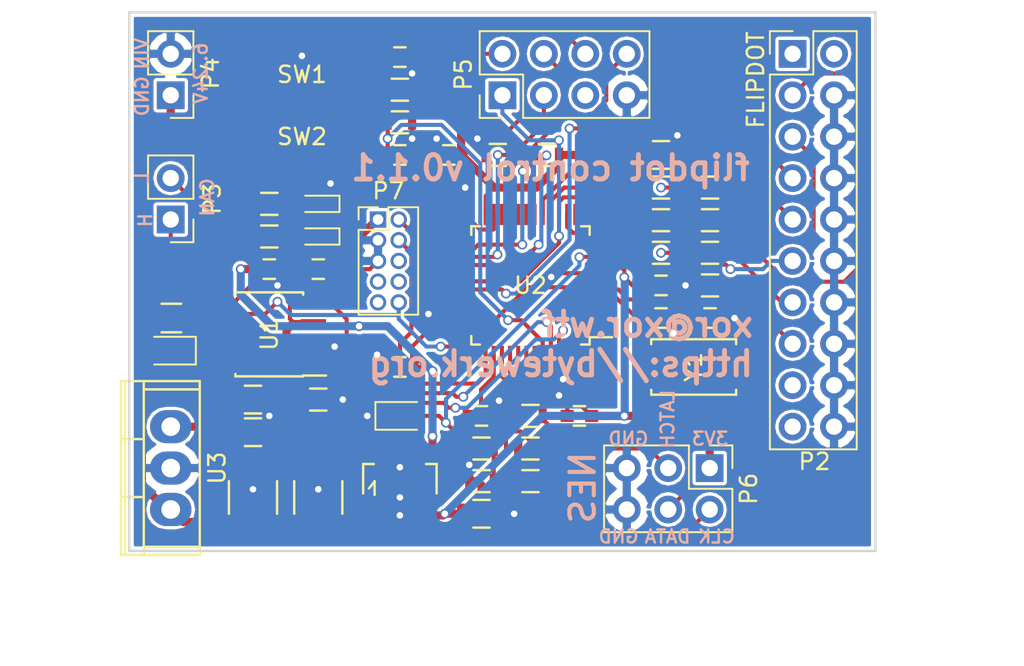
<source format=kicad_pcb>
(kicad_pcb (version 4) (host pcbnew 4.0.5-e0-6337~49~ubuntu16.04.1)

  (general
    (links 136)
    (no_connects 0)
    (area 185.344999 48.184999 231.215001 81.355001)
    (thickness 1.6)
    (drawings 21)
    (tracks 530)
    (zones 0)
    (modules 54)
    (nets 46)
  )

  (page A4)
  (layers
    (0 F.Cu signal)
    (31 B.Cu signal)
    (32 B.Adhes user)
    (33 F.Adhes user)
    (34 B.Paste user)
    (35 F.Paste user)
    (36 B.SilkS user)
    (37 F.SilkS user)
    (38 B.Mask user)
    (39 F.Mask user)
    (40 Dwgs.User user)
    (41 Cmts.User user)
    (42 Eco1.User user)
    (43 Eco2.User user)
    (44 Edge.Cuts user)
    (45 Margin user)
    (46 B.CrtYd user)
    (47 F.CrtYd user)
    (48 B.Fab user)
    (49 F.Fab user)
  )

  (setup
    (last_trace_width 0.5)
    (user_trace_width 0.5)
    (trace_clearance 0.15)
    (zone_clearance 0.2)
    (zone_45_only no)
    (trace_min 0.15)
    (segment_width 0.2)
    (edge_width 0.15)
    (via_size 0.6)
    (via_drill 0.4)
    (via_min_size 0.4)
    (via_min_drill 0.3)
    (uvia_size 0.3)
    (uvia_drill 0.1)
    (uvias_allowed no)
    (uvia_min_size 0.2)
    (uvia_min_drill 0.1)
    (pcb_text_width 0.3)
    (pcb_text_size 1.5 1.5)
    (mod_edge_width 0.15)
    (mod_text_size 1 1)
    (mod_text_width 0.15)
    (pad_size 1.524 1.524)
    (pad_drill 0.762)
    (pad_to_mask_clearance 0.05)
    (aux_axis_origin 0 0)
    (visible_elements FFFFFF7F)
    (pcbplotparams
      (layerselection 0x00030_80000001)
      (usegerberextensions false)
      (excludeedgelayer true)
      (linewidth 0.100000)
      (plotframeref false)
      (viasonmask false)
      (mode 1)
      (useauxorigin false)
      (hpglpennumber 1)
      (hpglpenspeed 20)
      (hpglpendiameter 15)
      (hpglpenoverlay 2)
      (psnegative false)
      (psa4output false)
      (plotreference true)
      (plotvalue true)
      (plotinvisibletext false)
      (padsonsilk false)
      (subtractmaskfromsilk false)
      (outputformat 1)
      (mirror false)
      (drillshape 1)
      (scaleselection 1)
      (outputdirectory ""))
  )

  (net 0 "")
  (net 1 "Net-(C1-Pad1)")
  (net 2 GND)
  (net 3 "Net-(C2-Pad1)")
  (net 4 +3V3)
  (net 5 +5V)
  (net 6 VIN_ADC)
  (net 7 +24V)
  (net 8 NRST)
  (net 9 BOOT)
  (net 10 "Net-(D2-Pad2)")
  (net 11 "Net-(D4-Pad2)")
  (net 12 "Net-(D5-Pad2)")
  (net 13 LED_USR)
  (net 14 "Net-(P2-Pad3)")
  (net 15 "Net-(P2-Pad5)")
  (net 16 "Net-(P2-Pad7)")
  (net 17 "Net-(P2-Pad9)")
  (net 18 "Net-(P2-Pad11)")
  (net 19 "Net-(P2-Pad13)")
  (net 20 "Net-(P2-Pad15)")
  (net 21 CAN_H)
  (net 22 CAN_L)
  (net 23 UART_TX)
  (net 24 UART_RX)
  (net 25 "Net-(P6-Pad2)")
  (net 26 "Net-(P6-Pad3)")
  (net 27 "Net-(P6-Pad4)")
  (net 28 SWDIO)
  (net 29 SWCLK)
  (net 30 "Net-(R1-Pad2)")
  (net 31 ROW_DATA)
  (net 32 STROBE)
  (net 33 BLACK_OE)
  (net 34 WHITE_OE)
  (net 35 COL_CLK)
  (net 36 ROW_CLK)
  (net 37 COL_DATA)
  (net 38 NES_CLK)
  (net 39 NES_LATCH)
  (net 40 NES_DATA)
  (net 41 CAN_TX)
  (net 42 CAN_RX)
  (net 43 ESP_GPIO0)
  (net 44 ESP_NRST)
  (net 45 ESP_POWERON)

  (net_class Default "This is the default net class."
    (clearance 0.15)
    (trace_width 0.25)
    (via_dia 0.6)
    (via_drill 0.4)
    (uvia_dia 0.3)
    (uvia_drill 0.1)
    (add_net +24V)
    (add_net +3V3)
    (add_net +5V)
    (add_net BLACK_OE)
    (add_net BOOT)
    (add_net CAN_H)
    (add_net CAN_L)
    (add_net CAN_RX)
    (add_net CAN_TX)
    (add_net COL_CLK)
    (add_net COL_DATA)
    (add_net ESP_GPIO0)
    (add_net ESP_NRST)
    (add_net ESP_POWERON)
    (add_net GND)
    (add_net LED_USR)
    (add_net NES_CLK)
    (add_net NES_DATA)
    (add_net NES_LATCH)
    (add_net NRST)
    (add_net "Net-(C1-Pad1)")
    (add_net "Net-(C2-Pad1)")
    (add_net "Net-(D2-Pad2)")
    (add_net "Net-(D4-Pad2)")
    (add_net "Net-(D5-Pad2)")
    (add_net "Net-(P2-Pad11)")
    (add_net "Net-(P2-Pad13)")
    (add_net "Net-(P2-Pad15)")
    (add_net "Net-(P2-Pad3)")
    (add_net "Net-(P2-Pad5)")
    (add_net "Net-(P2-Pad7)")
    (add_net "Net-(P2-Pad9)")
    (add_net "Net-(P6-Pad2)")
    (add_net "Net-(P6-Pad3)")
    (add_net "Net-(P6-Pad4)")
    (add_net "Net-(R1-Pad2)")
    (add_net ROW_CLK)
    (add_net ROW_DATA)
    (add_net STROBE)
    (add_net SWCLK)
    (add_net SWDIO)
    (add_net UART_RX)
    (add_net UART_TX)
    (add_net VIN_ADC)
    (add_net WHITE_OE)
  )

  (module Capacitors_SMD:C_0603 (layer F.Cu) (tedit 586EC576) (tstamp 586D6291)
    (at 218 67)
    (descr "Capacitor SMD 0603, reflow soldering, AVX (see smccp.pdf)")
    (tags "capacitor 0603")
    (path /586D122F)
    (attr smd)
    (fp_text reference C1 (at 0 0) (layer F.Fab)
      (effects (font (size 1 1) (thickness 0.15)))
    )
    (fp_text value 20pF (at 0 1.9) (layer F.Fab)
      (effects (font (size 1 1) (thickness 0.15)))
    )
    (fp_line (start -0.8 0.4) (end -0.8 -0.4) (layer F.Fab) (width 0.15))
    (fp_line (start 0.8 0.4) (end -0.8 0.4) (layer F.Fab) (width 0.15))
    (fp_line (start 0.8 -0.4) (end 0.8 0.4) (layer F.Fab) (width 0.15))
    (fp_line (start -0.8 -0.4) (end 0.8 -0.4) (layer F.Fab) (width 0.15))
    (fp_line (start -1.45 -0.75) (end 1.45 -0.75) (layer F.CrtYd) (width 0.05))
    (fp_line (start -1.45 0.75) (end 1.45 0.75) (layer F.CrtYd) (width 0.05))
    (fp_line (start -1.45 -0.75) (end -1.45 0.75) (layer F.CrtYd) (width 0.05))
    (fp_line (start 1.45 -0.75) (end 1.45 0.75) (layer F.CrtYd) (width 0.05))
    (fp_line (start -0.35 -0.6) (end 0.35 -0.6) (layer F.SilkS) (width 0.15))
    (fp_line (start 0.35 0.6) (end -0.35 0.6) (layer F.SilkS) (width 0.15))
    (pad 1 smd rect (at -0.75 0) (size 0.8 0.75) (layers F.Cu F.Paste F.Mask)
      (net 1 "Net-(C1-Pad1)"))
    (pad 2 smd rect (at 0.75 0) (size 0.8 0.75) (layers F.Cu F.Paste F.Mask)
      (net 2 GND))
    (model Capacitors_SMD.3dshapes/C_0603.wrl
      (at (xyz 0 0 0))
      (scale (xyz 1 1 1))
      (rotate (xyz 0 0 0))
    )
  )

  (module Capacitors_SMD:C_0603 (layer F.Cu) (tedit 586EC58F) (tstamp 586D6297)
    (at 221 67)
    (descr "Capacitor SMD 0603, reflow soldering, AVX (see smccp.pdf)")
    (tags "capacitor 0603")
    (path /586D11E7)
    (attr smd)
    (fp_text reference C2 (at 0 0) (layer F.Fab)
      (effects (font (size 1 1) (thickness 0.15)))
    )
    (fp_text value 20pF (at 0 1.9) (layer F.Fab)
      (effects (font (size 1 1) (thickness 0.15)))
    )
    (fp_line (start -0.8 0.4) (end -0.8 -0.4) (layer F.Fab) (width 0.15))
    (fp_line (start 0.8 0.4) (end -0.8 0.4) (layer F.Fab) (width 0.15))
    (fp_line (start 0.8 -0.4) (end 0.8 0.4) (layer F.Fab) (width 0.15))
    (fp_line (start -0.8 -0.4) (end 0.8 -0.4) (layer F.Fab) (width 0.15))
    (fp_line (start -1.45 -0.75) (end 1.45 -0.75) (layer F.CrtYd) (width 0.05))
    (fp_line (start -1.45 0.75) (end 1.45 0.75) (layer F.CrtYd) (width 0.05))
    (fp_line (start -1.45 -0.75) (end -1.45 0.75) (layer F.CrtYd) (width 0.05))
    (fp_line (start 1.45 -0.75) (end 1.45 0.75) (layer F.CrtYd) (width 0.05))
    (fp_line (start -0.35 -0.6) (end 0.35 -0.6) (layer F.SilkS) (width 0.15))
    (fp_line (start 0.35 0.6) (end -0.35 0.6) (layer F.SilkS) (width 0.15))
    (pad 1 smd rect (at -0.75 0) (size 0.8 0.75) (layers F.Cu F.Paste F.Mask)
      (net 3 "Net-(C2-Pad1)"))
    (pad 2 smd rect (at 0.75 0) (size 0.8 0.75) (layers F.Cu F.Paste F.Mask)
      (net 2 GND))
    (model Capacitors_SMD.3dshapes/C_0603.wrl
      (at (xyz 0 0 0))
      (scale (xyz 1 1 1))
      (rotate (xyz 0 0 0))
    )
  )

  (module Capacitors_SMD:C_0805 (layer F.Cu) (tedit 586EC59A) (tstamp 586D629D)
    (at 218 57)
    (descr "Capacitor SMD 0805, reflow soldering, AVX (see smccp.pdf)")
    (tags "capacitor 0805")
    (path /586D1A17)
    (attr smd)
    (fp_text reference C3 (at 0 0) (layer F.Fab)
      (effects (font (size 1 1) (thickness 0.15)))
    )
    (fp_text value 10uF (at 0 2.1) (layer F.Fab)
      (effects (font (size 1 1) (thickness 0.15)))
    )
    (fp_line (start -1 0.625) (end -1 -0.625) (layer F.Fab) (width 0.15))
    (fp_line (start 1 0.625) (end -1 0.625) (layer F.Fab) (width 0.15))
    (fp_line (start 1 -0.625) (end 1 0.625) (layer F.Fab) (width 0.15))
    (fp_line (start -1 -0.625) (end 1 -0.625) (layer F.Fab) (width 0.15))
    (fp_line (start -1.8 -1) (end 1.8 -1) (layer F.CrtYd) (width 0.05))
    (fp_line (start -1.8 1) (end 1.8 1) (layer F.CrtYd) (width 0.05))
    (fp_line (start -1.8 -1) (end -1.8 1) (layer F.CrtYd) (width 0.05))
    (fp_line (start 1.8 -1) (end 1.8 1) (layer F.CrtYd) (width 0.05))
    (fp_line (start 0.5 -0.85) (end -0.5 -0.85) (layer F.SilkS) (width 0.15))
    (fp_line (start -0.5 0.85) (end 0.5 0.85) (layer F.SilkS) (width 0.15))
    (pad 1 smd rect (at -1 0) (size 1 1.25) (layers F.Cu F.Paste F.Mask)
      (net 4 +3V3))
    (pad 2 smd rect (at 1 0) (size 1 1.25) (layers F.Cu F.Paste F.Mask)
      (net 2 GND))
    (model Capacitors_SMD.3dshapes/C_0805.wrl
      (at (xyz 0 0 0))
      (scale (xyz 1 1 1))
      (rotate (xyz 0 0 0))
    )
  )

  (module Capacitors_SMD:C_0603 (layer F.Cu) (tedit 586EC571) (tstamp 586D62A3)
    (at 218 65)
    (descr "Capacitor SMD 0603, reflow soldering, AVX (see smccp.pdf)")
    (tags "capacitor 0603")
    (path /586D16D4)
    (attr smd)
    (fp_text reference C4 (at 0 0) (layer F.Fab)
      (effects (font (size 1 1) (thickness 0.15)))
    )
    (fp_text value 100nF (at 0 1.9) (layer F.Fab)
      (effects (font (size 1 1) (thickness 0.15)))
    )
    (fp_line (start -0.8 0.4) (end -0.8 -0.4) (layer F.Fab) (width 0.15))
    (fp_line (start 0.8 0.4) (end -0.8 0.4) (layer F.Fab) (width 0.15))
    (fp_line (start 0.8 -0.4) (end 0.8 0.4) (layer F.Fab) (width 0.15))
    (fp_line (start -0.8 -0.4) (end 0.8 -0.4) (layer F.Fab) (width 0.15))
    (fp_line (start -1.45 -0.75) (end 1.45 -0.75) (layer F.CrtYd) (width 0.05))
    (fp_line (start -1.45 0.75) (end 1.45 0.75) (layer F.CrtYd) (width 0.05))
    (fp_line (start -1.45 -0.75) (end -1.45 0.75) (layer F.CrtYd) (width 0.05))
    (fp_line (start 1.45 -0.75) (end 1.45 0.75) (layer F.CrtYd) (width 0.05))
    (fp_line (start -0.35 -0.6) (end 0.35 -0.6) (layer F.SilkS) (width 0.15))
    (fp_line (start 0.35 0.6) (end -0.35 0.6) (layer F.SilkS) (width 0.15))
    (pad 1 smd rect (at -0.75 0) (size 0.8 0.75) (layers F.Cu F.Paste F.Mask)
      (net 4 +3V3))
    (pad 2 smd rect (at 0.75 0) (size 0.8 0.75) (layers F.Cu F.Paste F.Mask)
      (net 2 GND))
    (model Capacitors_SMD.3dshapes/C_0603.wrl
      (at (xyz 0 0 0))
      (scale (xyz 1 1 1))
      (rotate (xyz 0 0 0))
    )
  )

  (module Capacitors_SMD:C_0603 (layer F.Cu) (tedit 586EC526) (tstamp 586D62A9)
    (at 213 73 180)
    (descr "Capacitor SMD 0603, reflow soldering, AVX (see smccp.pdf)")
    (tags "capacitor 0603")
    (path /586D193F)
    (attr smd)
    (fp_text reference C5 (at 0 0 180) (layer F.Fab)
      (effects (font (size 1 1) (thickness 0.15)))
    )
    (fp_text value 100nF (at 0 1.9 180) (layer F.Fab)
      (effects (font (size 1 1) (thickness 0.15)))
    )
    (fp_line (start -0.8 0.4) (end -0.8 -0.4) (layer F.Fab) (width 0.15))
    (fp_line (start 0.8 0.4) (end -0.8 0.4) (layer F.Fab) (width 0.15))
    (fp_line (start 0.8 -0.4) (end 0.8 0.4) (layer F.Fab) (width 0.15))
    (fp_line (start -0.8 -0.4) (end 0.8 -0.4) (layer F.Fab) (width 0.15))
    (fp_line (start -1.45 -0.75) (end 1.45 -0.75) (layer F.CrtYd) (width 0.05))
    (fp_line (start -1.45 0.75) (end 1.45 0.75) (layer F.CrtYd) (width 0.05))
    (fp_line (start -1.45 -0.75) (end -1.45 0.75) (layer F.CrtYd) (width 0.05))
    (fp_line (start 1.45 -0.75) (end 1.45 0.75) (layer F.CrtYd) (width 0.05))
    (fp_line (start -0.35 -0.6) (end 0.35 -0.6) (layer F.SilkS) (width 0.15))
    (fp_line (start 0.35 0.6) (end -0.35 0.6) (layer F.SilkS) (width 0.15))
    (pad 1 smd rect (at -0.75 0 180) (size 0.8 0.75) (layers F.Cu F.Paste F.Mask)
      (net 4 +3V3))
    (pad 2 smd rect (at 0.75 0 180) (size 0.8 0.75) (layers F.Cu F.Paste F.Mask)
      (net 2 GND))
    (model Capacitors_SMD.3dshapes/C_0603.wrl
      (at (xyz 0 0 0))
      (scale (xyz 1 1 1))
      (rotate (xyz 0 0 0))
    )
  )

  (module Capacitors_SMD:C_0603 (layer F.Cu) (tedit 586EC4C8) (tstamp 586D62AF)
    (at 202 70 180)
    (descr "Capacitor SMD 0603, reflow soldering, AVX (see smccp.pdf)")
    (tags "capacitor 0603")
    (path /586D199B)
    (attr smd)
    (fp_text reference C6 (at 0 0 180) (layer F.Fab)
      (effects (font (size 1 1) (thickness 0.15)))
    )
    (fp_text value 100nF (at 0 1.9 180) (layer F.Fab)
      (effects (font (size 1 1) (thickness 0.15)))
    )
    (fp_line (start -0.8 0.4) (end -0.8 -0.4) (layer F.Fab) (width 0.15))
    (fp_line (start 0.8 0.4) (end -0.8 0.4) (layer F.Fab) (width 0.15))
    (fp_line (start 0.8 -0.4) (end 0.8 0.4) (layer F.Fab) (width 0.15))
    (fp_line (start -0.8 -0.4) (end 0.8 -0.4) (layer F.Fab) (width 0.15))
    (fp_line (start -1.45 -0.75) (end 1.45 -0.75) (layer F.CrtYd) (width 0.05))
    (fp_line (start -1.45 0.75) (end 1.45 0.75) (layer F.CrtYd) (width 0.05))
    (fp_line (start -1.45 -0.75) (end -1.45 0.75) (layer F.CrtYd) (width 0.05))
    (fp_line (start 1.45 -0.75) (end 1.45 0.75) (layer F.CrtYd) (width 0.05))
    (fp_line (start -0.35 -0.6) (end 0.35 -0.6) (layer F.SilkS) (width 0.15))
    (fp_line (start 0.35 0.6) (end -0.35 0.6) (layer F.SilkS) (width 0.15))
    (pad 1 smd rect (at -0.75 0 180) (size 0.8 0.75) (layers F.Cu F.Paste F.Mask)
      (net 4 +3V3))
    (pad 2 smd rect (at 0.75 0 180) (size 0.8 0.75) (layers F.Cu F.Paste F.Mask)
      (net 2 GND))
    (model Capacitors_SMD.3dshapes/C_0603.wrl
      (at (xyz 0 0 0))
      (scale (xyz 1 1 1))
      (rotate (xyz 0 0 0))
    )
  )

  (module Capacitors_SMD:C_0603 (layer F.Cu) (tedit 586EC48E) (tstamp 586D62B5)
    (at 205 57 180)
    (descr "Capacitor SMD 0603, reflow soldering, AVX (see smccp.pdf)")
    (tags "capacitor 0603")
    (path /586D19AD)
    (attr smd)
    (fp_text reference C7 (at 0 0 180) (layer F.Fab)
      (effects (font (size 1 1) (thickness 0.15)))
    )
    (fp_text value 100nF (at 0 1.9 180) (layer F.Fab)
      (effects (font (size 1 1) (thickness 0.15)))
    )
    (fp_line (start -0.8 0.4) (end -0.8 -0.4) (layer F.Fab) (width 0.15))
    (fp_line (start 0.8 0.4) (end -0.8 0.4) (layer F.Fab) (width 0.15))
    (fp_line (start 0.8 -0.4) (end 0.8 0.4) (layer F.Fab) (width 0.15))
    (fp_line (start -0.8 -0.4) (end 0.8 -0.4) (layer F.Fab) (width 0.15))
    (fp_line (start -1.45 -0.75) (end 1.45 -0.75) (layer F.CrtYd) (width 0.05))
    (fp_line (start -1.45 0.75) (end 1.45 0.75) (layer F.CrtYd) (width 0.05))
    (fp_line (start -1.45 -0.75) (end -1.45 0.75) (layer F.CrtYd) (width 0.05))
    (fp_line (start 1.45 -0.75) (end 1.45 0.75) (layer F.CrtYd) (width 0.05))
    (fp_line (start -0.35 -0.6) (end 0.35 -0.6) (layer F.SilkS) (width 0.15))
    (fp_line (start 0.35 0.6) (end -0.35 0.6) (layer F.SilkS) (width 0.15))
    (pad 1 smd rect (at -0.75 0 180) (size 0.8 0.75) (layers F.Cu F.Paste F.Mask)
      (net 4 +3V3))
    (pad 2 smd rect (at 0.75 0 180) (size 0.8 0.75) (layers F.Cu F.Paste F.Mask)
      (net 2 GND))
    (model Capacitors_SMD.3dshapes/C_0603.wrl
      (at (xyz 0 0 0))
      (scale (xyz 1 1 1))
      (rotate (xyz 0 0 0))
    )
  )

  (module Capacitors_SMD:C_0603 (layer F.Cu) (tedit 586EC37C) (tstamp 586D62BB)
    (at 194 64)
    (descr "Capacitor SMD 0603, reflow soldering, AVX (see smccp.pdf)")
    (tags "capacitor 0603")
    (path /586DCFD5)
    (attr smd)
    (fp_text reference C8 (at 0 -1.9) (layer F.Fab)
      (effects (font (size 1 1) (thickness 0.15)))
    )
    (fp_text value 100nF (at 0 1.9) (layer F.Fab)
      (effects (font (size 1 1) (thickness 0.15)))
    )
    (fp_line (start -0.8 0.4) (end -0.8 -0.4) (layer F.Fab) (width 0.15))
    (fp_line (start 0.8 0.4) (end -0.8 0.4) (layer F.Fab) (width 0.15))
    (fp_line (start 0.8 -0.4) (end 0.8 0.4) (layer F.Fab) (width 0.15))
    (fp_line (start -0.8 -0.4) (end 0.8 -0.4) (layer F.Fab) (width 0.15))
    (fp_line (start -1.45 -0.75) (end 1.45 -0.75) (layer F.CrtYd) (width 0.05))
    (fp_line (start -1.45 0.75) (end 1.45 0.75) (layer F.CrtYd) (width 0.05))
    (fp_line (start -1.45 -0.75) (end -1.45 0.75) (layer F.CrtYd) (width 0.05))
    (fp_line (start 1.45 -0.75) (end 1.45 0.75) (layer F.CrtYd) (width 0.05))
    (fp_line (start -0.35 -0.6) (end 0.35 -0.6) (layer F.SilkS) (width 0.15))
    (fp_line (start 0.35 0.6) (end -0.35 0.6) (layer F.SilkS) (width 0.15))
    (pad 1 smd rect (at -0.75 0) (size 0.8 0.75) (layers F.Cu F.Paste F.Mask)
      (net 4 +3V3))
    (pad 2 smd rect (at 0.75 0) (size 0.8 0.75) (layers F.Cu F.Paste F.Mask)
      (net 2 GND))
    (model Capacitors_SMD.3dshapes/C_0603.wrl
      (at (xyz 0 0 0))
      (scale (xyz 1 1 1))
      (rotate (xyz 0 0 0))
    )
  )

  (module Capacitors_SMD:C_0603 (layer F.Cu) (tedit 586EC385) (tstamp 586D62C1)
    (at 197 64)
    (descr "Capacitor SMD 0603, reflow soldering, AVX (see smccp.pdf)")
    (tags "capacitor 0603")
    (path /586DCFE7)
    (attr smd)
    (fp_text reference C9 (at 0 -1.9) (layer F.Fab)
      (effects (font (size 1 1) (thickness 0.15)))
    )
    (fp_text value 100nF (at 0 1.9) (layer F.Fab)
      (effects (font (size 1 1) (thickness 0.15)))
    )
    (fp_line (start -0.8 0.4) (end -0.8 -0.4) (layer F.Fab) (width 0.15))
    (fp_line (start 0.8 0.4) (end -0.8 0.4) (layer F.Fab) (width 0.15))
    (fp_line (start 0.8 -0.4) (end 0.8 0.4) (layer F.Fab) (width 0.15))
    (fp_line (start -0.8 -0.4) (end 0.8 -0.4) (layer F.Fab) (width 0.15))
    (fp_line (start -1.45 -0.75) (end 1.45 -0.75) (layer F.CrtYd) (width 0.05))
    (fp_line (start -1.45 0.75) (end 1.45 0.75) (layer F.CrtYd) (width 0.05))
    (fp_line (start -1.45 -0.75) (end -1.45 0.75) (layer F.CrtYd) (width 0.05))
    (fp_line (start 1.45 -0.75) (end 1.45 0.75) (layer F.CrtYd) (width 0.05))
    (fp_line (start -0.35 -0.6) (end 0.35 -0.6) (layer F.SilkS) (width 0.15))
    (fp_line (start 0.35 0.6) (end -0.35 0.6) (layer F.SilkS) (width 0.15))
    (pad 1 smd rect (at -0.75 0) (size 0.8 0.75) (layers F.Cu F.Paste F.Mask)
      (net 5 +5V))
    (pad 2 smd rect (at 0.75 0) (size 0.8 0.75) (layers F.Cu F.Paste F.Mask)
      (net 2 GND))
    (model Capacitors_SMD.3dshapes/C_0603.wrl
      (at (xyz 0 0 0))
      (scale (xyz 1 1 1))
      (rotate (xyz 0 0 0))
    )
  )

  (module Capacitors_SMD:C_0603 (layer F.Cu) (tedit 586EC4F2) (tstamp 586D62C7)
    (at 207 73)
    (descr "Capacitor SMD 0603, reflow soldering, AVX (see smccp.pdf)")
    (tags "capacitor 0603")
    (path /586D421D)
    (attr smd)
    (fp_text reference C10 (at 0 0) (layer F.Fab)
      (effects (font (size 1 1) (thickness 0.15)))
    )
    (fp_text value 100nF (at 0 1.27) (layer F.Fab)
      (effects (font (size 1 1) (thickness 0.15)))
    )
    (fp_line (start -0.8 0.4) (end -0.8 -0.4) (layer F.Fab) (width 0.15))
    (fp_line (start 0.8 0.4) (end -0.8 0.4) (layer F.Fab) (width 0.15))
    (fp_line (start 0.8 -0.4) (end 0.8 0.4) (layer F.Fab) (width 0.15))
    (fp_line (start -0.8 -0.4) (end 0.8 -0.4) (layer F.Fab) (width 0.15))
    (fp_line (start -1.45 -0.75) (end 1.45 -0.75) (layer F.CrtYd) (width 0.05))
    (fp_line (start -1.45 0.75) (end 1.45 0.75) (layer F.CrtYd) (width 0.05))
    (fp_line (start -1.45 -0.75) (end -1.45 0.75) (layer F.CrtYd) (width 0.05))
    (fp_line (start 1.45 -0.75) (end 1.45 0.75) (layer F.CrtYd) (width 0.05))
    (fp_line (start -0.35 -0.6) (end 0.35 -0.6) (layer F.SilkS) (width 0.15))
    (fp_line (start 0.35 0.6) (end -0.35 0.6) (layer F.SilkS) (width 0.15))
    (pad 1 smd rect (at -0.75 0) (size 0.8 0.75) (layers F.Cu F.Paste F.Mask)
      (net 6 VIN_ADC))
    (pad 2 smd rect (at 0.75 0) (size 0.8 0.75) (layers F.Cu F.Paste F.Mask)
      (net 2 GND))
    (model Capacitors_SMD.3dshapes/C_0603.wrl
      (at (xyz 0 0 0))
      (scale (xyz 1 1 1))
      (rotate (xyz 0 0 0))
    )
  )

  (module Capacitors_SMD:C_1210 (layer F.Cu) (tedit 586EC4B7) (tstamp 586D62CD)
    (at 197 78 90)
    (descr "Capacitor SMD 1210, reflow soldering, AVX (see smccp.pdf)")
    (tags "capacitor 1210")
    (path /586D4800)
    (attr smd)
    (fp_text reference C11 (at 0 0 90) (layer F.Fab)
      (effects (font (size 1 1) (thickness 0.15)))
    )
    (fp_text value 10uF (at 0 2.7 90) (layer F.Fab)
      (effects (font (size 1 1) (thickness 0.15)))
    )
    (fp_line (start -1.6 1.25) (end -1.6 -1.25) (layer F.Fab) (width 0.15))
    (fp_line (start 1.6 1.25) (end -1.6 1.25) (layer F.Fab) (width 0.15))
    (fp_line (start 1.6 -1.25) (end 1.6 1.25) (layer F.Fab) (width 0.15))
    (fp_line (start -1.6 -1.25) (end 1.6 -1.25) (layer F.Fab) (width 0.15))
    (fp_line (start -2.3 -1.6) (end 2.3 -1.6) (layer F.CrtYd) (width 0.05))
    (fp_line (start -2.3 1.6) (end 2.3 1.6) (layer F.CrtYd) (width 0.05))
    (fp_line (start -2.3 -1.6) (end -2.3 1.6) (layer F.CrtYd) (width 0.05))
    (fp_line (start 2.3 -1.6) (end 2.3 1.6) (layer F.CrtYd) (width 0.05))
    (fp_line (start 1 -1.475) (end -1 -1.475) (layer F.SilkS) (width 0.15))
    (fp_line (start -1 1.475) (end 1 1.475) (layer F.SilkS) (width 0.15))
    (pad 1 smd rect (at -1.5 0 90) (size 1 2.5) (layers F.Cu F.Paste F.Mask)
      (net 7 +24V))
    (pad 2 smd rect (at 1.5 0 90) (size 1 2.5) (layers F.Cu F.Paste F.Mask)
      (net 2 GND))
    (model Capacitors_SMD.3dshapes/C_1210.wrl
      (at (xyz 0 0 0))
      (scale (xyz 1 1 1))
      (rotate (xyz 0 0 0))
    )
  )

  (module Capacitors_SMD:C_1210 (layer F.Cu) (tedit 586EC4B2) (tstamp 586D62D3)
    (at 193 78 90)
    (descr "Capacitor SMD 1210, reflow soldering, AVX (see smccp.pdf)")
    (tags "capacitor 1210")
    (path /586D37FD)
    (attr smd)
    (fp_text reference C12 (at 0 0 90) (layer F.Fab)
      (effects (font (size 1 1) (thickness 0.15)))
    )
    (fp_text value 10uF (at 0 2.7 90) (layer F.Fab)
      (effects (font (size 1 1) (thickness 0.15)))
    )
    (fp_line (start -1.6 1.25) (end -1.6 -1.25) (layer F.Fab) (width 0.15))
    (fp_line (start 1.6 1.25) (end -1.6 1.25) (layer F.Fab) (width 0.15))
    (fp_line (start 1.6 -1.25) (end 1.6 1.25) (layer F.Fab) (width 0.15))
    (fp_line (start -1.6 -1.25) (end 1.6 -1.25) (layer F.Fab) (width 0.15))
    (fp_line (start -2.3 -1.6) (end 2.3 -1.6) (layer F.CrtYd) (width 0.05))
    (fp_line (start -2.3 1.6) (end 2.3 1.6) (layer F.CrtYd) (width 0.05))
    (fp_line (start -2.3 -1.6) (end -2.3 1.6) (layer F.CrtYd) (width 0.05))
    (fp_line (start 2.3 -1.6) (end 2.3 1.6) (layer F.CrtYd) (width 0.05))
    (fp_line (start 1 -1.475) (end -1 -1.475) (layer F.SilkS) (width 0.15))
    (fp_line (start -1 1.475) (end 1 1.475) (layer F.SilkS) (width 0.15))
    (pad 1 smd rect (at -1.5 0 90) (size 1 2.5) (layers F.Cu F.Paste F.Mask)
      (net 7 +24V))
    (pad 2 smd rect (at 1.5 0 90) (size 1 2.5) (layers F.Cu F.Paste F.Mask)
      (net 2 GND))
    (model Capacitors_SMD.3dshapes/C_1210.wrl
      (at (xyz 0 0 0))
      (scale (xyz 1 1 1))
      (rotate (xyz 0 0 0))
    )
  )

  (module Capacitors_SMD:C_0603 (layer F.Cu) (tedit 586EC456) (tstamp 586D62D9)
    (at 202 51)
    (descr "Capacitor SMD 0603, reflow soldering, AVX (see smccp.pdf)")
    (tags "capacitor 0603")
    (path /586D8B46)
    (attr smd)
    (fp_text reference C13 (at 0 0) (layer F.Fab)
      (effects (font (size 1 1) (thickness 0.15)))
    )
    (fp_text value 100nF (at 0 1.9) (layer F.Fab)
      (effects (font (size 1 1) (thickness 0.15)))
    )
    (fp_line (start -0.8 0.4) (end -0.8 -0.4) (layer F.Fab) (width 0.15))
    (fp_line (start 0.8 0.4) (end -0.8 0.4) (layer F.Fab) (width 0.15))
    (fp_line (start 0.8 -0.4) (end 0.8 0.4) (layer F.Fab) (width 0.15))
    (fp_line (start -0.8 -0.4) (end 0.8 -0.4) (layer F.Fab) (width 0.15))
    (fp_line (start -1.45 -0.75) (end 1.45 -0.75) (layer F.CrtYd) (width 0.05))
    (fp_line (start -1.45 0.75) (end 1.45 0.75) (layer F.CrtYd) (width 0.05))
    (fp_line (start -1.45 -0.75) (end -1.45 0.75) (layer F.CrtYd) (width 0.05))
    (fp_line (start 1.45 -0.75) (end 1.45 0.75) (layer F.CrtYd) (width 0.05))
    (fp_line (start -0.35 -0.6) (end 0.35 -0.6) (layer F.SilkS) (width 0.15))
    (fp_line (start 0.35 0.6) (end -0.35 0.6) (layer F.SilkS) (width 0.15))
    (pad 1 smd rect (at -0.75 0) (size 0.8 0.75) (layers F.Cu F.Paste F.Mask)
      (net 8 NRST))
    (pad 2 smd rect (at 0.75 0) (size 0.8 0.75) (layers F.Cu F.Paste F.Mask)
      (net 2 GND))
    (model Capacitors_SMD.3dshapes/C_0603.wrl
      (at (xyz 0 0 0))
      (scale (xyz 1 1 1))
      (rotate (xyz 0 0 0))
    )
  )

  (module Capacitors_SMD:C_0805 (layer F.Cu) (tedit 586EC41C) (tstamp 586D62DF)
    (at 193 74)
    (descr "Capacitor SMD 0805, reflow soldering, AVX (see smccp.pdf)")
    (tags "capacitor 0805")
    (path /586D3874)
    (attr smd)
    (fp_text reference C14 (at 0 0) (layer F.Fab)
      (effects (font (size 1 1) (thickness 0.15)))
    )
    (fp_text value 10uF (at 0 2.1) (layer F.Fab)
      (effects (font (size 1 1) (thickness 0.15)))
    )
    (fp_line (start -1 0.625) (end -1 -0.625) (layer F.Fab) (width 0.15))
    (fp_line (start 1 0.625) (end -1 0.625) (layer F.Fab) (width 0.15))
    (fp_line (start 1 -0.625) (end 1 0.625) (layer F.Fab) (width 0.15))
    (fp_line (start -1 -0.625) (end 1 -0.625) (layer F.Fab) (width 0.15))
    (fp_line (start -1.8 -1) (end 1.8 -1) (layer F.CrtYd) (width 0.05))
    (fp_line (start -1.8 1) (end 1.8 1) (layer F.CrtYd) (width 0.05))
    (fp_line (start -1.8 -1) (end -1.8 1) (layer F.CrtYd) (width 0.05))
    (fp_line (start 1.8 -1) (end 1.8 1) (layer F.CrtYd) (width 0.05))
    (fp_line (start 0.5 -0.85) (end -0.5 -0.85) (layer F.SilkS) (width 0.15))
    (fp_line (start -0.5 0.85) (end 0.5 0.85) (layer F.SilkS) (width 0.15))
    (pad 1 smd rect (at -1 0) (size 1 1.25) (layers F.Cu F.Paste F.Mask)
      (net 5 +5V))
    (pad 2 smd rect (at 1 0) (size 1 1.25) (layers F.Cu F.Paste F.Mask)
      (net 2 GND))
    (model Capacitors_SMD.3dshapes/C_0805.wrl
      (at (xyz 0 0 0))
      (scale (xyz 1 1 1))
      (rotate (xyz 0 0 0))
    )
  )

  (module Capacitors_SMD:C_0603 (layer F.Cu) (tedit 586EC473) (tstamp 586D62E5)
    (at 202 57)
    (descr "Capacitor SMD 0603, reflow soldering, AVX (see smccp.pdf)")
    (tags "capacitor 0603")
    (path /586DA4C1)
    (attr smd)
    (fp_text reference C15 (at 0 0) (layer F.Fab)
      (effects (font (size 1 1) (thickness 0.15)))
    )
    (fp_text value 100nF (at 0 1.9) (layer F.Fab)
      (effects (font (size 1 1) (thickness 0.15)))
    )
    (fp_line (start -0.8 0.4) (end -0.8 -0.4) (layer F.Fab) (width 0.15))
    (fp_line (start 0.8 0.4) (end -0.8 0.4) (layer F.Fab) (width 0.15))
    (fp_line (start 0.8 -0.4) (end 0.8 0.4) (layer F.Fab) (width 0.15))
    (fp_line (start -0.8 -0.4) (end 0.8 -0.4) (layer F.Fab) (width 0.15))
    (fp_line (start -1.45 -0.75) (end 1.45 -0.75) (layer F.CrtYd) (width 0.05))
    (fp_line (start -1.45 0.75) (end 1.45 0.75) (layer F.CrtYd) (width 0.05))
    (fp_line (start -1.45 -0.75) (end -1.45 0.75) (layer F.CrtYd) (width 0.05))
    (fp_line (start 1.45 -0.75) (end 1.45 0.75) (layer F.CrtYd) (width 0.05))
    (fp_line (start -0.35 -0.6) (end 0.35 -0.6) (layer F.SilkS) (width 0.15))
    (fp_line (start 0.35 0.6) (end -0.35 0.6) (layer F.SilkS) (width 0.15))
    (pad 1 smd rect (at -0.75 0) (size 0.8 0.75) (layers F.Cu F.Paste F.Mask)
      (net 9 BOOT))
    (pad 2 smd rect (at 0.75 0) (size 0.8 0.75) (layers F.Cu F.Paste F.Mask)
      (net 2 GND))
    (model Capacitors_SMD.3dshapes/C_0603.wrl
      (at (xyz 0 0 0))
      (scale (xyz 1 1 1))
      (rotate (xyz 0 0 0))
    )
  )

  (module Capacitors_SMD:C_0805 (layer F.Cu) (tedit 586EC419) (tstamp 586D62EB)
    (at 193 72)
    (descr "Capacitor SMD 0805, reflow soldering, AVX (see smccp.pdf)")
    (tags "capacitor 0805")
    (path /586D4A49)
    (attr smd)
    (fp_text reference C16 (at 0 0) (layer F.Fab)
      (effects (font (size 1 1) (thickness 0.15)))
    )
    (fp_text value 10uF (at 0 2.1) (layer F.Fab)
      (effects (font (size 1 1) (thickness 0.15)))
    )
    (fp_line (start -1 0.625) (end -1 -0.625) (layer F.Fab) (width 0.15))
    (fp_line (start 1 0.625) (end -1 0.625) (layer F.Fab) (width 0.15))
    (fp_line (start 1 -0.625) (end 1 0.625) (layer F.Fab) (width 0.15))
    (fp_line (start -1 -0.625) (end 1 -0.625) (layer F.Fab) (width 0.15))
    (fp_line (start -1.8 -1) (end 1.8 -1) (layer F.CrtYd) (width 0.05))
    (fp_line (start -1.8 1) (end 1.8 1) (layer F.CrtYd) (width 0.05))
    (fp_line (start -1.8 -1) (end -1.8 1) (layer F.CrtYd) (width 0.05))
    (fp_line (start 1.8 -1) (end 1.8 1) (layer F.CrtYd) (width 0.05))
    (fp_line (start 0.5 -0.85) (end -0.5 -0.85) (layer F.SilkS) (width 0.15))
    (fp_line (start -0.5 0.85) (end 0.5 0.85) (layer F.SilkS) (width 0.15))
    (pad 1 smd rect (at -1 0) (size 1 1.25) (layers F.Cu F.Paste F.Mask)
      (net 5 +5V))
    (pad 2 smd rect (at 1 0) (size 1 1.25) (layers F.Cu F.Paste F.Mask)
      (net 2 GND))
    (model Capacitors_SMD.3dshapes/C_0805.wrl
      (at (xyz 0 0 0))
      (scale (xyz 1 1 1))
      (rotate (xyz 0 0 0))
    )
  )

  (module Capacitors_SMD:C_0805 (layer F.Cu) (tedit 586EC4FE) (tstamp 586D62F1)
    (at 207 79)
    (descr "Capacitor SMD 0805, reflow soldering, AVX (see smccp.pdf)")
    (tags "capacitor 0805")
    (path /586D748A)
    (attr smd)
    (fp_text reference C17 (at 0 0) (layer F.Fab)
      (effects (font (size 1 1) (thickness 0.15)))
    )
    (fp_text value 10uF (at 0 2.1) (layer F.Fab)
      (effects (font (size 1 1) (thickness 0.15)))
    )
    (fp_line (start -1 0.625) (end -1 -0.625) (layer F.Fab) (width 0.15))
    (fp_line (start 1 0.625) (end -1 0.625) (layer F.Fab) (width 0.15))
    (fp_line (start 1 -0.625) (end 1 0.625) (layer F.Fab) (width 0.15))
    (fp_line (start -1 -0.625) (end 1 -0.625) (layer F.Fab) (width 0.15))
    (fp_line (start -1.8 -1) (end 1.8 -1) (layer F.CrtYd) (width 0.05))
    (fp_line (start -1.8 1) (end 1.8 1) (layer F.CrtYd) (width 0.05))
    (fp_line (start -1.8 -1) (end -1.8 1) (layer F.CrtYd) (width 0.05))
    (fp_line (start 1.8 -1) (end 1.8 1) (layer F.CrtYd) (width 0.05))
    (fp_line (start 0.5 -0.85) (end -0.5 -0.85) (layer F.SilkS) (width 0.15))
    (fp_line (start -0.5 0.85) (end 0.5 0.85) (layer F.SilkS) (width 0.15))
    (pad 1 smd rect (at -1 0) (size 1 1.25) (layers F.Cu F.Paste F.Mask)
      (net 4 +3V3))
    (pad 2 smd rect (at 1 0) (size 1 1.25) (layers F.Cu F.Paste F.Mask)
      (net 2 GND))
    (model Capacitors_SMD.3dshapes/C_0805.wrl
      (at (xyz 0 0 0))
      (scale (xyz 1 1 1))
      (rotate (xyz 0 0 0))
    )
  )

  (module Diodes_SMD:SOD-323 (layer F.Cu) (tedit 586EC4DE) (tstamp 586D62F7)
    (at 202 73)
    (descr SOD-323)
    (tags SOD-323)
    (path /586D4C90)
    (attr smd)
    (fp_text reference D1 (at 0 0) (layer F.Fab)
      (effects (font (size 1 1) (thickness 0.15)))
    )
    (fp_text value 3V9 (at 0.1 1.9) (layer F.Fab)
      (effects (font (size 1 1) (thickness 0.15)))
    )
    (fp_line (start -1.5 -0.85) (end -1.5 0.85) (layer F.SilkS) (width 0.12))
    (fp_line (start 0.2 0) (end 0.45 0) (layer F.Fab) (width 0.1))
    (fp_line (start 0.2 0.35) (end -0.3 0) (layer F.Fab) (width 0.1))
    (fp_line (start 0.2 -0.35) (end 0.2 0.35) (layer F.Fab) (width 0.1))
    (fp_line (start -0.3 0) (end 0.2 -0.35) (layer F.Fab) (width 0.1))
    (fp_line (start -0.3 0) (end -0.5 0) (layer F.Fab) (width 0.1))
    (fp_line (start -0.3 -0.35) (end -0.3 0.35) (layer F.Fab) (width 0.1))
    (fp_line (start -0.9 0.7) (end -0.9 -0.7) (layer F.Fab) (width 0.1))
    (fp_line (start 0.9 0.7) (end -0.9 0.7) (layer F.Fab) (width 0.1))
    (fp_line (start 0.9 -0.7) (end 0.9 0.7) (layer F.Fab) (width 0.1))
    (fp_line (start -0.9 -0.7) (end 0.9 -0.7) (layer F.Fab) (width 0.1))
    (fp_line (start -1.6 -0.95) (end 1.6 -0.95) (layer F.CrtYd) (width 0.05))
    (fp_line (start 1.6 -0.95) (end 1.6 0.95) (layer F.CrtYd) (width 0.05))
    (fp_line (start -1.6 0.95) (end 1.6 0.95) (layer F.CrtYd) (width 0.05))
    (fp_line (start -1.6 -0.95) (end -1.6 0.95) (layer F.CrtYd) (width 0.05))
    (fp_line (start -1.5 0.85) (end 1.05 0.85) (layer F.SilkS) (width 0.12))
    (fp_line (start -1.5 -0.85) (end 1.05 -0.85) (layer F.SilkS) (width 0.12))
    (pad 1 smd rect (at -1.05 0) (size 0.6 0.45) (layers F.Cu F.Paste F.Mask)
      (net 2 GND))
    (pad 2 smd rect (at 1.05 0) (size 0.6 0.45) (layers F.Cu F.Paste F.Mask)
      (net 6 VIN_ADC))
    (model Diodes_SMD.3dshapes/SOD-323.wrl
      (at (xyz 0 0 0))
      (scale (xyz 1 1 1))
      (rotate (xyz 0 0 180))
    )
  )

  (module LEDs:LED_0603 (layer F.Cu) (tedit 586EC381) (tstamp 586D6309)
    (at 197 60 180)
    (descr "LED 0603 smd package")
    (tags "LED led 0603 SMD smd SMT smt smdled SMDLED smtled SMTLED")
    (path /586DB522)
    (attr smd)
    (fp_text reference D4 (at 0 -1.25 180) (layer F.Fab)
      (effects (font (size 1 1) (thickness 0.15)))
    )
    (fp_text value LED (at 0 1.35 180) (layer F.Fab)
      (effects (font (size 1 1) (thickness 0.15)))
    )
    (fp_line (start -1.3 -0.5) (end -1.3 0.5) (layer F.SilkS) (width 0.12))
    (fp_line (start -0.2 -0.2) (end -0.2 0.2) (layer F.Fab) (width 0.1))
    (fp_line (start -0.15 0) (end 0.15 -0.2) (layer F.Fab) (width 0.1))
    (fp_line (start 0.15 0.2) (end -0.15 0) (layer F.Fab) (width 0.1))
    (fp_line (start 0.15 -0.2) (end 0.15 0.2) (layer F.Fab) (width 0.1))
    (fp_line (start 0.8 0.4) (end -0.8 0.4) (layer F.Fab) (width 0.1))
    (fp_line (start 0.8 -0.4) (end 0.8 0.4) (layer F.Fab) (width 0.1))
    (fp_line (start -0.8 -0.4) (end 0.8 -0.4) (layer F.Fab) (width 0.1))
    (fp_line (start -0.8 0.4) (end -0.8 -0.4) (layer F.Fab) (width 0.1))
    (fp_line (start -1.3 0.5) (end 0.8 0.5) (layer F.SilkS) (width 0.12))
    (fp_line (start -1.3 -0.5) (end 0.8 -0.5) (layer F.SilkS) (width 0.12))
    (fp_line (start 1.45 -0.65) (end 1.45 0.65) (layer F.CrtYd) (width 0.05))
    (fp_line (start 1.45 0.65) (end -1.45 0.65) (layer F.CrtYd) (width 0.05))
    (fp_line (start -1.45 0.65) (end -1.45 -0.65) (layer F.CrtYd) (width 0.05))
    (fp_line (start -1.45 -0.65) (end 1.45 -0.65) (layer F.CrtYd) (width 0.05))
    (pad 2 smd rect (at 0.8 0) (size 0.8 0.8) (layers F.Cu F.Paste F.Mask)
      (net 11 "Net-(D4-Pad2)"))
    (pad 1 smd rect (at -0.8 0) (size 0.8 0.8) (layers F.Cu F.Paste F.Mask)
      (net 2 GND))
    (model LEDs.3dshapes/LED_0603.wrl
      (at (xyz 0 0 0))
      (scale (xyz 1 1 1))
      (rotate (xyz 0 0 180))
    )
  )

  (module LEDs:LED_0603 (layer F.Cu) (tedit 586EC389) (tstamp 586D630F)
    (at 197 62 180)
    (descr "LED 0603 smd package")
    (tags "LED led 0603 SMD smd SMT smt smdled SMDLED smtled SMTLED")
    (path /586E1ED9)
    (attr smd)
    (fp_text reference D5 (at 0 -1.25 180) (layer F.Fab)
      (effects (font (size 1 1) (thickness 0.15)))
    )
    (fp_text value LED (at 0 1.35 180) (layer F.Fab)
      (effects (font (size 1 1) (thickness 0.15)))
    )
    (fp_line (start -1.3 -0.5) (end -1.3 0.5) (layer F.SilkS) (width 0.12))
    (fp_line (start -0.2 -0.2) (end -0.2 0.2) (layer F.Fab) (width 0.1))
    (fp_line (start -0.15 0) (end 0.15 -0.2) (layer F.Fab) (width 0.1))
    (fp_line (start 0.15 0.2) (end -0.15 0) (layer F.Fab) (width 0.1))
    (fp_line (start 0.15 -0.2) (end 0.15 0.2) (layer F.Fab) (width 0.1))
    (fp_line (start 0.8 0.4) (end -0.8 0.4) (layer F.Fab) (width 0.1))
    (fp_line (start 0.8 -0.4) (end 0.8 0.4) (layer F.Fab) (width 0.1))
    (fp_line (start -0.8 -0.4) (end 0.8 -0.4) (layer F.Fab) (width 0.1))
    (fp_line (start -0.8 0.4) (end -0.8 -0.4) (layer F.Fab) (width 0.1))
    (fp_line (start -1.3 0.5) (end 0.8 0.5) (layer F.SilkS) (width 0.12))
    (fp_line (start -1.3 -0.5) (end 0.8 -0.5) (layer F.SilkS) (width 0.12))
    (fp_line (start 1.45 -0.65) (end 1.45 0.65) (layer F.CrtYd) (width 0.05))
    (fp_line (start 1.45 0.65) (end -1.45 0.65) (layer F.CrtYd) (width 0.05))
    (fp_line (start -1.45 0.65) (end -1.45 -0.65) (layer F.CrtYd) (width 0.05))
    (fp_line (start -1.45 -0.65) (end 1.45 -0.65) (layer F.CrtYd) (width 0.05))
    (pad 2 smd rect (at 0.8 0) (size 0.8 0.8) (layers F.Cu F.Paste F.Mask)
      (net 12 "Net-(D5-Pad2)"))
    (pad 1 smd rect (at -0.8 0) (size 0.8 0.8) (layers F.Cu F.Paste F.Mask)
      (net 13 LED_USR))
    (model LEDs.3dshapes/LED_0603.wrl
      (at (xyz 0 0 0))
      (scale (xyz 1 1 1))
      (rotate (xyz 0 0 180))
    )
  )

  (module Pin_Headers:Pin_Header_Straight_1x02_Pitch2.54mm (layer F.Cu) (tedit 5862ED52) (tstamp 586D6335)
    (at 187.96 60.96 180)
    (descr "Through hole straight pin header, 1x02, 2.54mm pitch, single row")
    (tags "Through hole pin header THT 1x02 2.54mm single row")
    (path /586EDD26)
    (fp_text reference P3 (at -2.54 1.27 270) (layer F.SilkS)
      (effects (font (size 1 1) (thickness 0.15)))
    )
    (fp_text value CAN (at 0 4.93 180) (layer F.Fab)
      (effects (font (size 1 1) (thickness 0.15)))
    )
    (fp_line (start -1.27 -1.27) (end -1.27 3.81) (layer F.Fab) (width 0.1))
    (fp_line (start -1.27 3.81) (end 1.27 3.81) (layer F.Fab) (width 0.1))
    (fp_line (start 1.27 3.81) (end 1.27 -1.27) (layer F.Fab) (width 0.1))
    (fp_line (start 1.27 -1.27) (end -1.27 -1.27) (layer F.Fab) (width 0.1))
    (fp_line (start -1.39 1.27) (end -1.39 3.93) (layer F.SilkS) (width 0.12))
    (fp_line (start -1.39 3.93) (end 1.39 3.93) (layer F.SilkS) (width 0.12))
    (fp_line (start 1.39 3.93) (end 1.39 1.27) (layer F.SilkS) (width 0.12))
    (fp_line (start 1.39 1.27) (end -1.39 1.27) (layer F.SilkS) (width 0.12))
    (fp_line (start -1.39 0) (end -1.39 -1.39) (layer F.SilkS) (width 0.12))
    (fp_line (start -1.39 -1.39) (end 0 -1.39) (layer F.SilkS) (width 0.12))
    (fp_line (start -1.6 -1.6) (end -1.6 4.1) (layer F.CrtYd) (width 0.05))
    (fp_line (start -1.6 4.1) (end 1.6 4.1) (layer F.CrtYd) (width 0.05))
    (fp_line (start 1.6 4.1) (end 1.6 -1.6) (layer F.CrtYd) (width 0.05))
    (fp_line (start 1.6 -1.6) (end -1.6 -1.6) (layer F.CrtYd) (width 0.05))
    (pad 1 thru_hole rect (at 0 0 180) (size 1.7 1.7) (drill 1) (layers *.Cu *.Mask)
      (net 21 CAN_H))
    (pad 2 thru_hole oval (at 0 2.54 180) (size 1.7 1.7) (drill 1) (layers *.Cu *.Mask)
      (net 22 CAN_L))
    (model Pin_Headers.3dshapes/Pin_Header_Straight_1x02_Pitch2.54mm.wrl
      (at (xyz 0 -0.05 0))
      (scale (xyz 1 1 1))
      (rotate (xyz 0 0 90))
    )
  )

  (module Pin_Headers:Pin_Header_Straight_1x02_Pitch2.54mm (layer F.Cu) (tedit 5862ED52) (tstamp 586D633B)
    (at 187.96 53.34 180)
    (descr "Through hole straight pin header, 1x02, 2.54mm pitch, single row")
    (tags "Through hole pin header THT 1x02 2.54mm single row")
    (path /586F5B2D)
    (fp_text reference P4 (at -2.44 1.34 270) (layer F.SilkS)
      (effects (font (size 1 1) (thickness 0.15)))
    )
    (fp_text value VCC (at 0 4.93 180) (layer F.Fab)
      (effects (font (size 1 1) (thickness 0.15)))
    )
    (fp_line (start -1.27 -1.27) (end -1.27 3.81) (layer F.Fab) (width 0.1))
    (fp_line (start -1.27 3.81) (end 1.27 3.81) (layer F.Fab) (width 0.1))
    (fp_line (start 1.27 3.81) (end 1.27 -1.27) (layer F.Fab) (width 0.1))
    (fp_line (start 1.27 -1.27) (end -1.27 -1.27) (layer F.Fab) (width 0.1))
    (fp_line (start -1.39 1.27) (end -1.39 3.93) (layer F.SilkS) (width 0.12))
    (fp_line (start -1.39 3.93) (end 1.39 3.93) (layer F.SilkS) (width 0.12))
    (fp_line (start 1.39 3.93) (end 1.39 1.27) (layer F.SilkS) (width 0.12))
    (fp_line (start 1.39 1.27) (end -1.39 1.27) (layer F.SilkS) (width 0.12))
    (fp_line (start -1.39 0) (end -1.39 -1.39) (layer F.SilkS) (width 0.12))
    (fp_line (start -1.39 -1.39) (end 0 -1.39) (layer F.SilkS) (width 0.12))
    (fp_line (start -1.6 -1.6) (end -1.6 4.1) (layer F.CrtYd) (width 0.05))
    (fp_line (start -1.6 4.1) (end 1.6 4.1) (layer F.CrtYd) (width 0.05))
    (fp_line (start 1.6 4.1) (end 1.6 -1.6) (layer F.CrtYd) (width 0.05))
    (fp_line (start 1.6 -1.6) (end -1.6 -1.6) (layer F.CrtYd) (width 0.05))
    (pad 1 thru_hole rect (at 0 0 180) (size 1.7 1.7) (drill 1) (layers *.Cu *.Mask)
      (net 10 "Net-(D2-Pad2)"))
    (pad 2 thru_hole oval (at 0 2.54 180) (size 1.7 1.7) (drill 1) (layers *.Cu *.Mask)
      (net 2 GND))
    (model Pin_Headers.3dshapes/Pin_Header_Straight_1x02_Pitch2.54mm.wrl
      (at (xyz 0 -0.05 0))
      (scale (xyz 1 1 1))
      (rotate (xyz 0 0 90))
    )
  )

  (module Resistors_SMD:R_0603 (layer F.Cu) (tedit 586EC423) (tstamp 586D6373)
    (at 197 72 180)
    (descr "Resistor SMD 0603, reflow soldering, Vishay (see dcrcw.pdf)")
    (tags "resistor 0603")
    (path /586DD6E8)
    (attr smd)
    (fp_text reference R1 (at 0 0 180) (layer F.Fab)
      (effects (font (size 1 1) (thickness 0.15)))
    )
    (fp_text value 1K (at 0 1.9 180) (layer F.Fab)
      (effects (font (size 1 1) (thickness 0.15)))
    )
    (fp_line (start -0.8 0.4) (end -0.8 -0.4) (layer F.Fab) (width 0.1))
    (fp_line (start 0.8 0.4) (end -0.8 0.4) (layer F.Fab) (width 0.1))
    (fp_line (start 0.8 -0.4) (end 0.8 0.4) (layer F.Fab) (width 0.1))
    (fp_line (start -0.8 -0.4) (end 0.8 -0.4) (layer F.Fab) (width 0.1))
    (fp_line (start -1.3 -0.8) (end 1.3 -0.8) (layer F.CrtYd) (width 0.05))
    (fp_line (start -1.3 0.8) (end 1.3 0.8) (layer F.CrtYd) (width 0.05))
    (fp_line (start -1.3 -0.8) (end -1.3 0.8) (layer F.CrtYd) (width 0.05))
    (fp_line (start 1.3 -0.8) (end 1.3 0.8) (layer F.CrtYd) (width 0.05))
    (fp_line (start 0.5 0.675) (end -0.5 0.675) (layer F.SilkS) (width 0.15))
    (fp_line (start -0.5 -0.675) (end 0.5 -0.675) (layer F.SilkS) (width 0.15))
    (pad 1 smd rect (at -0.75 0 180) (size 0.5 0.9) (layers F.Cu F.Paste F.Mask)
      (net 2 GND))
    (pad 2 smd rect (at 0.75 0 180) (size 0.5 0.9) (layers F.Cu F.Paste F.Mask)
      (net 30 "Net-(R1-Pad2)"))
    (model Resistors_SMD.3dshapes/R_0603.wrl
      (at (xyz 0 0 0))
      (scale (xyz 1 1 1))
      (rotate (xyz 0 0 0))
    )
  )

  (module Resistors_SMD:R_0805 (layer F.Cu) (tedit 586EC3E1) (tstamp 586D6379)
    (at 188 67)
    (descr "Resistor SMD 0805, reflow soldering, Vishay (see dcrcw.pdf)")
    (tags "resistor 0805")
    (path /586ED6D5)
    (attr smd)
    (fp_text reference R2 (at 0 0.31) (layer F.Fab)
      (effects (font (size 1 1) (thickness 0.15)))
    )
    (fp_text value 120R (at 0 2.1) (layer F.Fab)
      (effects (font (size 1 1) (thickness 0.15)))
    )
    (fp_line (start -1 0.625) (end -1 -0.625) (layer F.Fab) (width 0.1))
    (fp_line (start 1 0.625) (end -1 0.625) (layer F.Fab) (width 0.1))
    (fp_line (start 1 -0.625) (end 1 0.625) (layer F.Fab) (width 0.1))
    (fp_line (start -1 -0.625) (end 1 -0.625) (layer F.Fab) (width 0.1))
    (fp_line (start -1.6 -1) (end 1.6 -1) (layer F.CrtYd) (width 0.05))
    (fp_line (start -1.6 1) (end 1.6 1) (layer F.CrtYd) (width 0.05))
    (fp_line (start -1.6 -1) (end -1.6 1) (layer F.CrtYd) (width 0.05))
    (fp_line (start 1.6 -1) (end 1.6 1) (layer F.CrtYd) (width 0.05))
    (fp_line (start 0.6 0.875) (end -0.6 0.875) (layer F.SilkS) (width 0.15))
    (fp_line (start -0.6 -0.875) (end 0.6 -0.875) (layer F.SilkS) (width 0.15))
    (pad 1 smd rect (at -0.95 0) (size 0.7 1.3) (layers F.Cu F.Paste F.Mask)
      (net 21 CAN_H))
    (pad 2 smd rect (at 0.95 0) (size 0.7 1.3) (layers F.Cu F.Paste F.Mask)
      (net 22 CAN_L))
    (model Resistors_SMD.3dshapes/R_0805.wrl
      (at (xyz 0 0 0))
      (scale (xyz 1 1 1))
      (rotate (xyz 0 0 0))
    )
  )

  (module Resistors_SMD:R_0603 (layer F.Cu) (tedit 586EC55A) (tstamp 586D6391)
    (at 218 61 180)
    (descr "Resistor SMD 0603, reflow soldering, Vishay (see dcrcw.pdf)")
    (tags "resistor 0603")
    (path /586F39CE)
    (attr smd)
    (fp_text reference R6 (at 0 0 180) (layer F.Fab)
      (effects (font (size 1 1) (thickness 0.15)))
    )
    (fp_text value 10R (at 0 1.9 180) (layer F.Fab)
      (effects (font (size 1 1) (thickness 0.15)))
    )
    (fp_line (start -0.8 0.4) (end -0.8 -0.4) (layer F.Fab) (width 0.1))
    (fp_line (start 0.8 0.4) (end -0.8 0.4) (layer F.Fab) (width 0.1))
    (fp_line (start 0.8 -0.4) (end 0.8 0.4) (layer F.Fab) (width 0.1))
    (fp_line (start -0.8 -0.4) (end 0.8 -0.4) (layer F.Fab) (width 0.1))
    (fp_line (start -1.3 -0.8) (end 1.3 -0.8) (layer F.CrtYd) (width 0.05))
    (fp_line (start -1.3 0.8) (end 1.3 0.8) (layer F.CrtYd) (width 0.05))
    (fp_line (start -1.3 -0.8) (end -1.3 0.8) (layer F.CrtYd) (width 0.05))
    (fp_line (start 1.3 -0.8) (end 1.3 0.8) (layer F.CrtYd) (width 0.05))
    (fp_line (start 0.5 0.675) (end -0.5 0.675) (layer F.SilkS) (width 0.15))
    (fp_line (start -0.5 -0.675) (end 0.5 -0.675) (layer F.SilkS) (width 0.15))
    (pad 1 smd rect (at -0.75 0 180) (size 0.5 0.9) (layers F.Cu F.Paste F.Mask)
      (net 14 "Net-(P2-Pad3)"))
    (pad 2 smd rect (at 0.75 0 180) (size 0.5 0.9) (layers F.Cu F.Paste F.Mask)
      (net 31 ROW_DATA))
    (model Resistors_SMD.3dshapes/R_0603.wrl
      (at (xyz 0 0 0))
      (scale (xyz 1 1 1))
      (rotate (xyz 0 0 0))
    )
  )

  (module Resistors_SMD:R_0603 (layer F.Cu) (tedit 586EC55E) (tstamp 586D6397)
    (at 221 61 180)
    (descr "Resistor SMD 0603, reflow soldering, Vishay (see dcrcw.pdf)")
    (tags "resistor 0603")
    (path /586F3B88)
    (attr smd)
    (fp_text reference R7 (at 0 0 180) (layer F.Fab)
      (effects (font (size 1 1) (thickness 0.15)))
    )
    (fp_text value 10R (at 0 1.9 180) (layer F.Fab)
      (effects (font (size 1 1) (thickness 0.15)))
    )
    (fp_line (start -0.8 0.4) (end -0.8 -0.4) (layer F.Fab) (width 0.1))
    (fp_line (start 0.8 0.4) (end -0.8 0.4) (layer F.Fab) (width 0.1))
    (fp_line (start 0.8 -0.4) (end 0.8 0.4) (layer F.Fab) (width 0.1))
    (fp_line (start -0.8 -0.4) (end 0.8 -0.4) (layer F.Fab) (width 0.1))
    (fp_line (start -1.3 -0.8) (end 1.3 -0.8) (layer F.CrtYd) (width 0.05))
    (fp_line (start -1.3 0.8) (end 1.3 0.8) (layer F.CrtYd) (width 0.05))
    (fp_line (start -1.3 -0.8) (end -1.3 0.8) (layer F.CrtYd) (width 0.05))
    (fp_line (start 1.3 -0.8) (end 1.3 0.8) (layer F.CrtYd) (width 0.05))
    (fp_line (start 0.5 0.675) (end -0.5 0.675) (layer F.SilkS) (width 0.15))
    (fp_line (start -0.5 -0.675) (end 0.5 -0.675) (layer F.SilkS) (width 0.15))
    (pad 1 smd rect (at -0.75 0 180) (size 0.5 0.9) (layers F.Cu F.Paste F.Mask)
      (net 15 "Net-(P2-Pad5)"))
    (pad 2 smd rect (at 0.75 0 180) (size 0.5 0.9) (layers F.Cu F.Paste F.Mask)
      (net 32 STROBE))
    (model Resistors_SMD.3dshapes/R_0603.wrl
      (at (xyz 0 0 0))
      (scale (xyz 1 1 1))
      (rotate (xyz 0 0 0))
    )
  )

  (module Resistors_SMD:R_0603 (layer F.Cu) (tedit 586EC54C) (tstamp 586D639D)
    (at 218 59 180)
    (descr "Resistor SMD 0603, reflow soldering, Vishay (see dcrcw.pdf)")
    (tags "resistor 0603")
    (path /586F3C1F)
    (attr smd)
    (fp_text reference R8 (at 0 -0.2 180) (layer F.Fab)
      (effects (font (size 1 1) (thickness 0.15)))
    )
    (fp_text value 10R (at 0 1.9 180) (layer F.Fab)
      (effects (font (size 1 1) (thickness 0.15)))
    )
    (fp_line (start -0.8 0.4) (end -0.8 -0.4) (layer F.Fab) (width 0.1))
    (fp_line (start 0.8 0.4) (end -0.8 0.4) (layer F.Fab) (width 0.1))
    (fp_line (start 0.8 -0.4) (end 0.8 0.4) (layer F.Fab) (width 0.1))
    (fp_line (start -0.8 -0.4) (end 0.8 -0.4) (layer F.Fab) (width 0.1))
    (fp_line (start -1.3 -0.8) (end 1.3 -0.8) (layer F.CrtYd) (width 0.05))
    (fp_line (start -1.3 0.8) (end 1.3 0.8) (layer F.CrtYd) (width 0.05))
    (fp_line (start -1.3 -0.8) (end -1.3 0.8) (layer F.CrtYd) (width 0.05))
    (fp_line (start 1.3 -0.8) (end 1.3 0.8) (layer F.CrtYd) (width 0.05))
    (fp_line (start 0.5 0.675) (end -0.5 0.675) (layer F.SilkS) (width 0.15))
    (fp_line (start -0.5 -0.675) (end 0.5 -0.675) (layer F.SilkS) (width 0.15))
    (pad 1 smd rect (at -0.75 0 180) (size 0.5 0.9) (layers F.Cu F.Paste F.Mask)
      (net 16 "Net-(P2-Pad7)"))
    (pad 2 smd rect (at 0.75 0 180) (size 0.5 0.9) (layers F.Cu F.Paste F.Mask)
      (net 33 BLACK_OE))
    (model Resistors_SMD.3dshapes/R_0603.wrl
      (at (xyz 0 0 0))
      (scale (xyz 1 1 1))
      (rotate (xyz 0 0 0))
    )
  )

  (module Resistors_SMD:R_0603 (layer F.Cu) (tedit 586EC548) (tstamp 586D63A3)
    (at 221 59 180)
    (descr "Resistor SMD 0603, reflow soldering, Vishay (see dcrcw.pdf)")
    (tags "resistor 0603")
    (path /586F3CB9)
    (attr smd)
    (fp_text reference R9 (at 0 -0.2 180) (layer F.Fab)
      (effects (font (size 1 1) (thickness 0.15)))
    )
    (fp_text value 10R (at 0 1.9 180) (layer F.Fab)
      (effects (font (size 1 1) (thickness 0.15)))
    )
    (fp_line (start -0.8 0.4) (end -0.8 -0.4) (layer F.Fab) (width 0.1))
    (fp_line (start 0.8 0.4) (end -0.8 0.4) (layer F.Fab) (width 0.1))
    (fp_line (start 0.8 -0.4) (end 0.8 0.4) (layer F.Fab) (width 0.1))
    (fp_line (start -0.8 -0.4) (end 0.8 -0.4) (layer F.Fab) (width 0.1))
    (fp_line (start -1.3 -0.8) (end 1.3 -0.8) (layer F.CrtYd) (width 0.05))
    (fp_line (start -1.3 0.8) (end 1.3 0.8) (layer F.CrtYd) (width 0.05))
    (fp_line (start -1.3 -0.8) (end -1.3 0.8) (layer F.CrtYd) (width 0.05))
    (fp_line (start 1.3 -0.8) (end 1.3 0.8) (layer F.CrtYd) (width 0.05))
    (fp_line (start 0.5 0.675) (end -0.5 0.675) (layer F.SilkS) (width 0.15))
    (fp_line (start -0.5 -0.675) (end 0.5 -0.675) (layer F.SilkS) (width 0.15))
    (pad 1 smd rect (at -0.75 0 180) (size 0.5 0.9) (layers F.Cu F.Paste F.Mask)
      (net 17 "Net-(P2-Pad9)"))
    (pad 2 smd rect (at 0.75 0 180) (size 0.5 0.9) (layers F.Cu F.Paste F.Mask)
      (net 34 WHITE_OE))
    (model Resistors_SMD.3dshapes/R_0603.wrl
      (at (xyz 0 0 0))
      (scale (xyz 1 1 1))
      (rotate (xyz 0 0 0))
    )
  )

  (module Resistors_SMD:R_0603 (layer F.Cu) (tedit 586EC569) (tstamp 586D63A9)
    (at 218 63 180)
    (descr "Resistor SMD 0603, reflow soldering, Vishay (see dcrcw.pdf)")
    (tags "resistor 0603")
    (path /586F3D56)
    (attr smd)
    (fp_text reference R10 (at 0 0 180) (layer F.Fab)
      (effects (font (size 1 1) (thickness 0.15)))
    )
    (fp_text value 10R (at 0 1.9 180) (layer F.Fab)
      (effects (font (size 1 1) (thickness 0.15)))
    )
    (fp_line (start -0.8 0.4) (end -0.8 -0.4) (layer F.Fab) (width 0.1))
    (fp_line (start 0.8 0.4) (end -0.8 0.4) (layer F.Fab) (width 0.1))
    (fp_line (start 0.8 -0.4) (end 0.8 0.4) (layer F.Fab) (width 0.1))
    (fp_line (start -0.8 -0.4) (end 0.8 -0.4) (layer F.Fab) (width 0.1))
    (fp_line (start -1.3 -0.8) (end 1.3 -0.8) (layer F.CrtYd) (width 0.05))
    (fp_line (start -1.3 0.8) (end 1.3 0.8) (layer F.CrtYd) (width 0.05))
    (fp_line (start -1.3 -0.8) (end -1.3 0.8) (layer F.CrtYd) (width 0.05))
    (fp_line (start 1.3 -0.8) (end 1.3 0.8) (layer F.CrtYd) (width 0.05))
    (fp_line (start 0.5 0.675) (end -0.5 0.675) (layer F.SilkS) (width 0.15))
    (fp_line (start -0.5 -0.675) (end 0.5 -0.675) (layer F.SilkS) (width 0.15))
    (pad 1 smd rect (at -0.75 0 180) (size 0.5 0.9) (layers F.Cu F.Paste F.Mask)
      (net 18 "Net-(P2-Pad11)"))
    (pad 2 smd rect (at 0.75 0 180) (size 0.5 0.9) (layers F.Cu F.Paste F.Mask)
      (net 35 COL_CLK))
    (model Resistors_SMD.3dshapes/R_0603.wrl
      (at (xyz 0 0 0))
      (scale (xyz 1 1 1))
      (rotate (xyz 0 0 0))
    )
  )

  (module Resistors_SMD:R_0603 (layer F.Cu) (tedit 586EC587) (tstamp 586D63AF)
    (at 221 63 180)
    (descr "Resistor SMD 0603, reflow soldering, Vishay (see dcrcw.pdf)")
    (tags "resistor 0603")
    (path /586F3DF6)
    (attr smd)
    (fp_text reference R11 (at 0 0 180) (layer F.Fab)
      (effects (font (size 1 1) (thickness 0.15)))
    )
    (fp_text value 10R (at 0 1.9 180) (layer F.Fab)
      (effects (font (size 1 1) (thickness 0.15)))
    )
    (fp_line (start -0.8 0.4) (end -0.8 -0.4) (layer F.Fab) (width 0.1))
    (fp_line (start 0.8 0.4) (end -0.8 0.4) (layer F.Fab) (width 0.1))
    (fp_line (start 0.8 -0.4) (end 0.8 0.4) (layer F.Fab) (width 0.1))
    (fp_line (start -0.8 -0.4) (end 0.8 -0.4) (layer F.Fab) (width 0.1))
    (fp_line (start -1.3 -0.8) (end 1.3 -0.8) (layer F.CrtYd) (width 0.05))
    (fp_line (start -1.3 0.8) (end 1.3 0.8) (layer F.CrtYd) (width 0.05))
    (fp_line (start -1.3 -0.8) (end -1.3 0.8) (layer F.CrtYd) (width 0.05))
    (fp_line (start 1.3 -0.8) (end 1.3 0.8) (layer F.CrtYd) (width 0.05))
    (fp_line (start 0.5 0.675) (end -0.5 0.675) (layer F.SilkS) (width 0.15))
    (fp_line (start -0.5 -0.675) (end 0.5 -0.675) (layer F.SilkS) (width 0.15))
    (pad 1 smd rect (at -0.75 0 180) (size 0.5 0.9) (layers F.Cu F.Paste F.Mask)
      (net 19 "Net-(P2-Pad13)"))
    (pad 2 smd rect (at 0.75 0 180) (size 0.5 0.9) (layers F.Cu F.Paste F.Mask)
      (net 36 ROW_CLK))
    (model Resistors_SMD.3dshapes/R_0603.wrl
      (at (xyz 0 0 0))
      (scale (xyz 1 1 1))
      (rotate (xyz 0 0 0))
    )
  )

  (module Resistors_SMD:R_0603 (layer F.Cu) (tedit 586EC58B) (tstamp 586D63B5)
    (at 221 65 180)
    (descr "Resistor SMD 0603, reflow soldering, Vishay (see dcrcw.pdf)")
    (tags "resistor 0603")
    (path /586F3F8E)
    (attr smd)
    (fp_text reference R12 (at 0 0 180) (layer F.Fab)
      (effects (font (size 1 1) (thickness 0.15)))
    )
    (fp_text value 10R (at 0 1.9 180) (layer F.Fab)
      (effects (font (size 1 1) (thickness 0.15)))
    )
    (fp_line (start -0.8 0.4) (end -0.8 -0.4) (layer F.Fab) (width 0.1))
    (fp_line (start 0.8 0.4) (end -0.8 0.4) (layer F.Fab) (width 0.1))
    (fp_line (start 0.8 -0.4) (end 0.8 0.4) (layer F.Fab) (width 0.1))
    (fp_line (start -0.8 -0.4) (end 0.8 -0.4) (layer F.Fab) (width 0.1))
    (fp_line (start -1.3 -0.8) (end 1.3 -0.8) (layer F.CrtYd) (width 0.05))
    (fp_line (start -1.3 0.8) (end 1.3 0.8) (layer F.CrtYd) (width 0.05))
    (fp_line (start -1.3 -0.8) (end -1.3 0.8) (layer F.CrtYd) (width 0.05))
    (fp_line (start 1.3 -0.8) (end 1.3 0.8) (layer F.CrtYd) (width 0.05))
    (fp_line (start 0.5 0.675) (end -0.5 0.675) (layer F.SilkS) (width 0.15))
    (fp_line (start -0.5 -0.675) (end 0.5 -0.675) (layer F.SilkS) (width 0.15))
    (pad 1 smd rect (at -0.75 0 180) (size 0.5 0.9) (layers F.Cu F.Paste F.Mask)
      (net 20 "Net-(P2-Pad15)"))
    (pad 2 smd rect (at 0.75 0 180) (size 0.5 0.9) (layers F.Cu F.Paste F.Mask)
      (net 37 COL_DATA))
    (model Resistors_SMD.3dshapes/R_0603.wrl
      (at (xyz 0 0 0))
      (scale (xyz 1 1 1))
      (rotate (xyz 0 0 0))
    )
  )

  (module Resistors_SMD:R_0603 (layer F.Cu) (tedit 586EC4FB) (tstamp 586D63BB)
    (at 207 77)
    (descr "Resistor SMD 0603, reflow soldering, Vishay (see dcrcw.pdf)")
    (tags "resistor 0603")
    (path /586D3049)
    (attr smd)
    (fp_text reference R13 (at 0 0) (layer F.Fab)
      (effects (font (size 1 1) (thickness 0.15)))
    )
    (fp_text value 33K (at 0 1.9) (layer F.Fab)
      (effects (font (size 1 1) (thickness 0.15)))
    )
    (fp_line (start -0.8 0.4) (end -0.8 -0.4) (layer F.Fab) (width 0.1))
    (fp_line (start 0.8 0.4) (end -0.8 0.4) (layer F.Fab) (width 0.1))
    (fp_line (start 0.8 -0.4) (end 0.8 0.4) (layer F.Fab) (width 0.1))
    (fp_line (start -0.8 -0.4) (end 0.8 -0.4) (layer F.Fab) (width 0.1))
    (fp_line (start -1.3 -0.8) (end 1.3 -0.8) (layer F.CrtYd) (width 0.05))
    (fp_line (start -1.3 0.8) (end 1.3 0.8) (layer F.CrtYd) (width 0.05))
    (fp_line (start -1.3 -0.8) (end -1.3 0.8) (layer F.CrtYd) (width 0.05))
    (fp_line (start 1.3 -0.8) (end 1.3 0.8) (layer F.CrtYd) (width 0.05))
    (fp_line (start 0.5 0.675) (end -0.5 0.675) (layer F.SilkS) (width 0.15))
    (fp_line (start -0.5 -0.675) (end 0.5 -0.675) (layer F.SilkS) (width 0.15))
    (pad 1 smd rect (at -0.75 0) (size 0.5 0.9) (layers F.Cu F.Paste F.Mask)
      (net 7 +24V))
    (pad 2 smd rect (at 0.75 0) (size 0.5 0.9) (layers F.Cu F.Paste F.Mask)
      (net 6 VIN_ADC))
    (model Resistors_SMD.3dshapes/R_0603.wrl
      (at (xyz 0 0 0))
      (scale (xyz 1 1 1))
      (rotate (xyz 0 0 0))
    )
  )

  (module Resistors_SMD:R_0603 (layer F.Cu) (tedit 586EC4F7) (tstamp 586D63C1)
    (at 207 75)
    (descr "Resistor SMD 0603, reflow soldering, Vishay (see dcrcw.pdf)")
    (tags "resistor 0603")
    (path /586D30CD)
    (attr smd)
    (fp_text reference R14 (at 0 0) (layer F.Fab)
      (effects (font (size 1 1) (thickness 0.15)))
    )
    (fp_text value 5K6 (at 0 1.9) (layer F.Fab)
      (effects (font (size 1 1) (thickness 0.15)))
    )
    (fp_line (start -0.8 0.4) (end -0.8 -0.4) (layer F.Fab) (width 0.1))
    (fp_line (start 0.8 0.4) (end -0.8 0.4) (layer F.Fab) (width 0.1))
    (fp_line (start 0.8 -0.4) (end 0.8 0.4) (layer F.Fab) (width 0.1))
    (fp_line (start -0.8 -0.4) (end 0.8 -0.4) (layer F.Fab) (width 0.1))
    (fp_line (start -1.3 -0.8) (end 1.3 -0.8) (layer F.CrtYd) (width 0.05))
    (fp_line (start -1.3 0.8) (end 1.3 0.8) (layer F.CrtYd) (width 0.05))
    (fp_line (start -1.3 -0.8) (end -1.3 0.8) (layer F.CrtYd) (width 0.05))
    (fp_line (start 1.3 -0.8) (end 1.3 0.8) (layer F.CrtYd) (width 0.05))
    (fp_line (start 0.5 0.675) (end -0.5 0.675) (layer F.SilkS) (width 0.15))
    (fp_line (start -0.5 -0.675) (end 0.5 -0.675) (layer F.SilkS) (width 0.15))
    (pad 1 smd rect (at -0.75 0) (size 0.5 0.9) (layers F.Cu F.Paste F.Mask)
      (net 2 GND))
    (pad 2 smd rect (at 0.75 0) (size 0.5 0.9) (layers F.Cu F.Paste F.Mask)
      (net 6 VIN_ADC))
    (model Resistors_SMD.3dshapes/R_0603.wrl
      (at (xyz 0 0 0))
      (scale (xyz 1 1 1))
      (rotate (xyz 0 0 0))
    )
  )

  (module Resistors_SMD:R_0603 (layer F.Cu) (tedit 586EC45B) (tstamp 586D63C7)
    (at 202 53)
    (descr "Resistor SMD 0603, reflow soldering, Vishay (see dcrcw.pdf)")
    (tags "resistor 0603")
    (path /586D0E50)
    (attr smd)
    (fp_text reference R15 (at 0 0) (layer F.Fab)
      (effects (font (size 1 1) (thickness 0.15)))
    )
    (fp_text value 10K (at 0 1.9) (layer F.Fab)
      (effects (font (size 1 1) (thickness 0.15)))
    )
    (fp_line (start -0.8 0.4) (end -0.8 -0.4) (layer F.Fab) (width 0.1))
    (fp_line (start 0.8 0.4) (end -0.8 0.4) (layer F.Fab) (width 0.1))
    (fp_line (start 0.8 -0.4) (end 0.8 0.4) (layer F.Fab) (width 0.1))
    (fp_line (start -0.8 -0.4) (end 0.8 -0.4) (layer F.Fab) (width 0.1))
    (fp_line (start -1.3 -0.8) (end 1.3 -0.8) (layer F.CrtYd) (width 0.05))
    (fp_line (start -1.3 0.8) (end 1.3 0.8) (layer F.CrtYd) (width 0.05))
    (fp_line (start -1.3 -0.8) (end -1.3 0.8) (layer F.CrtYd) (width 0.05))
    (fp_line (start 1.3 -0.8) (end 1.3 0.8) (layer F.CrtYd) (width 0.05))
    (fp_line (start 0.5 0.675) (end -0.5 0.675) (layer F.SilkS) (width 0.15))
    (fp_line (start -0.5 -0.675) (end 0.5 -0.675) (layer F.SilkS) (width 0.15))
    (pad 1 smd rect (at -0.75 0) (size 0.5 0.9) (layers F.Cu F.Paste F.Mask)
      (net 8 NRST))
    (pad 2 smd rect (at 0.75 0) (size 0.5 0.9) (layers F.Cu F.Paste F.Mask)
      (net 4 +3V3))
    (model Resistors_SMD.3dshapes/R_0603.wrl
      (at (xyz 0 0 0))
      (scale (xyz 1 1 1))
      (rotate (xyz 0 0 0))
    )
  )

  (module Resistors_SMD:R_0603 (layer F.Cu) (tedit 586EC50A) (tstamp 586D63CD)
    (at 210 77 180)
    (descr "Resistor SMD 0603, reflow soldering, Vishay (see dcrcw.pdf)")
    (tags "resistor 0603")
    (path /586F78EE)
    (attr smd)
    (fp_text reference R16 (at 0 0 180) (layer F.Fab)
      (effects (font (size 1 1) (thickness 0.15)))
    )
    (fp_text value 10R (at 0 1.9 180) (layer F.Fab)
      (effects (font (size 1 1) (thickness 0.15)))
    )
    (fp_line (start -0.8 0.4) (end -0.8 -0.4) (layer F.Fab) (width 0.1))
    (fp_line (start 0.8 0.4) (end -0.8 0.4) (layer F.Fab) (width 0.1))
    (fp_line (start 0.8 -0.4) (end 0.8 0.4) (layer F.Fab) (width 0.1))
    (fp_line (start -0.8 -0.4) (end 0.8 -0.4) (layer F.Fab) (width 0.1))
    (fp_line (start -1.3 -0.8) (end 1.3 -0.8) (layer F.CrtYd) (width 0.05))
    (fp_line (start -1.3 0.8) (end 1.3 0.8) (layer F.CrtYd) (width 0.05))
    (fp_line (start -1.3 -0.8) (end -1.3 0.8) (layer F.CrtYd) (width 0.05))
    (fp_line (start 1.3 -0.8) (end 1.3 0.8) (layer F.CrtYd) (width 0.05))
    (fp_line (start 0.5 0.675) (end -0.5 0.675) (layer F.SilkS) (width 0.15))
    (fp_line (start -0.5 -0.675) (end 0.5 -0.675) (layer F.SilkS) (width 0.15))
    (pad 1 smd rect (at -0.75 0 180) (size 0.5 0.9) (layers F.Cu F.Paste F.Mask)
      (net 25 "Net-(P6-Pad2)"))
    (pad 2 smd rect (at 0.75 0 180) (size 0.5 0.9) (layers F.Cu F.Paste F.Mask)
      (net 38 NES_CLK))
    (model Resistors_SMD.3dshapes/R_0603.wrl
      (at (xyz 0 0 0))
      (scale (xyz 1 1 1))
      (rotate (xyz 0 0 0))
    )
  )

  (module Resistors_SMD:R_0603 (layer F.Cu) (tedit 586EC50F) (tstamp 586D63D3)
    (at 210 75 180)
    (descr "Resistor SMD 0603, reflow soldering, Vishay (see dcrcw.pdf)")
    (tags "resistor 0603")
    (path /586F7C6B)
    (attr smd)
    (fp_text reference R17 (at 0 0 180) (layer F.Fab)
      (effects (font (size 1 1) (thickness 0.15)))
    )
    (fp_text value 10R (at 0 1.9 180) (layer F.Fab)
      (effects (font (size 1 1) (thickness 0.15)))
    )
    (fp_line (start -0.8 0.4) (end -0.8 -0.4) (layer F.Fab) (width 0.1))
    (fp_line (start 0.8 0.4) (end -0.8 0.4) (layer F.Fab) (width 0.1))
    (fp_line (start 0.8 -0.4) (end 0.8 0.4) (layer F.Fab) (width 0.1))
    (fp_line (start -0.8 -0.4) (end 0.8 -0.4) (layer F.Fab) (width 0.1))
    (fp_line (start -1.3 -0.8) (end 1.3 -0.8) (layer F.CrtYd) (width 0.05))
    (fp_line (start -1.3 0.8) (end 1.3 0.8) (layer F.CrtYd) (width 0.05))
    (fp_line (start -1.3 -0.8) (end -1.3 0.8) (layer F.CrtYd) (width 0.05))
    (fp_line (start 1.3 -0.8) (end 1.3 0.8) (layer F.CrtYd) (width 0.05))
    (fp_line (start 0.5 0.675) (end -0.5 0.675) (layer F.SilkS) (width 0.15))
    (fp_line (start -0.5 -0.675) (end 0.5 -0.675) (layer F.SilkS) (width 0.15))
    (pad 1 smd rect (at -0.75 0 180) (size 0.5 0.9) (layers F.Cu F.Paste F.Mask)
      (net 26 "Net-(P6-Pad3)"))
    (pad 2 smd rect (at 0.75 0 180) (size 0.5 0.9) (layers F.Cu F.Paste F.Mask)
      (net 39 NES_LATCH))
    (model Resistors_SMD.3dshapes/R_0603.wrl
      (at (xyz 0 0 0))
      (scale (xyz 1 1 1))
      (rotate (xyz 0 0 0))
    )
  )

  (module Resistors_SMD:R_0603 (layer F.Cu) (tedit 586EC512) (tstamp 586D63D9)
    (at 210 73 180)
    (descr "Resistor SMD 0603, reflow soldering, Vishay (see dcrcw.pdf)")
    (tags "resistor 0603")
    (path /586F7D53)
    (attr smd)
    (fp_text reference R18 (at 0 0 180) (layer F.Fab)
      (effects (font (size 1 1) (thickness 0.15)))
    )
    (fp_text value 10R (at 0 1.9 180) (layer F.Fab)
      (effects (font (size 1 1) (thickness 0.15)))
    )
    (fp_line (start -0.8 0.4) (end -0.8 -0.4) (layer F.Fab) (width 0.1))
    (fp_line (start 0.8 0.4) (end -0.8 0.4) (layer F.Fab) (width 0.1))
    (fp_line (start 0.8 -0.4) (end 0.8 0.4) (layer F.Fab) (width 0.1))
    (fp_line (start -0.8 -0.4) (end 0.8 -0.4) (layer F.Fab) (width 0.1))
    (fp_line (start -1.3 -0.8) (end 1.3 -0.8) (layer F.CrtYd) (width 0.05))
    (fp_line (start -1.3 0.8) (end 1.3 0.8) (layer F.CrtYd) (width 0.05))
    (fp_line (start -1.3 -0.8) (end -1.3 0.8) (layer F.CrtYd) (width 0.05))
    (fp_line (start 1.3 -0.8) (end 1.3 0.8) (layer F.CrtYd) (width 0.05))
    (fp_line (start 0.5 0.675) (end -0.5 0.675) (layer F.SilkS) (width 0.15))
    (fp_line (start -0.5 -0.675) (end 0.5 -0.675) (layer F.SilkS) (width 0.15))
    (pad 1 smd rect (at -0.75 0 180) (size 0.5 0.9) (layers F.Cu F.Paste F.Mask)
      (net 27 "Net-(P6-Pad4)"))
    (pad 2 smd rect (at 0.75 0 180) (size 0.5 0.9) (layers F.Cu F.Paste F.Mask)
      (net 40 NES_DATA))
    (model Resistors_SMD.3dshapes/R_0603.wrl
      (at (xyz 0 0 0))
      (scale (xyz 1 1 1))
      (rotate (xyz 0 0 0))
    )
  )

  (module Resistors_SMD:R_0603 (layer F.Cu) (tedit 586EC46F) (tstamp 586D63DF)
    (at 202 55 180)
    (descr "Resistor SMD 0603, reflow soldering, Vishay (see dcrcw.pdf)")
    (tags "resistor 0603")
    (path /586D10A7)
    (attr smd)
    (fp_text reference R19 (at -0.2 0 180) (layer F.Fab)
      (effects (font (size 1 1) (thickness 0.15)))
    )
    (fp_text value 1K (at 0 1.9 180) (layer F.Fab)
      (effects (font (size 1 1) (thickness 0.15)))
    )
    (fp_line (start -0.8 0.4) (end -0.8 -0.4) (layer F.Fab) (width 0.1))
    (fp_line (start 0.8 0.4) (end -0.8 0.4) (layer F.Fab) (width 0.1))
    (fp_line (start 0.8 -0.4) (end 0.8 0.4) (layer F.Fab) (width 0.1))
    (fp_line (start -0.8 -0.4) (end 0.8 -0.4) (layer F.Fab) (width 0.1))
    (fp_line (start -1.3 -0.8) (end 1.3 -0.8) (layer F.CrtYd) (width 0.05))
    (fp_line (start -1.3 0.8) (end 1.3 0.8) (layer F.CrtYd) (width 0.05))
    (fp_line (start -1.3 -0.8) (end -1.3 0.8) (layer F.CrtYd) (width 0.05))
    (fp_line (start 1.3 -0.8) (end 1.3 0.8) (layer F.CrtYd) (width 0.05))
    (fp_line (start 0.5 0.675) (end -0.5 0.675) (layer F.SilkS) (width 0.15))
    (fp_line (start -0.5 -0.675) (end 0.5 -0.675) (layer F.SilkS) (width 0.15))
    (pad 1 smd rect (at -0.75 0 180) (size 0.5 0.9) (layers F.Cu F.Paste F.Mask)
      (net 2 GND))
    (pad 2 smd rect (at 0.75 0 180) (size 0.5 0.9) (layers F.Cu F.Paste F.Mask)
      (net 9 BOOT))
    (model Resistors_SMD.3dshapes/R_0603.wrl
      (at (xyz 0 0 0))
      (scale (xyz 1 1 1))
      (rotate (xyz 0 0 0))
    )
  )

  (module Resistors_SMD:R_0603 (layer F.Cu) (tedit 586EC366) (tstamp 586D63EB)
    (at 194 60)
    (descr "Resistor SMD 0603, reflow soldering, Vishay (see dcrcw.pdf)")
    (tags "resistor 0603")
    (path /586DB49C)
    (attr smd)
    (fp_text reference R21 (at 0 -1.9) (layer F.Fab)
      (effects (font (size 1 1) (thickness 0.15)))
    )
    (fp_text value R (at 0 1.9) (layer F.Fab)
      (effects (font (size 1 1) (thickness 0.15)))
    )
    (fp_line (start -0.8 0.4) (end -0.8 -0.4) (layer F.Fab) (width 0.1))
    (fp_line (start 0.8 0.4) (end -0.8 0.4) (layer F.Fab) (width 0.1))
    (fp_line (start 0.8 -0.4) (end 0.8 0.4) (layer F.Fab) (width 0.1))
    (fp_line (start -0.8 -0.4) (end 0.8 -0.4) (layer F.Fab) (width 0.1))
    (fp_line (start -1.3 -0.8) (end 1.3 -0.8) (layer F.CrtYd) (width 0.05))
    (fp_line (start -1.3 0.8) (end 1.3 0.8) (layer F.CrtYd) (width 0.05))
    (fp_line (start -1.3 -0.8) (end -1.3 0.8) (layer F.CrtYd) (width 0.05))
    (fp_line (start 1.3 -0.8) (end 1.3 0.8) (layer F.CrtYd) (width 0.05))
    (fp_line (start 0.5 0.675) (end -0.5 0.675) (layer F.SilkS) (width 0.15))
    (fp_line (start -0.5 -0.675) (end 0.5 -0.675) (layer F.SilkS) (width 0.15))
    (pad 1 smd rect (at -0.75 0) (size 0.5 0.9) (layers F.Cu F.Paste F.Mask)
      (net 4 +3V3))
    (pad 2 smd rect (at 0.75 0) (size 0.5 0.9) (layers F.Cu F.Paste F.Mask)
      (net 11 "Net-(D4-Pad2)"))
    (model Resistors_SMD.3dshapes/R_0603.wrl
      (at (xyz 0 0 0))
      (scale (xyz 1 1 1))
      (rotate (xyz 0 0 0))
    )
  )

  (module Resistors_SMD:R_0603 (layer F.Cu) (tedit 586EC375) (tstamp 586D63F1)
    (at 194 62)
    (descr "Resistor SMD 0603, reflow soldering, Vishay (see dcrcw.pdf)")
    (tags "resistor 0603")
    (path /586E1ED3)
    (attr smd)
    (fp_text reference R22 (at 0 -1.9) (layer F.Fab)
      (effects (font (size 1 1) (thickness 0.15)))
    )
    (fp_text value R (at 0 1.9) (layer F.Fab)
      (effects (font (size 1 1) (thickness 0.15)))
    )
    (fp_line (start -0.8 0.4) (end -0.8 -0.4) (layer F.Fab) (width 0.1))
    (fp_line (start 0.8 0.4) (end -0.8 0.4) (layer F.Fab) (width 0.1))
    (fp_line (start 0.8 -0.4) (end 0.8 0.4) (layer F.Fab) (width 0.1))
    (fp_line (start -0.8 -0.4) (end 0.8 -0.4) (layer F.Fab) (width 0.1))
    (fp_line (start -1.3 -0.8) (end 1.3 -0.8) (layer F.CrtYd) (width 0.05))
    (fp_line (start -1.3 0.8) (end 1.3 0.8) (layer F.CrtYd) (width 0.05))
    (fp_line (start -1.3 -0.8) (end -1.3 0.8) (layer F.CrtYd) (width 0.05))
    (fp_line (start 1.3 -0.8) (end 1.3 0.8) (layer F.CrtYd) (width 0.05))
    (fp_line (start 0.5 0.675) (end -0.5 0.675) (layer F.SilkS) (width 0.15))
    (fp_line (start -0.5 -0.675) (end 0.5 -0.675) (layer F.SilkS) (width 0.15))
    (pad 1 smd rect (at -0.75 0) (size 0.5 0.9) (layers F.Cu F.Paste F.Mask)
      (net 4 +3V3))
    (pad 2 smd rect (at 0.75 0) (size 0.5 0.9) (layers F.Cu F.Paste F.Mask)
      (net 12 "Net-(D5-Pad2)"))
    (model Resistors_SMD.3dshapes/R_0603.wrl
      (at (xyz 0 0 0))
      (scale (xyz 1 1 1))
      (rotate (xyz 0 0 0))
    )
  )

  (module Housings_SOIC:SOIC-8_3.9x4.9mm_Pitch1.27mm (layer F.Cu) (tedit 54130A77) (tstamp 586D640D)
    (at 194 68 180)
    (descr "8-Lead Plastic Small Outline (SN) - Narrow, 3.90 mm Body [SOIC] (see Microchip Packaging Specification 00000049BS.pdf)")
    (tags "SOIC 1.27")
    (path /586D7EEB)
    (attr smd)
    (fp_text reference U1 (at 0 0 270) (layer F.SilkS)
      (effects (font (size 1 1) (thickness 0.15)))
    )
    (fp_text value TJA1051T/3 (at 0 3.5 180) (layer F.Fab)
      (effects (font (size 1 1) (thickness 0.15)))
    )
    (fp_line (start -0.95 -2.45) (end 1.95 -2.45) (layer F.Fab) (width 0.15))
    (fp_line (start 1.95 -2.45) (end 1.95 2.45) (layer F.Fab) (width 0.15))
    (fp_line (start 1.95 2.45) (end -1.95 2.45) (layer F.Fab) (width 0.15))
    (fp_line (start -1.95 2.45) (end -1.95 -1.45) (layer F.Fab) (width 0.15))
    (fp_line (start -1.95 -1.45) (end -0.95 -2.45) (layer F.Fab) (width 0.15))
    (fp_line (start -3.75 -2.75) (end -3.75 2.75) (layer F.CrtYd) (width 0.05))
    (fp_line (start 3.75 -2.75) (end 3.75 2.75) (layer F.CrtYd) (width 0.05))
    (fp_line (start -3.75 -2.75) (end 3.75 -2.75) (layer F.CrtYd) (width 0.05))
    (fp_line (start -3.75 2.75) (end 3.75 2.75) (layer F.CrtYd) (width 0.05))
    (fp_line (start -2.075 -2.575) (end -2.075 -2.525) (layer F.SilkS) (width 0.15))
    (fp_line (start 2.075 -2.575) (end 2.075 -2.43) (layer F.SilkS) (width 0.15))
    (fp_line (start 2.075 2.575) (end 2.075 2.43) (layer F.SilkS) (width 0.15))
    (fp_line (start -2.075 2.575) (end -2.075 2.43) (layer F.SilkS) (width 0.15))
    (fp_line (start -2.075 -2.575) (end 2.075 -2.575) (layer F.SilkS) (width 0.15))
    (fp_line (start -2.075 2.575) (end 2.075 2.575) (layer F.SilkS) (width 0.15))
    (fp_line (start -2.075 -2.525) (end -3.475 -2.525) (layer F.SilkS) (width 0.15))
    (pad 1 smd rect (at -2.7 -1.905 180) (size 1.55 0.6) (layers F.Cu F.Paste F.Mask)
      (net 41 CAN_TX))
    (pad 2 smd rect (at -2.7 -0.635 180) (size 1.55 0.6) (layers F.Cu F.Paste F.Mask)
      (net 2 GND))
    (pad 3 smd rect (at -2.7 0.635 180) (size 1.55 0.6) (layers F.Cu F.Paste F.Mask)
      (net 5 +5V))
    (pad 4 smd rect (at -2.7 1.905 180) (size 1.55 0.6) (layers F.Cu F.Paste F.Mask)
      (net 42 CAN_RX))
    (pad 5 smd rect (at 2.7 1.905 180) (size 1.55 0.6) (layers F.Cu F.Paste F.Mask)
      (net 4 +3V3))
    (pad 6 smd rect (at 2.7 0.635 180) (size 1.55 0.6) (layers F.Cu F.Paste F.Mask)
      (net 22 CAN_L))
    (pad 7 smd rect (at 2.7 -0.635 180) (size 1.55 0.6) (layers F.Cu F.Paste F.Mask)
      (net 21 CAN_H))
    (pad 8 smd rect (at 2.7 -1.905 180) (size 1.55 0.6) (layers F.Cu F.Paste F.Mask)
      (net 30 "Net-(R1-Pad2)"))
    (model Housings_SOIC.3dshapes/SOIC-8_3.9x4.9mm_Pitch1.27mm.wrl
      (at (xyz 0 0 0))
      (scale (xyz 1 1 1))
      (rotate (xyz 0 0 0))
    )
  )

  (module Housings_QFP:LQFP-48_7x7mm_Pitch0.5mm (layer F.Cu) (tedit 54130A77) (tstamp 586D6441)
    (at 210 65 180)
    (descr "48 LEAD LQFP 7x7mm (see MICREL LQFP7x7-48LD-PL-1.pdf)")
    (tags "QFP 0.5")
    (path /586D0D55)
    (attr smd)
    (fp_text reference U2 (at 0 0 180) (layer F.SilkS)
      (effects (font (size 1 1) (thickness 0.15)))
    )
    (fp_text value STM32F072C8Tx (at 0 6 180) (layer F.Fab)
      (effects (font (size 1 1) (thickness 0.15)))
    )
    (fp_text user %R (at 0 0 180) (layer F.Fab)
      (effects (font (size 1 1) (thickness 0.15)))
    )
    (fp_line (start -2.5 -3.5) (end 3.5 -3.5) (layer F.Fab) (width 0.15))
    (fp_line (start 3.5 -3.5) (end 3.5 3.5) (layer F.Fab) (width 0.15))
    (fp_line (start 3.5 3.5) (end -3.5 3.5) (layer F.Fab) (width 0.15))
    (fp_line (start -3.5 3.5) (end -3.5 -2.5) (layer F.Fab) (width 0.15))
    (fp_line (start -3.5 -2.5) (end -2.5 -3.5) (layer F.Fab) (width 0.15))
    (fp_line (start -5.25 -5.25) (end -5.25 5.25) (layer F.CrtYd) (width 0.05))
    (fp_line (start 5.25 -5.25) (end 5.25 5.25) (layer F.CrtYd) (width 0.05))
    (fp_line (start -5.25 -5.25) (end 5.25 -5.25) (layer F.CrtYd) (width 0.05))
    (fp_line (start -5.25 5.25) (end 5.25 5.25) (layer F.CrtYd) (width 0.05))
    (fp_line (start -3.625 -3.625) (end -3.625 -3.175) (layer F.SilkS) (width 0.15))
    (fp_line (start 3.625 -3.625) (end 3.625 -3.1) (layer F.SilkS) (width 0.15))
    (fp_line (start 3.625 3.625) (end 3.625 3.1) (layer F.SilkS) (width 0.15))
    (fp_line (start -3.625 3.625) (end -3.625 3.1) (layer F.SilkS) (width 0.15))
    (fp_line (start -3.625 -3.625) (end -3.1 -3.625) (layer F.SilkS) (width 0.15))
    (fp_line (start -3.625 3.625) (end -3.1 3.625) (layer F.SilkS) (width 0.15))
    (fp_line (start 3.625 3.625) (end 3.1 3.625) (layer F.SilkS) (width 0.15))
    (fp_line (start 3.625 -3.625) (end 3.1 -3.625) (layer F.SilkS) (width 0.15))
    (fp_line (start -3.625 -3.175) (end -5 -3.175) (layer F.SilkS) (width 0.15))
    (pad 1 smd rect (at -4.35 -2.75 180) (size 1.3 0.25) (layers F.Cu F.Paste F.Mask)
      (net 4 +3V3))
    (pad 2 smd rect (at -4.35 -2.25 180) (size 1.3 0.25) (layers F.Cu F.Paste F.Mask))
    (pad 3 smd rect (at -4.35 -1.75 180) (size 1.3 0.25) (layers F.Cu F.Paste F.Mask))
    (pad 4 smd rect (at -4.35 -1.25 180) (size 1.3 0.25) (layers F.Cu F.Paste F.Mask))
    (pad 5 smd rect (at -4.35 -0.75 180) (size 1.3 0.25) (layers F.Cu F.Paste F.Mask)
      (net 1 "Net-(C1-Pad1)"))
    (pad 6 smd rect (at -4.35 -0.25 180) (size 1.3 0.25) (layers F.Cu F.Paste F.Mask)
      (net 3 "Net-(C2-Pad1)"))
    (pad 7 smd rect (at -4.35 0.25 180) (size 1.3 0.25) (layers F.Cu F.Paste F.Mask)
      (net 8 NRST))
    (pad 8 smd rect (at -4.35 0.75 180) (size 1.3 0.25) (layers F.Cu F.Paste F.Mask)
      (net 2 GND))
    (pad 9 smd rect (at -4.35 1.25 180) (size 1.3 0.25) (layers F.Cu F.Paste F.Mask)
      (net 4 +3V3))
    (pad 10 smd rect (at -4.35 1.75 180) (size 1.3 0.25) (layers F.Cu F.Paste F.Mask)
      (net 6 VIN_ADC))
    (pad 11 smd rect (at -4.35 2.25 180) (size 1.3 0.25) (layers F.Cu F.Paste F.Mask)
      (net 37 COL_DATA))
    (pad 12 smd rect (at -4.35 2.75 180) (size 1.3 0.25) (layers F.Cu F.Paste F.Mask)
      (net 35 COL_CLK))
    (pad 13 smd rect (at -2.75 4.35 270) (size 1.3 0.25) (layers F.Cu F.Paste F.Mask)
      (net 31 ROW_DATA))
    (pad 14 smd rect (at -2.25 4.35 270) (size 1.3 0.25) (layers F.Cu F.Paste F.Mask)
      (net 36 ROW_CLK))
    (pad 15 smd rect (at -1.75 4.35 270) (size 1.3 0.25) (layers F.Cu F.Paste F.Mask)
      (net 32 STROBE))
    (pad 16 smd rect (at -1.25 4.35 270) (size 1.3 0.25) (layers F.Cu F.Paste F.Mask)
      (net 33 BLACK_OE))
    (pad 17 smd rect (at -0.75 4.35 270) (size 1.3 0.25) (layers F.Cu F.Paste F.Mask)
      (net 34 WHITE_OE))
    (pad 18 smd rect (at -0.25 4.35 270) (size 1.3 0.25) (layers F.Cu F.Paste F.Mask))
    (pad 19 smd rect (at 0.25 4.35 270) (size 1.3 0.25) (layers F.Cu F.Paste F.Mask))
    (pad 20 smd rect (at 0.75 4.35 270) (size 1.3 0.25) (layers F.Cu F.Paste F.Mask))
    (pad 21 smd rect (at 1.25 4.35 270) (size 1.3 0.25) (layers F.Cu F.Paste F.Mask))
    (pad 22 smd rect (at 1.75 4.35 270) (size 1.3 0.25) (layers F.Cu F.Paste F.Mask))
    (pad 23 smd rect (at 2.25 4.35 270) (size 1.3 0.25) (layers F.Cu F.Paste F.Mask)
      (net 2 GND))
    (pad 24 smd rect (at 2.75 4.35 270) (size 1.3 0.25) (layers F.Cu F.Paste F.Mask)
      (net 4 +3V3))
    (pad 25 smd rect (at 4.35 2.75 180) (size 1.3 0.25) (layers F.Cu F.Paste F.Mask))
    (pad 26 smd rect (at 4.35 2.25 180) (size 1.3 0.25) (layers F.Cu F.Paste F.Mask)
      (net 43 ESP_GPIO0))
    (pad 27 smd rect (at 4.35 1.75 180) (size 1.3 0.25) (layers F.Cu F.Paste F.Mask)
      (net 45 ESP_POWERON))
    (pad 28 smd rect (at 4.35 1.25 180) (size 1.3 0.25) (layers F.Cu F.Paste F.Mask)
      (net 44 ESP_NRST))
    (pad 29 smd rect (at 4.35 0.75 180) (size 1.3 0.25) (layers F.Cu F.Paste F.Mask)
      (net 13 LED_USR))
    (pad 30 smd rect (at 4.35 0.25 180) (size 1.3 0.25) (layers F.Cu F.Paste F.Mask)
      (net 23 UART_TX))
    (pad 31 smd rect (at 4.35 -0.25 180) (size 1.3 0.25) (layers F.Cu F.Paste F.Mask)
      (net 24 UART_RX))
    (pad 32 smd rect (at 4.35 -0.75 180) (size 1.3 0.25) (layers F.Cu F.Paste F.Mask))
    (pad 33 smd rect (at 4.35 -1.25 180) (size 1.3 0.25) (layers F.Cu F.Paste F.Mask))
    (pad 34 smd rect (at 4.35 -1.75 180) (size 1.3 0.25) (layers F.Cu F.Paste F.Mask)
      (net 28 SWDIO))
    (pad 35 smd rect (at 4.35 -2.25 180) (size 1.3 0.25) (layers F.Cu F.Paste F.Mask)
      (net 2 GND))
    (pad 36 smd rect (at 4.35 -2.75 180) (size 1.3 0.25) (layers F.Cu F.Paste F.Mask)
      (net 4 +3V3))
    (pad 37 smd rect (at 2.75 -4.35 270) (size 1.3 0.25) (layers F.Cu F.Paste F.Mask)
      (net 29 SWCLK))
    (pad 38 smd rect (at 2.25 -4.35 270) (size 1.3 0.25) (layers F.Cu F.Paste F.Mask)
      (net 39 NES_LATCH))
    (pad 39 smd rect (at 1.75 -4.35 270) (size 1.3 0.25) (layers F.Cu F.Paste F.Mask)
      (net 38 NES_CLK))
    (pad 40 smd rect (at 1.25 -4.35 270) (size 1.3 0.25) (layers F.Cu F.Paste F.Mask)
      (net 40 NES_DATA))
    (pad 41 smd rect (at 0.75 -4.35 270) (size 1.3 0.25) (layers F.Cu F.Paste F.Mask))
    (pad 42 smd rect (at 0.25 -4.35 270) (size 1.3 0.25) (layers F.Cu F.Paste F.Mask))
    (pad 43 smd rect (at -0.25 -4.35 270) (size 1.3 0.25) (layers F.Cu F.Paste F.Mask))
    (pad 44 smd rect (at -0.75 -4.35 270) (size 1.3 0.25) (layers F.Cu F.Paste F.Mask)
      (net 9 BOOT))
    (pad 45 smd rect (at -1.25 -4.35 270) (size 1.3 0.25) (layers F.Cu F.Paste F.Mask)
      (net 42 CAN_RX))
    (pad 46 smd rect (at -1.75 -4.35 270) (size 1.3 0.25) (layers F.Cu F.Paste F.Mask)
      (net 41 CAN_TX))
    (pad 47 smd rect (at -2.25 -4.35 270) (size 1.3 0.25) (layers F.Cu F.Paste F.Mask)
      (net 2 GND))
    (pad 48 smd rect (at -2.75 -4.35 270) (size 1.3 0.25) (layers F.Cu F.Paste F.Mask)
      (net 4 +3V3))
    (model Housings_QFP.3dshapes/LQFP-48_7x7mm_Pitch0.5mm.wrl
      (at (xyz 0 0 0))
      (scale (xyz 1 1 1))
      (rotate (xyz 0 0 0))
    )
  )

  (module Power_Integrations:TO-220 (layer F.Cu) (tedit 0) (tstamp 586D6448)
    (at 187.96 76.2 90)
    (descr "Non Isolated JEDEC TO-220 Package")
    (tags "Power Integration YN Package")
    (path /586D29A9)
    (fp_text reference U3 (at 0 2.84 90) (layer F.SilkS)
      (effects (font (size 1 1) (thickness 0.15)))
    )
    (fp_text value LM7805CT (at 0 -4.318 90) (layer F.Fab)
      (effects (font (size 1 1) (thickness 0.15)))
    )
    (fp_line (start 4.826 -1.651) (end 4.826 1.778) (layer F.SilkS) (width 0.15))
    (fp_line (start -4.826 -1.651) (end -4.826 1.778) (layer F.SilkS) (width 0.15))
    (fp_line (start 5.334 -2.794) (end -5.334 -2.794) (layer F.SilkS) (width 0.15))
    (fp_line (start 1.778 -1.778) (end 1.778 -3.048) (layer F.SilkS) (width 0.15))
    (fp_line (start -1.778 -1.778) (end -1.778 -3.048) (layer F.SilkS) (width 0.15))
    (fp_line (start -5.334 -1.651) (end 5.334 -1.651) (layer F.SilkS) (width 0.15))
    (fp_line (start 5.334 1.778) (end -5.334 1.778) (layer F.SilkS) (width 0.15))
    (fp_line (start -5.334 -3.048) (end -5.334 1.778) (layer F.SilkS) (width 0.15))
    (fp_line (start 5.334 -3.048) (end 5.334 1.778) (layer F.SilkS) (width 0.15))
    (fp_line (start 5.334 -3.048) (end -5.334 -3.048) (layer F.SilkS) (width 0.15))
    (pad 2 thru_hole oval (at 0 0 90) (size 2.032 2.54) (drill 1.143) (layers *.Cu *.Mask)
      (net 2 GND))
    (pad 3 thru_hole oval (at 2.54 0 90) (size 2.032 2.54) (drill 1.143) (layers *.Cu *.Mask)
      (net 5 +5V))
    (pad 1 thru_hole oval (at -2.54 0 90) (size 2.032 2.54) (drill 1.143) (layers *.Cu *.Mask)
      (net 7 +24V))
  )

  (module TO_SOT_Packages_SMD:SOT89-3_Housing (layer F.Cu) (tedit 586EC4D6) (tstamp 586D6451)
    (at 202 77.2507)
    (descr "SOT89-3, Housing,")
    (tags "SOT89-3, Housing,")
    (path /586D6AD4)
    (attr smd)
    (fp_text reference U4 (at 0 0.1493) (layer F.Fab)
      (effects (font (size 1 1) (thickness 0.15)))
    )
    (fp_text value MCP1754ST-3302E/MB (at -0.20066 3.81) (layer F.Fab)
      (effects (font (size 1 1) (thickness 0.15)))
    )
    (fp_line (start -1.89992 0.20066) (end -1.651 -0.09906) (layer F.SilkS) (width 0.15))
    (fp_line (start -1.651 -0.09906) (end -1.5494 -0.24892) (layer F.SilkS) (width 0.15))
    (fp_line (start -1.5494 -0.24892) (end -1.5494 0.59944) (layer F.SilkS) (width 0.15))
    (fp_line (start -2.25044 -1.30048) (end -2.25044 0.50038) (layer F.SilkS) (width 0.15))
    (fp_line (start -2.25044 -1.30048) (end -1.6002 -1.30048) (layer F.SilkS) (width 0.15))
    (fp_line (start 2.25044 -1.30048) (end 2.25044 0.50038) (layer F.SilkS) (width 0.15))
    (fp_line (start 2.25044 -1.30048) (end 1.6002 -1.30048) (layer F.SilkS) (width 0.15))
    (pad 1 smd rect (at -1.50114 1.85166) (size 1.00076 1.50114) (layers F.Cu F.Paste F.Mask)
      (net 5 +5V))
    (pad 2 smd rect (at 0 1.85166) (size 1.00076 1.50114) (layers F.Cu F.Paste F.Mask)
      (net 2 GND))
    (pad 3 smd rect (at 1.50114 1.85166) (size 1.00076 1.50114) (layers F.Cu F.Paste F.Mask)
      (net 4 +3V3))
    (pad 2 smd rect (at 0 -1.09982) (size 1.99898 2.99974) (layers F.Cu F.Paste F.Mask)
      (net 2 GND))
    (pad 2 smd trapezoid (at 0 0.7493 180) (size 1.50114 0.7493) (rect_delta 0 0.50038 ) (layers F.Cu F.Paste F.Mask)
      (net 2 GND))
    (model TO_SOT_Packages_SMD.3dshapes/SOT89-3_Housing.wrl
      (at (xyz 0 0 0))
      (scale (xyz 0.3937 0.3937 0.3937))
      (rotate (xyz 0 0 0))
    )
  )

  (module Crystals:ABM3 (layer F.Cu) (tedit 56B63AB3) (tstamp 586D6457)
    (at 220 70)
    (descr "Abracon Miniature Ceramic Smd Crystal http://www.abracon.com/Resonators/abm3.pdf")
    (tags "smd crystal")
    (path /586D1146)
    (attr smd)
    (fp_text reference Y1 (at 0 0 90) (layer F.SilkS)
      (effects (font (size 1 1) (thickness 0.15)))
    )
    (fp_text value 8MHz (at 0 3) (layer F.Fab)
      (effects (font (size 1 1) (thickness 0.15)))
    )
    (fp_line (start -3.5 2.1) (end -3.5 -2.1) (layer F.CrtYd) (width 0.05))
    (fp_line (start 3.5 2.1) (end -3.5 2.1) (layer F.CrtYd) (width 0.05))
    (fp_line (start 3.5 -2.1) (end 3.5 2.1) (layer F.CrtYd) (width 0.05))
    (fp_line (start -3.5 -2.1) (end 3.5 -2.1) (layer F.CrtYd) (width 0.05))
    (fp_line (start 2.6 1.7) (end 2.6 1.4) (layer F.SilkS) (width 0.15))
    (fp_line (start -2.6 1.7) (end -2.6 1.4) (layer F.SilkS) (width 0.15))
    (fp_line (start -2.6 -1.7) (end -2.6 -1.4) (layer F.SilkS) (width 0.15))
    (fp_line (start 2.6 -1.7) (end 2.6 -1.4) (layer F.SilkS) (width 0.15))
    (fp_line (start -2.6 -1.7) (end 2.6 -1.7) (layer F.SilkS) (width 0.15))
    (fp_line (start -2.6 1.7) (end 2.6 1.7) (layer F.SilkS) (width 0.15))
    (pad 2 smd rect (at 2.05 0) (size 1.9 2.4) (layers F.Cu F.Paste F.Mask)
      (net 3 "Net-(C2-Pad1)"))
    (pad 1 smd rect (at -2.05 0) (size 1.9 2.4) (layers F.Cu F.Paste F.Mask)
      (net 1 "Net-(C1-Pad1)"))
  )

  (module Pin_Headers:Pin_Header_Straight_2x05_Pitch1.27mm (layer F.Cu) (tedit 5862ED5D) (tstamp 586D6B71)
    (at 200.66 60.96)
    (descr "Through hole straight pin header, 2x05, 1.27mm pitch, double rows")
    (tags "Through hole pin header THT 2x05 1.27mm double row")
    (path /586E4EE8)
    (fp_text reference P7 (at 0.635 -1.755) (layer F.SilkS)
      (effects (font (size 1 1) (thickness 0.15)))
    )
    (fp_text value JTAG (at 0.635 6.835) (layer F.Fab)
      (effects (font (size 1 1) (thickness 0.15)))
    )
    (fp_line (start -1.07 -0.635) (end -1.07 5.715) (layer F.Fab) (width 0.1))
    (fp_line (start -1.07 5.715) (end 2.34 5.715) (layer F.Fab) (width 0.1))
    (fp_line (start 2.34 5.715) (end 2.34 -0.635) (layer F.Fab) (width 0.1))
    (fp_line (start 2.34 -0.635) (end -1.07 -0.635) (layer F.Fab) (width 0.1))
    (fp_line (start -1.19 0.635) (end -1.19 5.835) (layer F.SilkS) (width 0.12))
    (fp_line (start -1.19 5.835) (end 2.46 5.835) (layer F.SilkS) (width 0.12))
    (fp_line (start 2.46 5.835) (end 2.46 -0.755) (layer F.SilkS) (width 0.12))
    (fp_line (start 2.46 -0.755) (end 0.635 -0.755) (layer F.SilkS) (width 0.12))
    (fp_line (start 0.635 -0.755) (end 0.635 0.635) (layer F.SilkS) (width 0.12))
    (fp_line (start 0.635 0.635) (end -1.19 0.635) (layer F.SilkS) (width 0.12))
    (fp_line (start -1.19 0) (end -1.19 -0.755) (layer F.SilkS) (width 0.12))
    (fp_line (start -1.19 -0.755) (end 0 -0.755) (layer F.SilkS) (width 0.12))
    (fp_line (start -1.4 -0.9) (end -1.4 6) (layer F.CrtYd) (width 0.05))
    (fp_line (start -1.4 6) (end 2.6 6) (layer F.CrtYd) (width 0.05))
    (fp_line (start 2.6 6) (end 2.6 -0.9) (layer F.CrtYd) (width 0.05))
    (fp_line (start 2.6 -0.9) (end -1.4 -0.9) (layer F.CrtYd) (width 0.05))
    (pad 1 thru_hole rect (at 0 0) (size 1 1) (drill 0.65) (layers *.Cu *.Mask)
      (net 4 +3V3))
    (pad 2 thru_hole oval (at 1.27 0) (size 1 1) (drill 0.65) (layers *.Cu *.Mask)
      (net 28 SWDIO))
    (pad 3 thru_hole oval (at 0 1.27) (size 1 1) (drill 0.65) (layers *.Cu *.Mask)
      (net 2 GND))
    (pad 4 thru_hole oval (at 1.27 1.27) (size 1 1) (drill 0.65) (layers *.Cu *.Mask)
      (net 29 SWCLK))
    (pad 5 thru_hole oval (at 0 2.54) (size 1 1) (drill 0.65) (layers *.Cu *.Mask)
      (net 2 GND))
    (pad 6 thru_hole oval (at 1.27 2.54) (size 1 1) (drill 0.65) (layers *.Cu *.Mask))
    (pad 7 thru_hole oval (at 0 3.81) (size 1 1) (drill 0.65) (layers *.Cu *.Mask))
    (pad 8 thru_hole oval (at 1.27 3.81) (size 1 1) (drill 0.65) (layers *.Cu *.Mask))
    (pad 9 thru_hole oval (at 0 5.08) (size 1 1) (drill 0.65) (layers *.Cu *.Mask))
    (pad 10 thru_hole oval (at 1.27 5.08) (size 1 1) (drill 0.65) (layers *.Cu *.Mask)
      (net 8 NRST))
    (model Pin_Headers.3dshapes/Pin_Header_Straight_2x05_Pitch1.27mm.wrl
      (at (xyz 0 0 0))
      (scale (xyz 1 1 1))
      (rotate (xyz 0 0 0))
    )
  )

  (module Diodes_SMD:SOD-323 (layer F.Cu) (tedit 586EC403) (tstamp 586D6DBC)
    (at 188 69 180)
    (descr SOD-323)
    (tags SOD-323)
    (path /586F6116)
    (attr smd)
    (fp_text reference D2 (at 0 0 180) (layer F.Fab)
      (effects (font (size 1 1) (thickness 0.15)))
    )
    (fp_text value D_Schottky_Small (at 0.1 1.9 180) (layer F.Fab)
      (effects (font (size 1 1) (thickness 0.15)))
    )
    (fp_line (start -1.5 -0.85) (end -1.5 0.85) (layer F.SilkS) (width 0.12))
    (fp_line (start 0.2 0) (end 0.45 0) (layer F.Fab) (width 0.1))
    (fp_line (start 0.2 0.35) (end -0.3 0) (layer F.Fab) (width 0.1))
    (fp_line (start 0.2 -0.35) (end 0.2 0.35) (layer F.Fab) (width 0.1))
    (fp_line (start -0.3 0) (end 0.2 -0.35) (layer F.Fab) (width 0.1))
    (fp_line (start -0.3 0) (end -0.5 0) (layer F.Fab) (width 0.1))
    (fp_line (start -0.3 -0.35) (end -0.3 0.35) (layer F.Fab) (width 0.1))
    (fp_line (start -0.9 0.7) (end -0.9 -0.7) (layer F.Fab) (width 0.1))
    (fp_line (start 0.9 0.7) (end -0.9 0.7) (layer F.Fab) (width 0.1))
    (fp_line (start 0.9 -0.7) (end 0.9 0.7) (layer F.Fab) (width 0.1))
    (fp_line (start -0.9 -0.7) (end 0.9 -0.7) (layer F.Fab) (width 0.1))
    (fp_line (start -1.6 -0.95) (end 1.6 -0.95) (layer F.CrtYd) (width 0.05))
    (fp_line (start 1.6 -0.95) (end 1.6 0.95) (layer F.CrtYd) (width 0.05))
    (fp_line (start -1.6 0.95) (end 1.6 0.95) (layer F.CrtYd) (width 0.05))
    (fp_line (start -1.6 -0.95) (end -1.6 0.95) (layer F.CrtYd) (width 0.05))
    (fp_line (start -1.5 0.85) (end 1.05 0.85) (layer F.SilkS) (width 0.12))
    (fp_line (start -1.5 -0.85) (end 1.05 -0.85) (layer F.SilkS) (width 0.12))
    (pad 1 smd rect (at -1.05 0 180) (size 0.6 0.45) (layers F.Cu F.Paste F.Mask)
      (net 7 +24V))
    (pad 2 smd rect (at 1.05 0 180) (size 0.6 0.45) (layers F.Cu F.Paste F.Mask)
      (net 10 "Net-(D2-Pad2)"))
    (model Diodes_SMD.3dshapes/SOD-323.wrl
      (at (xyz 0 0 0))
      (scale (xyz 1 1 1))
      (rotate (xyz 0 0 180))
    )
  )

  (module Resistors_SMD:R_0603 (layer F.Cu) (tedit 586EC4A1) (tstamp 586D9E8B)
    (at 211 57)
    (descr "Resistor SMD 0603, reflow soldering, Vishay (see dcrcw.pdf)")
    (tags "resistor 0603")
    (path /5870D45B)
    (attr smd)
    (fp_text reference R23 (at 0 0) (layer F.Fab)
      (effects (font (size 1 1) (thickness 0.15)))
    )
    (fp_text value 10K (at 0 1.9) (layer F.Fab)
      (effects (font (size 1 1) (thickness 0.15)))
    )
    (fp_line (start -0.8 0.4) (end -0.8 -0.4) (layer F.Fab) (width 0.1))
    (fp_line (start 0.8 0.4) (end -0.8 0.4) (layer F.Fab) (width 0.1))
    (fp_line (start 0.8 -0.4) (end 0.8 0.4) (layer F.Fab) (width 0.1))
    (fp_line (start -0.8 -0.4) (end 0.8 -0.4) (layer F.Fab) (width 0.1))
    (fp_line (start -1.3 -0.8) (end 1.3 -0.8) (layer F.CrtYd) (width 0.05))
    (fp_line (start -1.3 0.8) (end 1.3 0.8) (layer F.CrtYd) (width 0.05))
    (fp_line (start -1.3 -0.8) (end -1.3 0.8) (layer F.CrtYd) (width 0.05))
    (fp_line (start 1.3 -0.8) (end 1.3 0.8) (layer F.CrtYd) (width 0.05))
    (fp_line (start 0.5 0.675) (end -0.5 0.675) (layer F.SilkS) (width 0.15))
    (fp_line (start -0.5 -0.675) (end 0.5 -0.675) (layer F.SilkS) (width 0.15))
    (pad 1 smd rect (at -0.75 0) (size 0.5 0.9) (layers F.Cu F.Paste F.Mask)
      (net 44 ESP_NRST))
    (pad 2 smd rect (at 0.75 0) (size 0.5 0.9) (layers F.Cu F.Paste F.Mask)
      (net 4 +3V3))
    (model Resistors_SMD.3dshapes/R_0603.wrl
      (at (xyz 0 0 0))
      (scale (xyz 1 1 1))
      (rotate (xyz 0 0 0))
    )
  )

  (module Resistors_SMD:R_0603 (layer F.Cu) (tedit 586EC49D) (tstamp 586D9E91)
    (at 208 57)
    (descr "Resistor SMD 0603, reflow soldering, Vishay (see dcrcw.pdf)")
    (tags "resistor 0603")
    (path /5870D833)
    (attr smd)
    (fp_text reference R24 (at 0 0) (layer F.Fab)
      (effects (font (size 1 1) (thickness 0.15)))
    )
    (fp_text value 10K (at 0 1.9) (layer F.Fab)
      (effects (font (size 1 1) (thickness 0.15)))
    )
    (fp_line (start -0.8 0.4) (end -0.8 -0.4) (layer F.Fab) (width 0.1))
    (fp_line (start 0.8 0.4) (end -0.8 0.4) (layer F.Fab) (width 0.1))
    (fp_line (start 0.8 -0.4) (end 0.8 0.4) (layer F.Fab) (width 0.1))
    (fp_line (start -0.8 -0.4) (end 0.8 -0.4) (layer F.Fab) (width 0.1))
    (fp_line (start -1.3 -0.8) (end 1.3 -0.8) (layer F.CrtYd) (width 0.05))
    (fp_line (start -1.3 0.8) (end 1.3 0.8) (layer F.CrtYd) (width 0.05))
    (fp_line (start -1.3 -0.8) (end -1.3 0.8) (layer F.CrtYd) (width 0.05))
    (fp_line (start 1.3 -0.8) (end 1.3 0.8) (layer F.CrtYd) (width 0.05))
    (fp_line (start 0.5 0.675) (end -0.5 0.675) (layer F.SilkS) (width 0.15))
    (fp_line (start -0.5 -0.675) (end 0.5 -0.675) (layer F.SilkS) (width 0.15))
    (pad 1 smd rect (at -0.75 0) (size 0.5 0.9) (layers F.Cu F.Paste F.Mask)
      (net 2 GND))
    (pad 2 smd rect (at 0.75 0) (size 0.5 0.9) (layers F.Cu F.Paste F.Mask)
      (net 45 ESP_POWERON))
    (model Resistors_SMD.3dshapes/R_0603.wrl
      (at (xyz 0 0 0))
      (scale (xyz 1 1 1))
      (rotate (xyz 0 0 0))
    )
  )

  (module Pin_Headers:Pin_Header_Straight_2x04_Pitch2.54mm (layer F.Cu) (tedit 5862ED53) (tstamp 586D9FFE)
    (at 208.28 53.34 90)
    (descr "Through hole straight pin header, 2x04, 2.54mm pitch, double rows")
    (tags "Through hole pin header THT 2x04 2.54mm double row")
    (path /5870ADC2)
    (fp_text reference P5 (at 1.27 -2.39 90) (layer F.SilkS)
      (effects (font (size 1 1) (thickness 0.15)))
    )
    (fp_text value ESP8266-1 (at 1.27 10.16 90) (layer F.Fab)
      (effects (font (size 1 1) (thickness 0.15)))
    )
    (fp_line (start -1.27 -1.27) (end -1.27 8.89) (layer F.Fab) (width 0.1))
    (fp_line (start -1.27 8.89) (end 3.81 8.89) (layer F.Fab) (width 0.1))
    (fp_line (start 3.81 8.89) (end 3.81 -1.27) (layer F.Fab) (width 0.1))
    (fp_line (start 3.81 -1.27) (end -1.27 -1.27) (layer F.Fab) (width 0.1))
    (fp_line (start -1.39 1.27) (end -1.39 9.01) (layer F.SilkS) (width 0.12))
    (fp_line (start -1.39 9.01) (end 3.93 9.01) (layer F.SilkS) (width 0.12))
    (fp_line (start 3.93 9.01) (end 3.93 -1.39) (layer F.SilkS) (width 0.12))
    (fp_line (start 3.93 -1.39) (end 1.27 -1.39) (layer F.SilkS) (width 0.12))
    (fp_line (start 1.27 -1.39) (end 1.27 1.27) (layer F.SilkS) (width 0.12))
    (fp_line (start 1.27 1.27) (end -1.39 1.27) (layer F.SilkS) (width 0.12))
    (fp_line (start -1.39 0) (end -1.39 -1.39) (layer F.SilkS) (width 0.12))
    (fp_line (start -1.39 -1.39) (end 0 -1.39) (layer F.SilkS) (width 0.12))
    (fp_line (start -1.6 -1.6) (end -1.6 9.2) (layer F.CrtYd) (width 0.05))
    (fp_line (start -1.6 9.2) (end 4.1 9.2) (layer F.CrtYd) (width 0.05))
    (fp_line (start 4.1 9.2) (end 4.1 -1.6) (layer F.CrtYd) (width 0.05))
    (fp_line (start 4.1 -1.6) (end -1.6 -1.6) (layer F.CrtYd) (width 0.05))
    (pad 1 thru_hole rect (at 0 0 90) (size 1.7 1.7) (drill 1) (layers *.Cu *.Mask)
      (net 23 UART_TX))
    (pad 2 thru_hole oval (at 2.54 0 90) (size 1.7 1.7) (drill 1) (layers *.Cu *.Mask)
      (net 4 +3V3))
    (pad 3 thru_hole oval (at 0 2.54 90) (size 1.7 1.7) (drill 1) (layers *.Cu *.Mask)
      (net 43 ESP_GPIO0))
    (pad 4 thru_hole oval (at 2.54 2.54 90) (size 1.7 1.7) (drill 1) (layers *.Cu *.Mask)
      (net 44 ESP_NRST))
    (pad 5 thru_hole oval (at 0 5.08 90) (size 1.7 1.7) (drill 1) (layers *.Cu *.Mask))
    (pad 6 thru_hole oval (at 2.54 5.08 90) (size 1.7 1.7) (drill 1) (layers *.Cu *.Mask)
      (net 45 ESP_POWERON))
    (pad 7 thru_hole oval (at 0 7.62 90) (size 1.7 1.7) (drill 1) (layers *.Cu *.Mask)
      (net 2 GND))
    (pad 8 thru_hole oval (at 2.54 7.62 90) (size 1.7 1.7) (drill 1) (layers *.Cu *.Mask)
      (net 24 UART_RX))
    (model Pin_Headers.3dshapes/Pin_Header_Straight_2x04_Pitch2.54mm.wrl
      (at (xyz 0.05 -0.15 0))
      (scale (xyz 1 1 1))
      (rotate (xyz 0 0 90))
    )
  )

  (module alps:SKRPABE010 (layer F.Cu) (tedit 586E4E0F) (tstamp 586E53C8)
    (at 196 52)
    (path /586D1F12)
    (fp_text reference SW1 (at 0 0.07) (layer F.SilkS)
      (effects (font (size 1 1) (thickness 0.15)))
    )
    (fp_text value SW_Push (at 0 -2.5) (layer F.Fab)
      (effects (font (size 1 1) (thickness 0.15)))
    )
    (fp_line (start 0.8 1) (end -0.8 1) (layer F.Fab) (width 0.15))
    (fp_line (start -0.8 -1) (end 0.8 -1) (layer F.Fab) (width 0.15))
    (fp_arc (start -0.8 0) (end -0.8 1) (angle 180) (layer F.Fab) (width 0.15))
    (fp_line (start -2.1 1.6) (end -2.1 -1.6) (layer F.Fab) (width 0.15))
    (fp_line (start 2.1 1.6) (end -2.1 1.6) (layer F.Fab) (width 0.15))
    (fp_line (start 2.1 -1.6) (end 2.1 1.6) (layer F.Fab) (width 0.15))
    (fp_line (start -2.1 -1.6) (end 2.1 -1.6) (layer F.Fab) (width 0.15))
    (fp_arc (start 0.8 0) (end 0.8 -1) (angle 180) (layer F.Fab) (width 0.15))
    (pad 2 smd rect (at -2.075 1.075) (size 1.05 0.65) (layers F.Cu F.Paste F.Mask)
      (net 8 NRST))
    (pad 2 smd rect (at 2.075 1.075) (size 1.05 0.65) (layers F.Cu F.Paste F.Mask)
      (net 8 NRST))
    (pad 1 smd rect (at -2.075 -1.075) (size 1.05 0.65) (layers F.Cu F.Paste F.Mask)
      (net 2 GND))
    (pad 1 smd rect (at 2.075 -1.075) (size 1.05 0.65) (layers F.Cu F.Paste F.Mask)
      (net 2 GND))
  )

  (module alps:SKRPABE010 (layer F.Cu) (tedit 586E4E0F) (tstamp 586E53D7)
    (at 196 56)
    (path /586D217B)
    (fp_text reference SW2 (at 0 -0.12) (layer F.SilkS)
      (effects (font (size 1 1) (thickness 0.15)))
    )
    (fp_text value SW_Push (at 0 -2.5) (layer F.Fab)
      (effects (font (size 1 1) (thickness 0.15)))
    )
    (fp_line (start 0.8 1) (end -0.8 1) (layer F.Fab) (width 0.15))
    (fp_line (start -0.8 -1) (end 0.8 -1) (layer F.Fab) (width 0.15))
    (fp_arc (start -0.8 0) (end -0.8 1) (angle 180) (layer F.Fab) (width 0.15))
    (fp_line (start -2.1 1.6) (end -2.1 -1.6) (layer F.Fab) (width 0.15))
    (fp_line (start 2.1 1.6) (end -2.1 1.6) (layer F.Fab) (width 0.15))
    (fp_line (start 2.1 -1.6) (end 2.1 1.6) (layer F.Fab) (width 0.15))
    (fp_line (start -2.1 -1.6) (end 2.1 -1.6) (layer F.Fab) (width 0.15))
    (fp_arc (start 0.8 0) (end 0.8 -1) (angle 180) (layer F.Fab) (width 0.15))
    (pad 2 smd rect (at -2.075 1.075) (size 1.05 0.65) (layers F.Cu F.Paste F.Mask)
      (net 4 +3V3))
    (pad 2 smd rect (at 2.075 1.075) (size 1.05 0.65) (layers F.Cu F.Paste F.Mask)
      (net 4 +3V3))
    (pad 1 smd rect (at -2.075 -1.075) (size 1.05 0.65) (layers F.Cu F.Paste F.Mask)
      (net 9 BOOT))
    (pad 1 smd rect (at 2.075 -1.075) (size 1.05 0.65) (layers F.Cu F.Paste F.Mask)
      (net 9 BOOT))
  )

  (module Pin_Headers:Pin_Header_Straight_2x10_Pitch2.54mm (layer F.Cu) (tedit 586EC70B) (tstamp 586E55FC)
    (at 226.06 50.8)
    (descr "Through hole straight pin header, 2x10, 2.54mm pitch, double rows")
    (tags "Through hole pin header THT 2x10 2.54mm double row")
    (path /586EE740)
    (fp_text reference P2 (at 1.34 25 180) (layer F.SilkS)
      (effects (font (size 1 1) (thickness 0.15)))
    )
    (fp_text value FLIPDOT (at -2.26 1.6 90) (layer F.SilkS)
      (effects (font (size 1 1) (thickness 0.15)))
    )
    (fp_line (start -1.27 -1.27) (end -1.27 24.13) (layer F.Fab) (width 0.1))
    (fp_line (start -1.27 24.13) (end 3.81 24.13) (layer F.Fab) (width 0.1))
    (fp_line (start 3.81 24.13) (end 3.81 -1.27) (layer F.Fab) (width 0.1))
    (fp_line (start 3.81 -1.27) (end -1.27 -1.27) (layer F.Fab) (width 0.1))
    (fp_line (start -1.39 1.27) (end -1.39 24.25) (layer F.SilkS) (width 0.12))
    (fp_line (start -1.39 24.25) (end 3.93 24.25) (layer F.SilkS) (width 0.12))
    (fp_line (start 3.93 24.25) (end 3.93 -1.39) (layer F.SilkS) (width 0.12))
    (fp_line (start 3.93 -1.39) (end 1.27 -1.39) (layer F.SilkS) (width 0.12))
    (fp_line (start 1.27 -1.39) (end 1.27 1.27) (layer F.SilkS) (width 0.12))
    (fp_line (start 1.27 1.27) (end -1.39 1.27) (layer F.SilkS) (width 0.12))
    (fp_line (start -1.39 0) (end -1.39 -1.39) (layer F.SilkS) (width 0.12))
    (fp_line (start -1.39 -1.39) (end 0 -1.39) (layer F.SilkS) (width 0.12))
    (fp_line (start -1.6 -1.6) (end -1.6 24.4) (layer F.CrtYd) (width 0.05))
    (fp_line (start -1.6 24.4) (end 4.1 24.4) (layer F.CrtYd) (width 0.05))
    (fp_line (start 4.1 24.4) (end 4.1 -1.6) (layer F.CrtYd) (width 0.05))
    (fp_line (start 4.1 -1.6) (end -1.6 -1.6) (layer F.CrtYd) (width 0.05))
    (pad 1 thru_hole rect (at 0 0) (size 1.7 1.7) (drill 1) (layers *.Cu *.Mask))
    (pad 2 thru_hole oval (at 2.54 0) (size 1.7 1.7) (drill 1) (layers *.Cu *.Mask))
    (pad 3 thru_hole oval (at 0 2.54) (size 1.7 1.7) (drill 1) (layers *.Cu *.Mask)
      (net 14 "Net-(P2-Pad3)"))
    (pad 4 thru_hole oval (at 2.54 2.54) (size 1.7 1.7) (drill 1) (layers *.Cu *.Mask)
      (net 2 GND))
    (pad 5 thru_hole oval (at 0 5.08) (size 1.7 1.7) (drill 1) (layers *.Cu *.Mask)
      (net 15 "Net-(P2-Pad5)"))
    (pad 6 thru_hole oval (at 2.54 5.08) (size 1.7 1.7) (drill 1) (layers *.Cu *.Mask)
      (net 2 GND))
    (pad 7 thru_hole oval (at 0 7.62) (size 1.7 1.7) (drill 1) (layers *.Cu *.Mask)
      (net 16 "Net-(P2-Pad7)"))
    (pad 8 thru_hole oval (at 2.54 7.62) (size 1.7 1.7) (drill 1) (layers *.Cu *.Mask)
      (net 2 GND))
    (pad 9 thru_hole oval (at 0 10.16) (size 1.7 1.7) (drill 1) (layers *.Cu *.Mask)
      (net 17 "Net-(P2-Pad9)"))
    (pad 10 thru_hole oval (at 2.54 10.16) (size 1.7 1.7) (drill 1) (layers *.Cu *.Mask)
      (net 2 GND))
    (pad 11 thru_hole oval (at 0 12.7) (size 1.7 1.7) (drill 1) (layers *.Cu *.Mask)
      (net 18 "Net-(P2-Pad11)"))
    (pad 12 thru_hole oval (at 2.54 12.7) (size 1.7 1.7) (drill 1) (layers *.Cu *.Mask)
      (net 2 GND))
    (pad 13 thru_hole oval (at 0 15.24) (size 1.7 1.7) (drill 1) (layers *.Cu *.Mask)
      (net 19 "Net-(P2-Pad13)"))
    (pad 14 thru_hole oval (at 2.54 15.24) (size 1.7 1.7) (drill 1) (layers *.Cu *.Mask)
      (net 2 GND))
    (pad 15 thru_hole oval (at 0 17.78) (size 1.7 1.7) (drill 1) (layers *.Cu *.Mask)
      (net 20 "Net-(P2-Pad15)"))
    (pad 16 thru_hole oval (at 2.54 17.78) (size 1.7 1.7) (drill 1) (layers *.Cu *.Mask)
      (net 2 GND))
    (pad 17 thru_hole oval (at 0 20.32) (size 1.7 1.7) (drill 1) (layers *.Cu *.Mask))
    (pad 18 thru_hole oval (at 2.54 20.32) (size 1.7 1.7) (drill 1) (layers *.Cu *.Mask)
      (net 2 GND))
    (pad 19 thru_hole oval (at 0 22.86) (size 1.7 1.7) (drill 1) (layers *.Cu *.Mask))
    (pad 20 thru_hole oval (at 2.54 22.86) (size 1.7 1.7) (drill 1) (layers *.Cu *.Mask)
      (net 2 GND))
    (model Pin_Headers.3dshapes/Pin_Header_Straight_2x10_Pitch2.54mm.wrl
      (at (xyz 0.05 -0.45 0))
      (scale (xyz 1 1 1))
      (rotate (xyz 0 0 90))
    )
  )

  (module Pin_Headers:Pin_Header_Straight_2x03_Pitch2.54mm (layer F.Cu) (tedit 5862ED53) (tstamp 586E5613)
    (at 220.98 76.2 270)
    (descr "Through hole straight pin header, 2x03, 2.54mm pitch, double rows")
    (tags "Through hole pin header THT 2x03 2.54mm double row")
    (path /58706EC2)
    (fp_text reference P6 (at 1.27 -2.39 270) (layer F.SilkS)
      (effects (font (size 1 1) (thickness 0.15)))
    )
    (fp_text value CONN_02X03 (at 1.27 7.47 270) (layer F.Fab)
      (effects (font (size 1 1) (thickness 0.15)))
    )
    (fp_line (start -1.27 -1.27) (end -1.27 6.35) (layer F.Fab) (width 0.1))
    (fp_line (start -1.27 6.35) (end 3.81 6.35) (layer F.Fab) (width 0.1))
    (fp_line (start 3.81 6.35) (end 3.81 -1.27) (layer F.Fab) (width 0.1))
    (fp_line (start 3.81 -1.27) (end -1.27 -1.27) (layer F.Fab) (width 0.1))
    (fp_line (start -1.39 1.27) (end -1.39 6.47) (layer F.SilkS) (width 0.12))
    (fp_line (start -1.39 6.47) (end 3.93 6.47) (layer F.SilkS) (width 0.12))
    (fp_line (start 3.93 6.47) (end 3.93 -1.39) (layer F.SilkS) (width 0.12))
    (fp_line (start 3.93 -1.39) (end 1.27 -1.39) (layer F.SilkS) (width 0.12))
    (fp_line (start 1.27 -1.39) (end 1.27 1.27) (layer F.SilkS) (width 0.12))
    (fp_line (start 1.27 1.27) (end -1.39 1.27) (layer F.SilkS) (width 0.12))
    (fp_line (start -1.39 0) (end -1.39 -1.39) (layer F.SilkS) (width 0.12))
    (fp_line (start -1.39 -1.39) (end 0 -1.39) (layer F.SilkS) (width 0.12))
    (fp_line (start -1.6 -1.6) (end -1.6 6.6) (layer F.CrtYd) (width 0.05))
    (fp_line (start -1.6 6.6) (end 4.1 6.6) (layer F.CrtYd) (width 0.05))
    (fp_line (start 4.1 6.6) (end 4.1 -1.6) (layer F.CrtYd) (width 0.05))
    (fp_line (start 4.1 -1.6) (end -1.6 -1.6) (layer F.CrtYd) (width 0.05))
    (pad 1 thru_hole rect (at 0 0 270) (size 1.7 1.7) (drill 1) (layers *.Cu *.Mask)
      (net 4 +3V3))
    (pad 2 thru_hole oval (at 2.54 0 270) (size 1.7 1.7) (drill 1) (layers *.Cu *.Mask)
      (net 25 "Net-(P6-Pad2)"))
    (pad 3 thru_hole oval (at 0 2.54 270) (size 1.7 1.7) (drill 1) (layers *.Cu *.Mask)
      (net 26 "Net-(P6-Pad3)"))
    (pad 4 thru_hole oval (at 2.54 2.54 270) (size 1.7 1.7) (drill 1) (layers *.Cu *.Mask)
      (net 27 "Net-(P6-Pad4)"))
    (pad 5 thru_hole oval (at 0 5.08 270) (size 1.7 1.7) (drill 1) (layers *.Cu *.Mask)
      (net 2 GND))
    (pad 6 thru_hole oval (at 2.54 5.08 270) (size 1.7 1.7) (drill 1) (layers *.Cu *.Mask)
      (net 2 GND))
    (model Pin_Headers.3dshapes/Pin_Header_Straight_2x03_Pitch2.54mm.wrl
      (at (xyz 0.05 -0.1 0))
      (scale (xyz 1 1 1))
      (rotate (xyz 0 0 90))
    )
  )

  (gr_text "xor@xor.wtf\nhttps://bytewerk.org" (at 223.8 68.6) (layer B.SilkS) (tstamp 586EC9F0)
    (effects (font (size 1.5 1.5) (thickness 0.3)) (justify left mirror))
  )
  (gr_text "flipdot control v0.1.1" (at 223.6 57.8) (layer B.SilkS)
    (effects (font (size 1.5 1.5) (thickness 0.3)) (justify left mirror))
  )
  (gr_text NES (at 213.2 77.4 90) (layer B.SilkS) (tstamp 586EC8DC)
    (effects (font (size 1.5 1.5) (thickness 0.25)) (justify mirror))
  )
  (gr_text CLK (at 221.4 80.4) (layer B.SilkS) (tstamp 586EC8C9)
    (effects (font (size 0.8 0.8) (thickness 0.15)) (justify mirror))
  )
  (gr_text DATA (at 218.4 80.4) (layer B.SilkS) (tstamp 586EC8C5)
    (effects (font (size 0.8 0.8) (thickness 0.15)) (justify mirror))
  )
  (gr_text GND (at 215.4 80.4) (layer B.SilkS) (tstamp 586EC8C4)
    (effects (font (size 0.8 0.8) (thickness 0.15)) (justify mirror))
  )
  (gr_text 3V3 (at 221 74.4) (layer B.SilkS) (tstamp 586EC8C0)
    (effects (font (size 0.8 0.8) (thickness 0.15)) (justify mirror))
  )
  (gr_text GND (at 216 74.4) (layer B.SilkS) (tstamp 586EC8BB)
    (effects (font (size 0.8 0.8) (thickness 0.15)) (justify mirror))
  )
  (gr_text LATCH (at 218.4 73.2 90) (layer B.SilkS) (tstamp 586EC8AD)
    (effects (font (size 0.8 0.8) (thickness 0.15)) (justify mirror))
  )
  (gr_text CAN (at 190.2 59.6 90) (layer B.SilkS) (tstamp 586EC7CD)
    (effects (font (size 0.8 0.8) (thickness 0.15)) (justify mirror))
  )
  (gr_text L (at 186.2 58.4 90) (layer B.SilkS) (tstamp 586EC7C8)
    (effects (font (size 0.8 0.8) (thickness 0.15)) (justify mirror))
  )
  (gr_text H (at 186.4 61 90) (layer B.SilkS) (tstamp 586EC7C4)
    (effects (font (size 0.8 0.8) (thickness 0.15)) (justify mirror))
  )
  (gr_text 6..24V (at 189.8 52 90) (layer B.SilkS) (tstamp 586EC7BD)
    (effects (font (size 0.8 0.8) (thickness 0.15)) (justify mirror))
  )
  (gr_text GND (at 186.2 53.4 90) (layer B.SilkS) (tstamp 586EC7B1)
    (effects (font (size 0.8 0.8) (thickness 0.15)) (justify mirror))
  )
  (gr_text VIN (at 186.2 50.8 90) (layer B.SilkS)
    (effects (font (size 0.8 0.8) (thickness 0.15)) (justify mirror))
  )
  (dimension 45.72 (width 0.3) (layer Dwgs.User)
    (gr_text "45,720 mm" (at 208.28 88.98) (layer Dwgs.User)
      (effects (font (size 1.5 1.5) (thickness 0.3)))
    )
    (feature1 (pts (xy 231.14 83.82) (xy 231.14 90.33)))
    (feature2 (pts (xy 185.42 83.82) (xy 185.42 90.33)))
    (crossbar (pts (xy 185.42 87.63) (xy 231.14 87.63)))
    (arrow1a (pts (xy 231.14 87.63) (xy 230.013496 88.216421)))
    (arrow1b (pts (xy 231.14 87.63) (xy 230.013496 87.043579)))
    (arrow2a (pts (xy 185.42 87.63) (xy 186.546504 88.216421)))
    (arrow2b (pts (xy 185.42 87.63) (xy 186.546504 87.043579)))
  )
  (dimension 33.02 (width 0.3) (layer Dwgs.User)
    (gr_text "33,020 mm" (at 237.57 64.77 90) (layer Dwgs.User)
      (effects (font (size 1.5 1.5) (thickness 0.3)))
    )
    (feature1 (pts (xy 232.41 48.26) (xy 238.92 48.26)))
    (feature2 (pts (xy 232.41 81.28) (xy 238.92 81.28)))
    (crossbar (pts (xy 236.22 81.28) (xy 236.22 48.26)))
    (arrow1a (pts (xy 236.22 48.26) (xy 236.806421 49.386504)))
    (arrow1b (pts (xy 236.22 48.26) (xy 235.633579 49.386504)))
    (arrow2a (pts (xy 236.22 81.28) (xy 236.806421 80.153496)))
    (arrow2b (pts (xy 236.22 81.28) (xy 235.633579 80.153496)))
  )
  (gr_line (start 185.42 48.26) (end 185.42 81.28) (layer Edge.Cuts) (width 0.15))
  (gr_line (start 231.14 48.26) (end 185.42 48.26) (layer Edge.Cuts) (width 0.15))
  (gr_line (start 231.14 81.28) (end 231.14 48.26) (layer Edge.Cuts) (width 0.15))
  (gr_line (start 185.42 81.28) (end 231.14 81.28) (layer Edge.Cuts) (width 0.15))

  (segment (start 217.95 70) (end 217.95 67.675) (width 0.25) (layer F.Cu) (net 1))
  (segment (start 217.95 67.675) (end 217.275 67) (width 0.25) (layer F.Cu) (net 1))
  (segment (start 217.275 67) (end 217.25 67) (width 0.25) (layer F.Cu) (net 1))
  (segment (start 214.35 65.75) (end 215.25 65.75) (width 0.25) (layer F.Cu) (net 1))
  (segment (start 215.25 65.75) (end 216.5 67) (width 0.25) (layer F.Cu) (net 1))
  (segment (start 216.5 67) (end 217.25 67) (width 0.25) (layer F.Cu) (net 1))
  (segment (start 208.058171 72.066829) (end 208.072751 72.066829) (width 0.25) (layer F.Cu) (net 2))
  (segment (start 207.75 72.375) (end 208.058171 72.066829) (width 0.25) (layer F.Cu) (net 2))
  (segment (start 207.75 73) (end 207.75 72.375) (width 0.25) (layer F.Cu) (net 2))
  (via (at 208.072751 72.066829) (size 0.6) (drill 0.4) (layers F.Cu B.Cu) (net 2))
  (segment (start 219 57) (end 219 55.8) (width 0.25) (layer F.Cu) (net 2))
  (via (at 219 55.8) (size 0.6) (drill 0.4) (layers F.Cu B.Cu) (net 2))
  (segment (start 200.599305 69.374305) (end 200.599305 69.248253) (width 0.25) (layer F.Cu) (net 2))
  (segment (start 201.225 70) (end 200.599305 69.374305) (width 0.25) (layer F.Cu) (net 2))
  (segment (start 201.25 70) (end 201.225 70) (width 0.25) (layer F.Cu) (net 2))
  (via (at 200.599305 69.248253) (size 0.6) (drill 0.4) (layers F.Cu B.Cu) (net 2))
  (segment (start 194 73) (end 194 72) (width 0.5) (layer F.Cu) (net 2))
  (segment (start 194 74) (end 194 73) (width 0.5) (layer F.Cu) (net 2))
  (via (at 194 73) (size 0.6) (drill 0.4) (layers F.Cu B.Cu) (net 2))
  (segment (start 202 79.10236) (end 202 78) (width 0.25) (layer F.Cu) (net 2))
  (via (at 202 78) (size 0.6) (drill 0.4) (layers F.Cu B.Cu) (net 2))
  (segment (start 207.25 57) (end 207.25 56.5) (width 0.25) (layer F.Cu) (net 2))
  (segment (start 207.25 56.5) (end 206.75 56) (width 0.25) (layer F.Cu) (net 2))
  (via (at 206.75 56) (size 0.6) (drill 0.4) (layers F.Cu B.Cu) (net 2))
  (segment (start 207.75 60.65) (end 207.75 61.55) (width 0.25) (layer F.Cu) (net 2))
  (segment (start 207.724999 61.575001) (end 206.904999 61.575001) (width 0.25) (layer F.Cu) (net 2))
  (segment (start 207.75 61.55) (end 207.724999 61.575001) (width 0.25) (layer F.Cu) (net 2))
  (segment (start 206.904999 61.575001) (end 206 60.670002) (width 0.25) (layer F.Cu) (net 2))
  (segment (start 206 60.670002) (end 206 59) (width 0.25) (layer F.Cu) (net 2))
  (via (at 206 59) (size 0.6) (drill 0.4) (layers F.Cu B.Cu) (net 2))
  (segment (start 221.75 67) (end 222.5 67) (width 0.25) (layer F.Cu) (net 2))
  (via (at 222.5 67) (size 0.6) (drill 0.4) (layers F.Cu B.Cu) (net 2))
  (segment (start 218.75 67.931913) (end 218.753332 67.935245) (width 0.25) (layer F.Cu) (net 2))
  (segment (start 218.75 67) (end 218.75 67.931913) (width 0.25) (layer F.Cu) (net 2))
  (via (at 218.753332 67.935245) (size 0.6) (drill 0.4) (layers F.Cu B.Cu) (net 2))
  (segment (start 218.75 65) (end 219.5 65) (width 0.25) (layer F.Cu) (net 2))
  (via (at 219.5 65) (size 0.6) (drill 0.4) (layers F.Cu B.Cu) (net 2))
  (segment (start 211.507172 64.25) (end 211.272262 64.48491) (width 0.25) (layer F.Cu) (net 2))
  (via (at 211.272262 64.48491) (size 0.6) (drill 0.4) (layers F.Cu B.Cu) (net 2))
  (segment (start 214.35 64.25) (end 211.507172 64.25) (width 0.25) (layer F.Cu) (net 2))
  (segment (start 212.25 69.35) (end 212.25 70.5) (width 0.25) (layer F.Cu) (net 2))
  (segment (start 212.25 70.5) (end 212 70.75) (width 0.25) (layer F.Cu) (net 2))
  (via (at 212 70.75) (size 0.6) (drill 0.4) (layers F.Cu B.Cu) (net 2))
  (segment (start 212.25 73) (end 212.25 72.25) (width 0.25) (layer F.Cu) (net 2))
  (segment (start 212.25 72.25) (end 211.75 71.75) (width 0.25) (layer F.Cu) (net 2))
  (via (at 211.75 71.75) (size 0.6) (drill 0.4) (layers F.Cu B.Cu) (net 2))
  (segment (start 208 79) (end 209 79) (width 0.25) (layer F.Cu) (net 2))
  (via (at 209 79) (size 0.6) (drill 0.4) (layers F.Cu B.Cu) (net 2))
  (segment (start 206.25 75) (end 206.25 76) (width 0.25) (layer F.Cu) (net 2))
  (via (at 206.25 76) (size 0.6) (drill 0.4) (layers F.Cu B.Cu) (net 2))
  (segment (start 193 76.5) (end 193 77.5) (width 0.25) (layer F.Cu) (net 2))
  (via (at 193 77.5) (size 0.6) (drill 0.4) (layers F.Cu B.Cu) (net 2))
  (segment (start 197 76.5) (end 197 77.5) (width 0.25) (layer F.Cu) (net 2))
  (via (at 197 77.5) (size 0.6) (drill 0.4) (layers F.Cu B.Cu) (net 2))
  (segment (start 196.7 68.635) (end 197.885 68.635) (width 0.25) (layer F.Cu) (net 2))
  (segment (start 197.885 68.635) (end 198 68.75) (width 0.25) (layer F.Cu) (net 2))
  (via (at 198 68.75) (size 0.6) (drill 0.4) (layers F.Cu B.Cu) (net 2))
  (segment (start 194.75 64) (end 194.75 64.75) (width 0.25) (layer F.Cu) (net 2))
  (via (at 194.5 65) (size 0.6) (drill 0.4) (layers F.Cu B.Cu) (net 2))
  (segment (start 194.75 64.75) (end 194.5 65) (width 0.25) (layer F.Cu) (net 2))
  (segment (start 196.25 50.925) (end 193.925 50.925) (width 0.25) (layer F.Cu) (net 2))
  (segment (start 197.3 50.925) (end 196.25 50.925) (width 0.25) (layer F.Cu) (net 2))
  (segment (start 196.25 50.925) (end 196 50.925) (width 0.25) (layer F.Cu) (net 2))
  (via (at 196 50.925) (size 0.6) (drill 0.4) (layers F.Cu B.Cu) (net 2))
  (segment (start 202.75 51) (end 202.75 52) (width 0.25) (layer F.Cu) (net 2))
  (via (at 202.75 52) (size 0.6) (drill 0.4) (layers F.Cu B.Cu) (net 2))
  (segment (start 204.25 57) (end 204.25 56) (width 0.25) (layer F.Cu) (net 2))
  (via (at 204.25 56) (size 0.6) (drill 0.4) (layers F.Cu B.Cu) (net 2))
  (segment (start 202.75 55) (end 202.75 56) (width 0.25) (layer F.Cu) (net 2))
  (segment (start 202.75 57) (end 202.75 56) (width 0.25) (layer F.Cu) (net 2))
  (via (at 202.75 56) (size 0.6) (drill 0.4) (layers F.Cu B.Cu) (net 2))
  (segment (start 197.8 60) (end 197.8 58.8) (width 0.25) (layer F.Cu) (net 2))
  (segment (start 197.8 58.8) (end 197.75 58.75) (width 0.25) (layer F.Cu) (net 2))
  (via (at 197.75 58.75) (size 0.6) (drill 0.4) (layers F.Cu B.Cu) (net 2))
  (via (at 202 79.10236) (size 0.6) (drill 0.4) (layers F.Cu B.Cu) (net 2))
  (via (at 202 76.15088) (size 0.6) (drill 0.4) (layers F.Cu B.Cu) (net 2))
  (segment (start 205.65 67.25) (end 204.25 67.25) (width 0.25) (layer F.Cu) (net 2))
  (segment (start 204.25 67.25) (end 203.75 66.75) (width 0.25) (layer F.Cu) (net 2))
  (via (at 203.75 66.75) (size 0.6) (drill 0.4) (layers F.Cu B.Cu) (net 2))
  (segment (start 200.95 73) (end 200 73) (width 0.25) (layer F.Cu) (net 2))
  (via (at 200 73) (size 0.6) (drill 0.4) (layers F.Cu B.Cu) (net 2))
  (segment (start 197.75 72) (end 198.5 72) (width 0.25) (layer F.Cu) (net 2))
  (via (at 198.5 72) (size 0.6) (drill 0.4) (layers F.Cu B.Cu) (net 2))
  (segment (start 202 79.10236) (end 202 76.15088) (width 0.25) (layer F.Cu) (net 2))
  (segment (start 197.75 64) (end 200.160001 63.999999) (width 0.25) (layer F.Cu) (net 2))
  (segment (start 200.160001 63.999999) (end 200.66 63.5) (width 0.25) (layer F.Cu) (net 2))
  (segment (start 198.075 50.925) (end 197.3 50.925) (width 0.25) (layer F.Cu) (net 2))
  (segment (start 214.35 65.25) (end 215.382977 65.25) (width 0.25) (layer F.Cu) (net 3))
  (segment (start 215.382977 65.25) (end 215.993695 65.860718) (width 0.25) (layer F.Cu) (net 3))
  (segment (start 215.993695 65.860718) (end 219.735718 65.860718) (width 0.25) (layer F.Cu) (net 3))
  (segment (start 219.735718 65.860718) (end 220.25 66.375) (width 0.25) (layer F.Cu) (net 3))
  (segment (start 220.25 66.375) (end 220.25 67) (width 0.25) (layer F.Cu) (net 3))
  (segment (start 222.05 70) (end 222.05 69.75) (width 0.25) (layer F.Cu) (net 3))
  (segment (start 222.05 69.75) (end 220.25 67.95) (width 0.25) (layer F.Cu) (net 3))
  (segment (start 220.25 67.95) (end 220.25 67.625) (width 0.25) (layer F.Cu) (net 3))
  (segment (start 220.25 67.625) (end 220.25 67) (width 0.25) (layer F.Cu) (net 3))
  (segment (start 215.75 73) (end 215.776707 72.973293) (width 0.5) (layer B.Cu) (net 4))
  (segment (start 215.776707 72.973293) (end 215.776707 64.526707) (width 0.5) (layer B.Cu) (net 4))
  (segment (start 215.776707 64.526707) (end 215.75 64.5) (width 0.5) (layer B.Cu) (net 4))
  (segment (start 204.75 79) (end 210.75 73) (width 0.5) (layer B.Cu) (net 4))
  (segment (start 210.75 73) (end 215.75 73) (width 0.5) (layer B.Cu) (net 4))
  (segment (start 217 57) (end 211.75 57) (width 0.5) (layer F.Cu) (net 4))
  (segment (start 208.28 50.8) (end 207.077919 50.8) (width 0.25) (layer F.Cu) (net 4))
  (segment (start 207.077919 50.8) (end 204.877919 53) (width 0.25) (layer F.Cu) (net 4))
  (segment (start 204.877919 53) (end 203.5 53) (width 0.25) (layer F.Cu) (net 4))
  (segment (start 215.5 73) (end 214.65 73) (width 0.5) (layer F.Cu) (net 4))
  (segment (start 219.13 73) (end 215.5 73) (width 0.5) (layer F.Cu) (net 4))
  (segment (start 215.5 73) (end 215.75 73) (width 0.5) (layer F.Cu) (net 4))
  (via (at 215.75 73) (size 0.6) (drill 0.4) (layers F.Cu B.Cu) (net 4))
  (segment (start 220.98 76.2) (end 220.98 74.85) (width 0.5) (layer F.Cu) (net 4))
  (segment (start 220.98 74.85) (end 219.13 73) (width 0.5) (layer F.Cu) (net 4))
  (segment (start 214.65 73) (end 213.75 73) (width 0.5) (layer F.Cu) (net 4))
  (segment (start 205.75 57) (end 205.75 55.25) (width 0.5) (layer F.Cu) (net 4))
  (segment (start 205.75 55.25) (end 203.5 53) (width 0.5) (layer F.Cu) (net 4))
  (segment (start 203.5 53) (end 202.75 53) (width 0.5) (layer F.Cu) (net 4))
  (segment (start 207.775 59) (end 210.367813 59) (width 0.5) (layer F.Cu) (net 4))
  (segment (start 210.367813 59) (end 211.75 57.617813) (width 0.5) (layer F.Cu) (net 4))
  (segment (start 211.75 57.617813) (end 211.75 57) (width 0.5) (layer F.Cu) (net 4))
  (segment (start 207.25 60.65) (end 207.25 59.525) (width 0.25) (layer F.Cu) (net 4))
  (segment (start 207.25 59.525) (end 207.775 59) (width 0.25) (layer F.Cu) (net 4))
  (segment (start 205.75 57) (end 205.775 57) (width 0.5) (layer F.Cu) (net 4))
  (segment (start 205.775 57) (end 207.775 59) (width 0.5) (layer F.Cu) (net 4))
  (segment (start 200.525 58.5) (end 204.225 58.5) (width 0.5) (layer F.Cu) (net 4))
  (segment (start 204.225 58.5) (end 205.725 57) (width 0.5) (layer F.Cu) (net 4))
  (segment (start 205.725 57) (end 205.75 57) (width 0.5) (layer F.Cu) (net 4))
  (segment (start 198.075 57.075) (end 199.1 57.075) (width 0.5) (layer F.Cu) (net 4))
  (segment (start 199.1 57.075) (end 200.525 58.5) (width 0.5) (layer F.Cu) (net 4))
  (segment (start 193.925 57.075) (end 198.075 57.075) (width 0.5) (layer F.Cu) (net 4))
  (segment (start 193.25 58.75) (end 193.925 58.075) (width 0.5) (layer F.Cu) (net 4))
  (segment (start 193.925 58.075) (end 193.925 57.075) (width 0.5) (layer F.Cu) (net 4))
  (segment (start 193.25 60) (end 193.25 58.75) (width 0.5) (layer F.Cu) (net 4))
  (segment (start 193.25 60) (end 193.25 62) (width 0.5) (layer F.Cu) (net 4))
  (segment (start 193.25 62) (end 193.25 63) (width 0.5) (layer F.Cu) (net 4))
  (segment (start 200.66 60.96) (end 200.597998 60.96) (width 0.5) (layer F.Cu) (net 4))
  (segment (start 200.597998 60.96) (end 198.557998 63) (width 0.5) (layer F.Cu) (net 4))
  (segment (start 193.25 63) (end 193.25 64) (width 0.5) (layer F.Cu) (net 4))
  (segment (start 198.557998 63) (end 193.25 63) (width 0.5) (layer F.Cu) (net 4))
  (segment (start 199.5 67.5) (end 194.182807 67.5) (width 0.5) (layer B.Cu) (net 4))
  (segment (start 194.182807 67.5) (end 192.25 65.567193) (width 0.5) (layer B.Cu) (net 4))
  (segment (start 192.25 65.567193) (end 192.25 64) (width 0.5) (layer B.Cu) (net 4))
  (segment (start 192.25 64) (end 193.25 64) (width 0.5) (layer F.Cu) (net 4))
  (via (at 192.25 64) (size 0.6) (drill 0.4) (layers F.Cu B.Cu) (net 4))
  (segment (start 204 70.25) (end 201.25 67.5) (width 0.5) (layer B.Cu) (net 4))
  (via (at 199.5 67.5) (size 0.6) (drill 0.4) (layers F.Cu B.Cu) (net 4))
  (segment (start 201.25 67.5) (end 199.5 67.5) (width 0.5) (layer B.Cu) (net 4))
  (segment (start 204 74.25) (end 204 73.341025) (width 0.5) (layer B.Cu) (net 4))
  (segment (start 204 73.341025) (end 204 70.25) (width 0.5) (layer B.Cu) (net 4))
  (segment (start 204 77.35293) (end 204 74.25) (width 0.5) (layer F.Cu) (net 4))
  (segment (start 203.50114 79.10236) (end 203.50114 77.85179) (width 0.5) (layer F.Cu) (net 4))
  (segment (start 203.50114 77.85179) (end 204 77.35293) (width 0.5) (layer F.Cu) (net 4))
  (via (at 204.75 79) (size 0.6) (drill 0.4) (layers F.Cu B.Cu) (net 4))
  (segment (start 206 79) (end 204.75 79) (width 0.5) (layer F.Cu) (net 4))
  (segment (start 203.50114 79.10236) (end 204.64764 79.10236) (width 0.5) (layer F.Cu) (net 4))
  (segment (start 204.64764 79.10236) (end 204.75 79) (width 0.5) (layer F.Cu) (net 4))
  (segment (start 214.35 63.75) (end 215.424264 63.75) (width 0.25) (layer F.Cu) (net 4))
  (segment (start 215.424264 63.75) (end 215.75 64.075736) (width 0.25) (layer F.Cu) (net 4))
  (segment (start 215.75 64.075736) (end 215.75 64.5) (width 0.25) (layer F.Cu) (net 4))
  (segment (start 217.25 65) (end 216.25 65) (width 0.25) (layer F.Cu) (net 4))
  (segment (start 216.25 65) (end 215.75 64.5) (width 0.25) (layer F.Cu) (net 4))
  (via (at 215.75 64.5) (size 0.6) (drill 0.4) (layers F.Cu B.Cu) (net 4))
  (segment (start 217.03328 65) (end 217.25 65) (width 0.25) (layer F.Cu) (net 4))
  (segment (start 220.98 76.2) (end 220.98 76.206963) (width 0.25) (layer B.Cu) (net 4))
  (segment (start 202.75 70) (end 203.75 70) (width 0.25) (layer F.Cu) (net 4))
  (segment (start 203.75 70) (end 204 70.25) (width 0.25) (layer F.Cu) (net 4))
  (via (at 204 70.25) (size 0.6) (drill 0.4) (layers F.Cu B.Cu) (net 4))
  (via (at 204 74.25) (size 0.6) (drill 0.4) (layers F.Cu B.Cu) (net 4))
  (segment (start 214.35 67.75) (end 214.35 68.498854) (width 0.25) (layer F.Cu) (net 4))
  (segment (start 214.35 68.498854) (end 213.498854 69.35) (width 0.25) (layer F.Cu) (net 4))
  (segment (start 213.498854 69.35) (end 212.75 69.35) (width 0.25) (layer F.Cu) (net 4))
  (segment (start 191.3 66.095) (end 191.78 66.095) (width 0.25) (layer F.Cu) (net 4))
  (segment (start 191.78 66.095) (end 193.25 64.625) (width 0.25) (layer F.Cu) (net 4))
  (segment (start 193.25 64.625) (end 193.25 64) (width 0.25) (layer F.Cu) (net 4))
  (segment (start 203.6035 79) (end 203.50114 79.10236) (width 0.25) (layer F.Cu) (net 4))
  (segment (start 203.75 67.75) (end 202.75 68.75) (width 0.25) (layer F.Cu) (net 4))
  (segment (start 202.75 68.75) (end 202.75 70) (width 0.25) (layer F.Cu) (net 4))
  (segment (start 205.65 67.75) (end 203.75 67.75) (width 0.25) (layer F.Cu) (net 4))
  (segment (start 212.75 69.35) (end 212.75 72.025) (width 0.25) (layer F.Cu) (net 4))
  (segment (start 212.75 72.025) (end 213.725 73) (width 0.25) (layer F.Cu) (net 4))
  (segment (start 213.725 73) (end 213.75 73) (width 0.25) (layer F.Cu) (net 4))
  (segment (start 196.7 67.365) (end 195.415833 67.365) (width 0.5) (layer F.Cu) (net 5))
  (segment (start 195.415833 67.365) (end 195.05479 67.726043) (width 0.5) (layer F.Cu) (net 5))
  (segment (start 195.05479 67.726043) (end 195.05479 70.054792) (width 0.5) (layer F.Cu) (net 5))
  (segment (start 195.05479 70.054792) (end 195.848721 70.848723) (width 0.5) (layer F.Cu) (net 5))
  (segment (start 197.031885 74.843116) (end 196.85 75.025001) (width 0.5) (layer F.Cu) (net 5))
  (segment (start 195.848721 70.848723) (end 196.518725 70.848723) (width 0.5) (layer F.Cu) (net 5))
  (segment (start 197.031885 71.361883) (end 197.031885 74.843116) (width 0.5) (layer F.Cu) (net 5))
  (segment (start 196.518725 70.848723) (end 197.031885 71.361883) (width 0.5) (layer F.Cu) (net 5))
  (segment (start 192.900001 75.025001) (end 196.85 75.025001) (width 0.5) (layer F.Cu) (net 5))
  (segment (start 196.85 75.025001) (end 197.995003 75.025001) (width 0.5) (layer F.Cu) (net 5))
  (segment (start 192 74) (end 192 74.125) (width 0.5) (layer F.Cu) (net 5))
  (segment (start 192 74.125) (end 192.900001 75.025001) (width 0.5) (layer F.Cu) (net 5))
  (segment (start 200.49886 77.528858) (end 200.49886 77.85179) (width 0.5) (layer F.Cu) (net 5))
  (segment (start 197.995003 75.025001) (end 200.49886 77.528858) (width 0.5) (layer F.Cu) (net 5))
  (segment (start 200.49886 77.85179) (end 200.49886 79.10236) (width 0.5) (layer F.Cu) (net 5))
  (segment (start 192 72) (end 192 74) (width 0.5) (layer F.Cu) (net 5))
  (segment (start 187.96 73.66) (end 191.66 73.66) (width 0.5) (layer F.Cu) (net 5))
  (segment (start 191.66 73.66) (end 192 74) (width 0.5) (layer F.Cu) (net 5))
  (segment (start 196.25 64) (end 196.225 64) (width 0.25) (layer F.Cu) (net 5))
  (segment (start 196.25 64) (end 196.25 64.625) (width 0.25) (layer F.Cu) (net 5))
  (segment (start 196.25 64.625) (end 195.258561 65.616439) (width 0.25) (layer F.Cu) (net 5))
  (segment (start 195.258561 65.616439) (end 195.258561 67.049433) (width 0.25) (layer F.Cu) (net 5))
  (segment (start 195.258561 67.049433) (end 195.574128 67.365) (width 0.25) (layer F.Cu) (net 5))
  (segment (start 195.574128 67.365) (end 196.7 67.365) (width 0.25) (layer F.Cu) (net 5))
  (segment (start 213.002602 63.78972) (end 204.82739 71.964932) (width 0.25) (layer B.Cu) (net 6))
  (segment (start 213.002602 63.267315) (end 213.002602 63.78972) (width 0.25) (layer B.Cu) (net 6))
  (segment (start 204.82739 73.405901) (end 204.817371 73.41592) (width 0.25) (layer B.Cu) (net 6))
  (segment (start 204.82739 71.964932) (end 204.82739 73.405901) (width 0.25) (layer B.Cu) (net 6))
  (segment (start 203.05 73) (end 204.401451 73) (width 0.25) (layer F.Cu) (net 6))
  (segment (start 204.401451 73) (end 204.817371 73.41592) (width 0.25) (layer F.Cu) (net 6))
  (segment (start 206.25 73.804998) (end 205.206449 73.804998) (width 0.25) (layer F.Cu) (net 6))
  (segment (start 205.11737 73.715919) (end 204.817371 73.41592) (width 0.25) (layer F.Cu) (net 6))
  (segment (start 205.206449 73.804998) (end 205.11737 73.715919) (width 0.25) (layer F.Cu) (net 6))
  (via (at 204.817371 73.41592) (size 0.6) (drill 0.4) (layers F.Cu B.Cu) (net 6))
  (segment (start 213.019917 63.25) (end 213.002602 63.267315) (width 0.25) (layer F.Cu) (net 6))
  (segment (start 214.35 63.25) (end 213.019917 63.25) (width 0.25) (layer F.Cu) (net 6))
  (via (at 213.002602 63.267315) (size 0.6) (drill 0.4) (layers F.Cu B.Cu) (net 6))
  (segment (start 207.75 75) (end 207.75 77) (width 0.25) (layer F.Cu) (net 6))
  (segment (start 206.25 73) (end 206.25 73.804998) (width 0.25) (layer F.Cu) (net 6))
  (segment (start 206.25 73.804998) (end 207.445002 75) (width 0.25) (layer F.Cu) (net 6))
  (segment (start 207.445002 75) (end 207.75 75) (width 0.25) (layer F.Cu) (net 6))
  (segment (start 197 79.5) (end 198.607527 79.5) (width 0.5) (layer F.Cu) (net 7))
  (segment (start 198.607527 79.5) (end 199.680655 80.573128) (width 0.5) (layer F.Cu) (net 7))
  (segment (start 207 80.24913) (end 207 77.255133) (width 0.5) (layer F.Cu) (net 7))
  (segment (start 199.680655 80.573128) (end 206.676002 80.573128) (width 0.5) (layer F.Cu) (net 7))
  (segment (start 206.676002 80.573128) (end 207 80.24913) (width 0.5) (layer F.Cu) (net 7))
  (segment (start 206.744867 77) (end 206.25 77) (width 0.5) (layer F.Cu) (net 7))
  (segment (start 207 77.255133) (end 206.744867 77) (width 0.5) (layer F.Cu) (net 7))
  (segment (start 193 79.5) (end 197 79.5) (width 0.5) (layer F.Cu) (net 7))
  (segment (start 193 79.5) (end 188.72 79.5) (width 0.5) (layer F.Cu) (net 7))
  (segment (start 188.72 79.5) (end 187.96 78.74) (width 0.5) (layer F.Cu) (net 7))
  (segment (start 189.05 69) (end 189.05 69.725) (width 0.5) (layer F.Cu) (net 7))
  (segment (start 189.05 69.725) (end 186.19 72.585) (width 0.5) (layer F.Cu) (net 7))
  (segment (start 186.19 72.585) (end 186.19 77.224) (width 0.5) (layer F.Cu) (net 7))
  (segment (start 187.706 78.74) (end 187.96 78.74) (width 0.5) (layer F.Cu) (net 7))
  (segment (start 186.19 77.224) (end 187.706 78.74) (width 0.5) (layer F.Cu) (net 7))
  (segment (start 201.93 66.8) (end 201.93 67.063143) (width 0.25) (layer B.Cu) (net 8))
  (segment (start 201.93 67.063143) (end 203.616857 68.75) (width 0.25) (layer B.Cu) (net 8))
  (segment (start 203.616857 68.75) (end 204.5 68.75) (width 0.25) (layer B.Cu) (net 8))
  (segment (start 201.93 66.04) (end 201.93 66.8) (width 0.25) (layer B.Cu) (net 8))
  (segment (start 194.5 66) (end 195.315001 66.815001) (width 0.25) (layer B.Cu) (net 8))
  (segment (start 195.315001 66.815001) (end 201.914999 66.815001) (width 0.25) (layer B.Cu) (net 8))
  (segment (start 201.914999 66.815001) (end 201.93 66.8) (width 0.25) (layer B.Cu) (net 8))
  (segment (start 213.45 64.75) (end 214.35 64.75) (width 0.25) (layer F.Cu) (net 8))
  (segment (start 206.191862 68.75) (end 209.828763 65.113099) (width 0.25) (layer F.Cu) (net 8))
  (segment (start 213.086901 65.113099) (end 213.45 64.75) (width 0.25) (layer F.Cu) (net 8))
  (segment (start 209.828763 65.113099) (end 213.086901 65.113099) (width 0.25) (layer F.Cu) (net 8))
  (segment (start 204.5 68.75) (end 206.191862 68.75) (width 0.25) (layer F.Cu) (net 8))
  (segment (start 193.925 53.075) (end 192.249409 53.075) (width 0.25) (layer F.Cu) (net 8))
  (segment (start 192.249409 53.075) (end 190.102757 55.221652) (width 0.25) (layer F.Cu) (net 8))
  (segment (start 190.102757 55.221652) (end 190.102757 66.467759) (width 0.25) (layer F.Cu) (net 8))
  (segment (start 190.102757 66.467759) (end 190.384394 66.749396) (width 0.25) (layer F.Cu) (net 8))
  (segment (start 190.384394 66.749396) (end 193.750604 66.749396) (width 0.25) (layer F.Cu) (net 8))
  (segment (start 193.750604 66.749396) (end 194.5 66) (width 0.25) (layer F.Cu) (net 8))
  (via (at 194.5 66) (size 0.6) (drill 0.4) (layers F.Cu B.Cu) (net 8))
  (segment (start 198.075 53.075) (end 197.3 53.075) (width 0.25) (layer F.Cu) (net 8))
  (segment (start 197.3 53.075) (end 193.925 53.075) (width 0.25) (layer F.Cu) (net 8))
  (segment (start 201.25 51) (end 201.25 53) (width 0.25) (layer F.Cu) (net 8))
  (segment (start 198.075 53.075) (end 201.175 53.075) (width 0.25) (layer F.Cu) (net 8))
  (segment (start 201.175 53.075) (end 201.25 53) (width 0.25) (layer F.Cu) (net 8))
  (via (at 204.5 68.75) (size 0.6) (drill 0.4) (layers F.Cu B.Cu) (net 8))
  (segment (start 208.629708 67.129708) (end 206.924999 65.424999) (width 0.25) (layer B.Cu) (net 9))
  (segment (start 206.924999 65.424999) (end 206.924999 57.530177) (width 0.25) (layer B.Cu) (net 9))
  (segment (start 206.924999 57.530177) (end 204.552677 55.157855) (width 0.25) (layer B.Cu) (net 9))
  (segment (start 204.552677 55.157855) (end 202.092145 55.157855) (width 0.25) (layer B.Cu) (net 9))
  (segment (start 202.092145 55.157855) (end 201.549999 55.700001) (width 0.25) (layer B.Cu) (net 9))
  (segment (start 201.549999 55.700001) (end 201.25 56) (width 0.25) (layer B.Cu) (net 9))
  (segment (start 210.75 68.45) (end 209.429708 67.129708) (width 0.25) (layer F.Cu) (net 9))
  (segment (start 210.75 69.35) (end 210.75 68.45) (width 0.25) (layer F.Cu) (net 9))
  (segment (start 209.429708 67.129708) (end 209.053972 67.129708) (width 0.25) (layer F.Cu) (net 9))
  (segment (start 209.053972 67.129708) (end 208.629708 67.129708) (width 0.25) (layer F.Cu) (net 9))
  (via (at 208.629708 67.129708) (size 0.6) (drill 0.4) (layers F.Cu B.Cu) (net 9))
  (segment (start 201.25 56) (end 201.25 55) (width 0.25) (layer F.Cu) (net 9))
  (via (at 201.25 56) (size 0.6) (drill 0.4) (layers F.Cu B.Cu) (net 9))
  (segment (start 193.925 54.925) (end 194.7 54.925) (width 0.25) (layer F.Cu) (net 9))
  (segment (start 194.7 54.925) (end 198.075 54.925) (width 0.25) (layer F.Cu) (net 9))
  (segment (start 198.075 54.925) (end 201.175 54.925) (width 0.25) (layer F.Cu) (net 9))
  (segment (start 201.175 54.925) (end 201.25 55) (width 0.25) (layer F.Cu) (net 9))
  (segment (start 201.25 57) (end 201.25 55) (width 0.25) (layer F.Cu) (net 9))
  (segment (start 187.96 53.34) (end 187.96 54.69) (width 0.5) (layer F.Cu) (net 10))
  (segment (start 186.15 68.275) (end 186.875 69) (width 0.5) (layer F.Cu) (net 10))
  (segment (start 187.96 54.69) (end 186.15 56.5) (width 0.5) (layer F.Cu) (net 10))
  (segment (start 186.15 56.5) (end 186.15 68.275) (width 0.5) (layer F.Cu) (net 10))
  (segment (start 186.875 69) (end 186.95 69) (width 0.5) (layer F.Cu) (net 10))
  (segment (start 194.75 60) (end 196.2 60) (width 0.25) (layer F.Cu) (net 11))
  (segment (start 194.75 62) (end 196.2 62) (width 0.25) (layer F.Cu) (net 12))
  (segment (start 205.65 64.25) (end 204.75 64.25) (width 0.25) (layer F.Cu) (net 13))
  (segment (start 204.75 64.25) (end 204.417219 63.917219) (width 0.25) (layer F.Cu) (net 13))
  (segment (start 204.417219 63.917219) (end 204.417219 61.315349) (width 0.25) (layer F.Cu) (net 13))
  (segment (start 204.417219 61.315349) (end 202.952547 59.850677) (width 0.25) (layer F.Cu) (net 13))
  (segment (start 202.952547 59.850677) (end 199.56133 59.850677) (width 0.25) (layer F.Cu) (net 13))
  (segment (start 199.56133 59.850677) (end 197.8 61.612007) (width 0.25) (layer F.Cu) (net 13))
  (segment (start 197.8 61.612007) (end 197.8 62) (width 0.25) (layer F.Cu) (net 13))
  (segment (start 218.75 61) (end 219.085948 61) (width 0.25) (layer F.Cu) (net 14))
  (segment (start 219.085948 61) (end 220.058398 61.97245) (width 0.25) (layer F.Cu) (net 14))
  (segment (start 227.396067 52.003933) (end 226.909999 52.490001) (width 0.25) (layer F.Cu) (net 14))
  (segment (start 220.058398 61.97245) (end 222.867448 61.97245) (width 0.25) (layer F.Cu) (net 14))
  (segment (start 226.909999 52.490001) (end 226.06 53.34) (width 0.25) (layer F.Cu) (net 14))
  (segment (start 222.867448 61.97245) (end 225.667524 64.772526) (width 0.25) (layer F.Cu) (net 14))
  (segment (start 229.55967 52.003933) (end 227.396067 52.003933) (width 0.25) (layer F.Cu) (net 14))
  (segment (start 225.667524 64.772526) (end 229.227474 64.772526) (width 0.25) (layer F.Cu) (net 14))
  (segment (start 229.227474 64.772526) (end 230.25 63.75) (width 0.25) (layer F.Cu) (net 14))
  (segment (start 230.25 63.75) (end 230.25 52.694263) (width 0.25) (layer F.Cu) (net 14))
  (segment (start 230.25 52.694263) (end 229.55967 52.003933) (width 0.25) (layer F.Cu) (net 14))
  (segment (start 221.75 61) (end 223.539161 61) (width 0.25) (layer F.Cu) (net 15))
  (segment (start 223.539161 61) (end 224.771344 62.232183) (width 0.25) (layer F.Cu) (net 15))
  (segment (start 224.771344 62.232183) (end 226.923695 62.232183) (width 0.25) (layer F.Cu) (net 15))
  (segment (start 226.923695 62.232183) (end 227.347989 61.807889) (width 0.25) (layer F.Cu) (net 15))
  (segment (start 227.347989 61.807889) (end 227.347989 57.167989) (width 0.25) (layer F.Cu) (net 15))
  (segment (start 227.347989 57.167989) (end 226.909999 56.729999) (width 0.25) (layer F.Cu) (net 15))
  (segment (start 226.909999 56.729999) (end 226.06 55.88) (width 0.25) (layer F.Cu) (net 15))
  (segment (start 218.75 59) (end 218.75 59.570544) (width 0.25) (layer F.Cu) (net 16))
  (segment (start 218.75 59.570544) (end 218.945235 59.765779) (width 0.25) (layer F.Cu) (net 16))
  (segment (start 220.977991 58.205539) (end 221.613529 57.570001) (width 0.25) (layer F.Cu) (net 16))
  (segment (start 218.945235 59.765779) (end 220.577336 59.765779) (width 0.25) (layer F.Cu) (net 16))
  (segment (start 220.577336 59.765779) (end 220.977991 59.365124) (width 0.25) (layer F.Cu) (net 16))
  (segment (start 220.977991 59.365124) (end 220.977991 58.205539) (width 0.25) (layer F.Cu) (net 16))
  (segment (start 221.613529 57.570001) (end 225.210001 57.570001) (width 0.25) (layer F.Cu) (net 16))
  (segment (start 225.210001 57.570001) (end 226.06 58.42) (width 0.25) (layer F.Cu) (net 16))
  (segment (start 218.75 59) (end 218 59) (width 0.25) (layer F.Cu) (net 16))
  (via (at 218 59) (size 0.6) (drill 0.4) (layers F.Cu B.Cu) (net 16))
  (segment (start 221.75 59) (end 224.1 59) (width 0.25) (layer F.Cu) (net 17))
  (segment (start 224.1 59) (end 226.06 60.96) (width 0.25) (layer F.Cu) (net 17))
  (segment (start 224.25 64) (end 224.75 63.5) (width 0.25) (layer B.Cu) (net 18))
  (segment (start 224.75 63.5) (end 226.06 63.5) (width 0.25) (layer B.Cu) (net 18))
  (segment (start 222.25 64) (end 224.25 64) (width 0.25) (layer B.Cu) (net 18))
  (segment (start 218.75 63) (end 218.75 63.2) (width 0.25) (layer F.Cu) (net 18))
  (segment (start 218.75 63.2) (end 219.275001 63.725001) (width 0.25) (layer F.Cu) (net 18))
  (segment (start 219.275001 63.725001) (end 221.975001 63.725001) (width 0.25) (layer F.Cu) (net 18))
  (segment (start 221.975001 63.725001) (end 222.25 64) (width 0.25) (layer F.Cu) (net 18))
  (via (at 222.25 64) (size 0.6) (drill 0.4) (layers F.Cu B.Cu) (net 18))
  (segment (start 218.75 63) (end 218 63) (width 0.25) (layer F.Cu) (net 18))
  (via (at 218 63) (size 0.6) (drill 0.4) (layers F.Cu B.Cu) (net 18))
  (segment (start 221.75 63) (end 222.361741 63) (width 0.25) (layer F.Cu) (net 19))
  (segment (start 222.361741 63) (end 225.401741 66.04) (width 0.25) (layer F.Cu) (net 19))
  (segment (start 225.401741 66.04) (end 226.06 66.04) (width 0.25) (layer F.Cu) (net 19))
  (segment (start 221.75 65) (end 222.48 65) (width 0.25) (layer F.Cu) (net 20))
  (segment (start 222.48 65) (end 226.06 68.58) (width 0.25) (layer F.Cu) (net 20))
  (segment (start 187.05 64.7) (end 187.96 63.79) (width 0.25) (layer F.Cu) (net 21))
  (segment (start 187.96 63.79) (end 187.96 60.96) (width 0.25) (layer F.Cu) (net 21))
  (segment (start 187.05 67) (end 187.05 64.7) (width 0.25) (layer F.Cu) (net 21))
  (segment (start 191.3 68.635) (end 190.275 68.635) (width 0.25) (layer F.Cu) (net 21))
  (segment (start 187.949907 68.199907) (end 187.05 67.3) (width 0.25) (layer F.Cu) (net 21))
  (segment (start 190.275 68.635) (end 189.839907 68.199907) (width 0.25) (layer F.Cu) (net 21))
  (segment (start 189.839907 68.199907) (end 187.949907 68.199907) (width 0.25) (layer F.Cu) (net 21))
  (segment (start 187.05 67.3) (end 187.05 67) (width 0.25) (layer F.Cu) (net 21))
  (segment (start 188.95 67) (end 188.95 64.430056) (width 0.25) (layer F.Cu) (net 22))
  (segment (start 188.95 64.430056) (end 189.37139 64.008666) (width 0.25) (layer F.Cu) (net 22))
  (segment (start 189.37139 64.008666) (end 189.37139 59.83139) (width 0.25) (layer F.Cu) (net 22))
  (segment (start 189.37139 59.83139) (end 187.96 58.42) (width 0.25) (layer F.Cu) (net 22))
  (segment (start 191.3 67.365) (end 189.315 67.365) (width 0.25) (layer F.Cu) (net 22))
  (segment (start 189.315 67.365) (end 188.95 67) (width 0.25) (layer F.Cu) (net 22))
  (segment (start 211.320802 56.099988) (end 211.745066 56.099988) (width 0.25) (layer B.Cu) (net 23))
  (segment (start 209.939988 56.099988) (end 211.320802 56.099988) (width 0.25) (layer B.Cu) (net 23))
  (segment (start 208.28 54.44) (end 209.939988 56.099988) (width 0.25) (layer B.Cu) (net 23))
  (segment (start 208.28 53.34) (end 208.28 54.44) (width 0.25) (layer B.Cu) (net 23))
  (segment (start 211.75159 56.106512) (end 211.745066 56.099988) (width 0.25) (layer B.Cu) (net 23))
  (segment (start 211.75159 61.970688) (end 211.75159 56.106512) (width 0.25) (layer B.Cu) (net 23))
  (via (at 211.745066 56.099988) (size 0.6) (drill 0.4) (layers F.Cu B.Cu) (net 23))
  (segment (start 211.75159 62.394952) (end 211.75159 61.970688) (width 0.25) (layer F.Cu) (net 23))
  (segment (start 209.396542 64.75) (end 211.75159 62.394952) (width 0.25) (layer F.Cu) (net 23))
  (segment (start 205.65 64.75) (end 209.396542 64.75) (width 0.25) (layer F.Cu) (net 23))
  (via (at 211.75159 61.970688) (size 0.6) (drill 0.4) (layers F.Cu B.Cu) (net 23))
  (segment (start 212.396092 55.8016) (end 212.396092 55.377336) (width 0.25) (layer B.Cu) (net 24))
  (segment (start 212.396092 62.20491) (end 212.396092 55.8016) (width 0.25) (layer B.Cu) (net 24))
  (segment (start 208.5 65.5) (end 209.101002 65.5) (width 0.25) (layer B.Cu) (net 24))
  (segment (start 212.820356 55.377336) (end 212.396092 55.377336) (width 0.25) (layer F.Cu) (net 24))
  (segment (start 212.91609 55.377336) (end 212.820356 55.377336) (width 0.25) (layer F.Cu) (net 24))
  (segment (start 214.643787 53.649639) (end 212.91609 55.377336) (width 0.25) (layer F.Cu) (net 24))
  (segment (start 214.643787 52.056213) (end 214.643787 53.649639) (width 0.25) (layer F.Cu) (net 24))
  (segment (start 215.9 50.8) (end 214.643787 52.056213) (width 0.25) (layer F.Cu) (net 24))
  (segment (start 209.101002 65.5) (end 212.396092 62.20491) (width 0.25) (layer B.Cu) (net 24))
  (via (at 212.396092 55.377336) (size 0.6) (drill 0.4) (layers F.Cu B.Cu) (net 24))
  (segment (start 205.65 65.25) (end 208.25 65.25) (width 0.25) (layer F.Cu) (net 24))
  (segment (start 208.25 65.25) (end 208.5 65.5) (width 0.25) (layer F.Cu) (net 24))
  (via (at 208.5 65.5) (size 0.6) (drill 0.4) (layers F.Cu B.Cu) (net 24))
  (segment (start 210.75 77) (end 211.789444 77) (width 0.25) (layer F.Cu) (net 25))
  (segment (start 211.789444 77) (end 215.022664 80.23322) (width 0.25) (layer F.Cu) (net 25))
  (segment (start 215.022664 80.23322) (end 219.48678 80.23322) (width 0.25) (layer F.Cu) (net 25))
  (segment (start 219.48678 80.23322) (end 220.130001 79.589999) (width 0.25) (layer F.Cu) (net 25))
  (segment (start 220.130001 79.589999) (end 220.98 78.74) (width 0.25) (layer F.Cu) (net 25))
  (segment (start 210.75 75) (end 217.24 75) (width 0.25) (layer F.Cu) (net 26))
  (segment (start 217.24 75) (end 218.44 76.2) (width 0.25) (layer F.Cu) (net 26))
  (segment (start 210.75 73) (end 210.75 73.2) (width 0.25) (layer F.Cu) (net 27))
  (segment (start 210.75 73.2) (end 211.513808 73.963808) (width 0.25) (layer F.Cu) (net 27))
  (segment (start 211.513808 73.963808) (end 218.213808 73.963808) (width 0.25) (layer F.Cu) (net 27))
  (segment (start 218.213808 73.963808) (end 219.664906 75.414906) (width 0.25) (layer F.Cu) (net 27))
  (segment (start 219.664906 75.414906) (end 219.664906 77.515094) (width 0.25) (layer F.Cu) (net 27))
  (segment (start 219.664906 77.515094) (end 219.289999 77.890001) (width 0.25) (layer F.Cu) (net 27))
  (segment (start 219.289999 77.890001) (end 218.44 78.74) (width 0.25) (layer F.Cu) (net 27))
  (segment (start 201.93 60.96) (end 203.843997 62.873997) (width 0.25) (layer F.Cu) (net 28))
  (segment (start 203.843997 62.873997) (end 203.843997 65.843997) (width 0.25) (layer F.Cu) (net 28))
  (segment (start 203.843997 65.843997) (end 204.75 66.75) (width 0.25) (layer F.Cu) (net 28))
  (segment (start 204.75 66.75) (end 205.65 66.75) (width 0.25) (layer F.Cu) (net 28))
  (segment (start 201.93 62.23) (end 202.705001 63.005001) (width 0.25) (layer F.Cu) (net 29))
  (segment (start 202.705001 63.005001) (end 202.705001 67.860262) (width 0.25) (layer F.Cu) (net 29))
  (segment (start 202.705001 67.860262) (end 202.009769 68.555494) (width 0.25) (layer F.Cu) (net 29))
  (segment (start 202.009769 68.555494) (end 202.009769 70.717173) (width 0.25) (layer F.Cu) (net 29))
  (segment (start 202.009769 70.717173) (end 202.311139 71.018543) (width 0.25) (layer F.Cu) (net 29))
  (segment (start 202.311139 71.018543) (end 206.731457 71.018543) (width 0.25) (layer F.Cu) (net 29))
  (segment (start 206.731457 71.018543) (end 207.25 70.5) (width 0.25) (layer F.Cu) (net 29))
  (segment (start 207.25 70.5) (end 207.25 69.35) (width 0.25) (layer F.Cu) (net 29))
  (segment (start 196.25 72) (end 195.75 72) (width 0.25) (layer F.Cu) (net 30))
  (segment (start 195.75 72) (end 193.655 69.905) (width 0.25) (layer F.Cu) (net 30))
  (segment (start 193.655 69.905) (end 192.325 69.905) (width 0.25) (layer F.Cu) (net 30))
  (segment (start 192.325 69.905) (end 191.3 69.905) (width 0.25) (layer F.Cu) (net 30))
  (segment (start 212.75 60.65) (end 216.007169 60.65) (width 0.25) (layer F.Cu) (net 31))
  (segment (start 216.007169 60.65) (end 216.357169 61) (width 0.25) (layer F.Cu) (net 31))
  (segment (start 216.357169 61) (end 216.5 61) (width 0.25) (layer F.Cu) (net 31))
  (segment (start 216.5 61) (end 217.25 61) (width 0.25) (layer F.Cu) (net 31))
  (segment (start 211.75 60.65) (end 211.75 59.879998) (width 0.25) (layer F.Cu) (net 32))
  (segment (start 216.068874 59.598259) (end 216.684069 60.213454) (width 0.25) (layer F.Cu) (net 32))
  (segment (start 216.684069 60.213454) (end 220.038971 60.213454) (width 0.25) (layer F.Cu) (net 32))
  (segment (start 220.25 60.424483) (end 220.25 61) (width 0.25) (layer F.Cu) (net 32))
  (segment (start 211.75 59.879998) (end 212.031739 59.598259) (width 0.25) (layer F.Cu) (net 32))
  (segment (start 212.031739 59.598259) (end 216.068874 59.598259) (width 0.25) (layer F.Cu) (net 32))
  (segment (start 220.038971 60.213454) (end 220.25 60.424483) (width 0.25) (layer F.Cu) (net 32))
  (segment (start 211.25 60.65) (end 211.25 59.8143) (width 0.25) (layer F.Cu) (net 33))
  (segment (start 211.25 59.8143) (end 212.0643 59) (width 0.25) (layer F.Cu) (net 33))
  (segment (start 212.0643 59) (end 216.75 59) (width 0.25) (layer F.Cu) (net 33))
  (segment (start 216.75 59) (end 217.25 59) (width 0.25) (layer F.Cu) (net 33))
  (segment (start 210.75 60.65) (end 210.75 59.748602) (width 0.25) (layer F.Cu) (net 34))
  (segment (start 210.75 59.748602) (end 212.320234 58.178368) (width 0.25) (layer F.Cu) (net 34))
  (segment (start 212.320234 58.178368) (end 219.961341 58.178368) (width 0.25) (layer F.Cu) (net 34))
  (segment (start 219.961341 58.178368) (end 220.25 58.467027) (width 0.25) (layer F.Cu) (net 34))
  (segment (start 220.25 58.467027) (end 220.25 59) (width 0.25) (layer F.Cu) (net 34))
  (segment (start 215.75 62.25) (end 216.5 63) (width 0.25) (layer F.Cu) (net 35))
  (segment (start 216.5 63) (end 217.25 63) (width 0.25) (layer F.Cu) (net 35))
  (segment (start 214.35 62.25) (end 215.75 62.25) (width 0.25) (layer F.Cu) (net 35))
  (segment (start 212.25 60.65) (end 212.25 61.420002) (width 0.25) (layer F.Cu) (net 36))
  (segment (start 212.25 61.420002) (end 212.607709 61.777711) (width 0.25) (layer F.Cu) (net 36))
  (segment (start 212.607709 61.777711) (end 218.788192 61.777711) (width 0.25) (layer F.Cu) (net 36))
  (segment (start 218.788192 61.777711) (end 220.010481 63) (width 0.25) (layer F.Cu) (net 36))
  (segment (start 220.010481 63) (end 220.25 63) (width 0.25) (layer F.Cu) (net 36))
  (segment (start 214.35 62.75) (end 215.360492 62.75) (width 0.25) (layer F.Cu) (net 37))
  (segment (start 215.360492 62.75) (end 216.83337 64.222878) (width 0.25) (layer F.Cu) (net 37))
  (segment (start 216.83337 64.222878) (end 219.672878 64.222878) (width 0.25) (layer F.Cu) (net 37))
  (segment (start 219.672878 64.222878) (end 220.25 64.8) (width 0.25) (layer F.Cu) (net 37))
  (segment (start 220.25 64.8) (end 220.25 65) (width 0.25) (layer F.Cu) (net 37))
  (segment (start 209.25 77) (end 209.25 76.3) (width 0.25) (layer F.Cu) (net 38))
  (segment (start 208.25 70.25) (end 208.25 69.35) (width 0.25) (layer F.Cu) (net 38))
  (segment (start 209.25 76.3) (end 210.035961 75.514039) (width 0.25) (layer F.Cu) (net 38))
  (segment (start 210.035961 75.514039) (end 210.035961 74.590959) (width 0.25) (layer F.Cu) (net 38))
  (segment (start 208.68116 73.567363) (end 208.68116 71.017344) (width 0.25) (layer F.Cu) (net 38))
  (segment (start 210.035961 74.590959) (end 209.394921 73.949919) (width 0.25) (layer F.Cu) (net 38))
  (segment (start 208.68116 71.017344) (end 208.25 70.586184) (width 0.25) (layer F.Cu) (net 38))
  (segment (start 209.394921 73.949919) (end 209.063716 73.949919) (width 0.25) (layer F.Cu) (net 38))
  (segment (start 209.063716 73.949919) (end 208.68116 73.567363) (width 0.25) (layer F.Cu) (net 38))
  (segment (start 208.25 70.586184) (end 208.25 70.25) (width 0.25) (layer F.Cu) (net 38))
  (segment (start 209.25 75) (end 208.5 75) (width 0.25) (layer F.Cu) (net 39))
  (segment (start 208.5 75) (end 208.5 74.554998) (width 0.25) (layer F.Cu) (net 39))
  (segment (start 208.5 74.554998) (end 208.024229 74.079227) (width 0.25) (layer F.Cu) (net 39))
  (segment (start 208.024229 74.079227) (end 207.342029 74.079227) (width 0.25) (layer F.Cu) (net 39))
  (segment (start 207.342029 74.079227) (end 206.972143 73.709341) (width 0.25) (layer F.Cu) (net 39))
  (segment (start 206.972143 73.709341) (end 206.972143 71.386731) (width 0.25) (layer F.Cu) (net 39))
  (segment (start 206.972143 71.386731) (end 207.75 70.608874) (width 0.25) (layer F.Cu) (net 39))
  (segment (start 207.75 70.608874) (end 207.75 69.35) (width 0.25) (layer F.Cu) (net 39))
  (segment (start 209.25 75) (end 209.05386 75) (width 0.25) (layer F.Cu) (net 39))
  (segment (start 209.25 73) (end 209.25 70.842568) (width 0.25) (layer F.Cu) (net 40))
  (segment (start 209.25 70.842568) (end 208.75 70.342568) (width 0.25) (layer F.Cu) (net 40))
  (segment (start 208.75 70.342568) (end 208.75 70.25) (width 0.25) (layer F.Cu) (net 40))
  (segment (start 208.75 70.25) (end 208.75 69.35) (width 0.25) (layer F.Cu) (net 40))
  (segment (start 212 67.75) (end 211.438493 68.311507) (width 0.25) (layer B.Cu) (net 41))
  (segment (start 211.438493 68.311507) (end 210.316328 68.311507) (width 0.25) (layer B.Cu) (net 41))
  (segment (start 210.316328 68.311507) (end 206.127835 72.5) (width 0.25) (layer B.Cu) (net 41))
  (segment (start 206.127835 72.5) (end 205.826664 72.5) (width 0.25) (layer B.Cu) (net 41))
  (segment (start 205.826664 72.5) (end 205.4024 72.5) (width 0.25) (layer B.Cu) (net 41))
  (segment (start 196.7 69.905) (end 198.099441 69.905) (width 0.25) (layer F.Cu) (net 41))
  (segment (start 200.398847 72.204406) (end 204.682542 72.204406) (width 0.25) (layer F.Cu) (net 41))
  (segment (start 198.099441 69.905) (end 200.398847 72.204406) (width 0.25) (layer F.Cu) (net 41))
  (segment (start 204.682542 72.204406) (end 204.978136 72.5) (width 0.25) (layer F.Cu) (net 41))
  (segment (start 204.978136 72.5) (end 205.4024 72.5) (width 0.25) (layer F.Cu) (net 41))
  (segment (start 205.263057 72.486943) (end 205.276114 72.5) (width 0.25) (layer B.Cu) (net 41))
  (via (at 205.4024 72.5) (size 0.6) (drill 0.4) (layers F.Cu B.Cu) (net 41))
  (segment (start 205.276114 72.5) (end 205.4024 72.5) (width 0.25) (layer B.Cu) (net 41))
  (segment (start 211.75 69.35) (end 211.75 68) (width 0.25) (layer F.Cu) (net 41))
  (segment (start 211.75 68) (end 212 67.75) (width 0.25) (layer F.Cu) (net 41))
  (via (at 212 67.75) (size 0.6) (drill 0.4) (layers F.Cu B.Cu) (net 41))
  (segment (start 211 67.25) (end 210.449324 67.25) (width 0.25) (layer B.Cu) (net 42))
  (segment (start 210.449324 67.25) (end 205.882978 71.816346) (width 0.25) (layer B.Cu) (net 42))
  (segment (start 205.882978 71.816346) (end 205.882978 71.830655) (width 0.25) (layer B.Cu) (net 42))
  (segment (start 196.7 66.095) (end 197.769872 66.095) (width 0.25) (layer F.Cu) (net 42))
  (segment (start 197.769872 66.095) (end 198.738952 67.06408) (width 0.25) (layer F.Cu) (net 42))
  (segment (start 198.738952 67.06408) (end 198.738952 69.608839) (width 0.25) (layer F.Cu) (net 42))
  (segment (start 205.458714 71.830655) (end 205.882978 71.830655) (width 0.25) (layer F.Cu) (net 42))
  (segment (start 198.738952 69.608839) (end 200.735344 71.605231) (width 0.25) (layer F.Cu) (net 42))
  (segment (start 200.735344 71.605231) (end 205.23329 71.605231) (width 0.25) (layer F.Cu) (net 42))
  (segment (start 205.23329 71.605231) (end 205.458714 71.830655) (width 0.25) (layer F.Cu) (net 42))
  (segment (start 211.25 69.35) (end 211.25 67.5) (width 0.25) (layer F.Cu) (net 42))
  (segment (start 211.25 67.5) (end 211 67.25) (width 0.25) (layer F.Cu) (net 42))
  (via (at 211 67.25) (size 0.6) (drill 0.4) (layers F.Cu B.Cu) (net 42))
  (via (at 205.882978 71.830655) (size 0.6) (drill 0.4) (layers F.Cu B.Cu) (net 42))
  (segment (start 206.55 62.75) (end 205.65 62.75) (width 0.25) (layer F.Cu) (net 43))
  (segment (start 206.8 62.5) (end 206.55 62.75) (width 0.25) (layer F.Cu) (net 43))
  (segment (start 209.5 62.5) (end 206.8 62.5) (width 0.25) (layer F.Cu) (net 43))
  (segment (start 209.531757 58.00179) (end 209.531757 56.396473) (width 0.25) (layer F.Cu) (net 43))
  (segment (start 209.531757 56.396473) (end 210.82 55.10823) (width 0.25) (layer F.Cu) (net 43))
  (segment (start 210.82 55.10823) (end 210.82 53.34) (width 0.25) (layer F.Cu) (net 43))
  (segment (start 209.5 62.5) (end 209.5 58.033547) (width 0.25) (layer B.Cu) (net 43))
  (segment (start 209.5 58.033547) (end 209.531757 58.00179) (width 0.25) (layer B.Cu) (net 43))
  (via (at 209.531757 58.00179) (size 0.6) (drill 0.4) (layers F.Cu B.Cu) (net 43))
  (via (at 209.5 62.5) (size 0.6) (drill 0.4) (layers F.Cu B.Cu) (net 43))
  (segment (start 210.5 62.5) (end 210.666723 62.333277) (width 0.25) (layer B.Cu) (net 44))
  (segment (start 210.666723 62.333277) (end 210.666723 57.335625) (width 0.25) (layer B.Cu) (net 44))
  (segment (start 210.666723 57.335625) (end 210.976482 57.025866) (width 0.25) (layer B.Cu) (net 44))
  (segment (start 210.976482 57.025866) (end 210.981702 57.025866) (width 0.25) (layer B.Cu) (net 44))
  (segment (start 210.200001 62.799999) (end 210.5 62.5) (width 0.25) (layer F.Cu) (net 44))
  (segment (start 209.25 63.75) (end 210.200001 62.799999) (width 0.25) (layer F.Cu) (net 44))
  (segment (start 205.65 63.75) (end 209.25 63.75) (width 0.25) (layer F.Cu) (net 44))
  (segment (start 210.25 57) (end 210.25 56.45) (width 0.25) (layer F.Cu) (net 44))
  (segment (start 210.25 56.45) (end 212 54.7) (width 0.25) (layer F.Cu) (net 44))
  (segment (start 212 54.7) (end 212 51.98) (width 0.25) (layer F.Cu) (net 44))
  (segment (start 212 51.98) (end 210.82 50.8) (width 0.25) (layer F.Cu) (net 44))
  (segment (start 210.955836 57) (end 210.981702 57.025866) (width 0.25) (layer F.Cu) (net 44))
  (segment (start 210.25 57) (end 210.955836 57) (width 0.25) (layer F.Cu) (net 44))
  (via (at 210.981702 57.025866) (size 0.6) (drill 0.4) (layers F.Cu B.Cu) (net 44))
  (via (at 210.5 62.5) (size 0.6) (drill 0.4) (layers F.Cu B.Cu) (net 44))
  (segment (start 207.838003 63.25) (end 207.979876 63.108127) (width 0.25) (layer F.Cu) (net 45))
  (segment (start 205.65 63.25) (end 207.838003 63.25) (width 0.25) (layer F.Cu) (net 45))
  (segment (start 208 63.088003) (end 207.979876 63.108127) (width 0.25) (layer B.Cu) (net 45))
  (segment (start 208 57) (end 208 63.088003) (width 0.25) (layer B.Cu) (net 45))
  (via (at 207.979876 63.108127) (size 0.6) (drill 0.4) (layers F.Cu B.Cu) (net 45))
  (segment (start 208.75 57) (end 208.75 55.41) (width 0.25) (layer F.Cu) (net 45))
  (segment (start 208.75 55.41) (end 209.598894 54.561106) (width 0.25) (layer F.Cu) (net 45))
  (segment (start 209.598894 54.561106) (end 209.598894 50.189067) (width 0.25) (layer F.Cu) (net 45))
  (segment (start 209.598894 50.189067) (end 210.218282 49.569679) (width 0.25) (layer F.Cu) (net 45))
  (segment (start 212.129679 49.569679) (end 212.510001 49.950001) (width 0.25) (layer F.Cu) (net 45))
  (segment (start 210.218282 49.569679) (end 212.129679 49.569679) (width 0.25) (layer F.Cu) (net 45))
  (segment (start 212.510001 49.950001) (end 213.36 50.8) (width 0.25) (layer F.Cu) (net 45))
  (segment (start 208 57) (end 208.75 57) (width 0.25) (layer F.Cu) (net 45))
  (via (at 208 57) (size 0.6) (drill 0.4) (layers F.Cu B.Cu) (net 45))

  (zone (net 2) (net_name GND) (layer B.Cu) (tstamp 0) (hatch edge 0.508)
    (connect_pads (clearance 0.2))
    (min_thickness 0.2)
    (fill yes (arc_segments 16) (thermal_gap 0.508) (thermal_bridge_width 0.508))
    (polygon
      (pts
        (xy 182.5 47.5) (xy 235 47.5) (xy 235 85) (xy 177.5 85) (xy 177.5 47.5)
      )
    )
    (filled_polygon
      (pts
        (xy 230.765 80.905) (xy 185.795 80.905) (xy 185.795 76.605009) (xy 186.133313 76.605009) (xy 186.145619 76.677456)
        (xy 186.44711 77.238244) (xy 186.940256 77.640969) (xy 186.979275 77.652702) (xy 186.744689 77.809447) (xy 186.459417 78.236389)
        (xy 186.359242 78.74) (xy 186.459417 79.243611) (xy 186.744689 79.670553) (xy 187.171631 79.955825) (xy 187.675242 80.056)
        (xy 188.244758 80.056) (xy 188.748369 79.955825) (xy 189.175311 79.670553) (xy 189.460583 79.243611) (xy 189.485404 79.118824)
        (xy 204.149896 79.118824) (xy 204.241048 79.339429) (xy 204.409683 79.508359) (xy 204.630129 79.599896) (xy 204.868824 79.600104)
        (xy 205.089429 79.508952) (xy 205.258359 79.340317) (xy 205.308675 79.219143) (xy 205.408906 79.118911) (xy 214.492085 79.118911)
        (xy 214.744259 79.628854) (xy 215.172384 80.003477) (xy 215.52109 80.147903) (xy 215.746 80.036889) (xy 215.746 78.894)
        (xy 214.602144 78.894) (xy 214.492085 79.118911) (xy 205.408906 79.118911) (xy 207.948906 76.578911) (xy 214.492085 76.578911)
        (xy 214.744259 77.088854) (xy 215.172384 77.463477) (xy 215.188133 77.47) (xy 215.172384 77.476523) (xy 214.744259 77.851146)
        (xy 214.492085 78.361089) (xy 214.602144 78.586) (xy 215.746 78.586) (xy 215.746 76.354) (xy 214.602144 76.354)
        (xy 214.492085 76.578911) (xy 207.948906 76.578911) (xy 208.706728 75.821089) (xy 214.492085 75.821089) (xy 214.602144 76.046)
        (xy 215.746 76.046) (xy 215.746 74.903111) (xy 216.054 74.903111) (xy 216.054 76.046) (xy 216.074 76.046)
        (xy 216.074 76.354) (xy 216.054 76.354) (xy 216.054 78.586) (xy 216.074 78.586) (xy 216.074 78.894)
        (xy 216.054 78.894) (xy 216.054 80.036889) (xy 216.27891 80.147903) (xy 216.627616 80.003477) (xy 217.055741 79.628854)
        (xy 217.307915 79.118911) (xy 217.197857 78.894002) (xy 217.316152 78.894002) (xy 217.377539 79.202616) (xy 217.626827 79.575703)
        (xy 217.999914 79.824991) (xy 218.44 79.91253) (xy 218.880086 79.824991) (xy 219.253173 79.575703) (xy 219.502461 79.202616)
        (xy 219.59 78.76253) (xy 219.59 78.71747) (xy 219.83 78.71747) (xy 219.83 78.76253) (xy 219.917539 79.202616)
        (xy 220.166827 79.575703) (xy 220.539914 79.824991) (xy 220.98 79.91253) (xy 221.420086 79.824991) (xy 221.793173 79.575703)
        (xy 222.042461 79.202616) (xy 222.13 78.76253) (xy 222.13 78.71747) (xy 222.042461 78.277384) (xy 221.793173 77.904297)
        (xy 221.420086 77.655009) (xy 220.98 77.56747) (xy 220.539914 77.655009) (xy 220.166827 77.904297) (xy 219.917539 78.277384)
        (xy 219.83 78.71747) (xy 219.59 78.71747) (xy 219.502461 78.277384) (xy 219.253173 77.904297) (xy 218.880086 77.655009)
        (xy 218.44 77.56747) (xy 217.999914 77.655009) (xy 217.626827 77.904297) (xy 217.377539 78.277384) (xy 217.316152 78.585998)
        (xy 217.197857 78.585998) (xy 217.307915 78.361089) (xy 217.055741 77.851146) (xy 216.627616 77.476523) (xy 216.611867 77.47)
        (xy 216.627616 77.463477) (xy 217.055741 77.088854) (xy 217.307915 76.578911) (xy 217.197857 76.354002) (xy 217.316152 76.354002)
        (xy 217.377539 76.662616) (xy 217.626827 77.035703) (xy 217.999914 77.284991) (xy 218.44 77.37253) (xy 218.880086 77.284991)
        (xy 219.253173 77.035703) (xy 219.502461 76.662616) (xy 219.59 76.22253) (xy 219.59 76.17747) (xy 219.502461 75.737384)
        (xy 219.253173 75.364297) (xy 219.231776 75.35) (xy 219.824123 75.35) (xy 219.824123 77.05) (xy 219.845042 77.161173)
        (xy 219.910745 77.263279) (xy 220.010997 77.331778) (xy 220.13 77.355877) (xy 221.83 77.355877) (xy 221.941173 77.334958)
        (xy 222.043279 77.269255) (xy 222.111778 77.169003) (xy 222.135877 77.05) (xy 222.135877 75.35) (xy 222.114958 75.238827)
        (xy 222.049255 75.136721) (xy 221.949003 75.068222) (xy 221.83 75.044123) (xy 220.13 75.044123) (xy 220.018827 75.065042)
        (xy 219.916721 75.130745) (xy 219.848222 75.230997) (xy 219.824123 75.35) (xy 219.231776 75.35) (xy 218.880086 75.115009)
        (xy 218.44 75.02747) (xy 217.999914 75.115009) (xy 217.626827 75.364297) (xy 217.377539 75.737384) (xy 217.316152 76.045998)
        (xy 217.197857 76.045998) (xy 217.307915 75.821089) (xy 217.055741 75.311146) (xy 216.627616 74.936523) (xy 216.27891 74.792097)
        (xy 216.054 74.903111) (xy 215.746 74.903111) (xy 215.52109 74.792097) (xy 215.172384 74.936523) (xy 214.744259 75.311146)
        (xy 214.492085 75.821089) (xy 208.706728 75.821089) (xy 210.977817 73.55) (xy 215.509966 73.55) (xy 215.630129 73.599896)
        (xy 215.868824 73.600104) (xy 216.089429 73.508952) (xy 216.258359 73.340317) (xy 216.349896 73.119871) (xy 216.350104 72.881176)
        (xy 216.326707 72.824551) (xy 216.326707 64.675716) (xy 216.349896 64.619871) (xy 216.350104 64.381176) (xy 216.258952 64.160571)
        (xy 216.217278 64.118824) (xy 221.649896 64.118824) (xy 221.741048 64.339429) (xy 221.909683 64.508359) (xy 222.130129 64.599896)
        (xy 222.368824 64.600104) (xy 222.589429 64.508952) (xy 222.673528 64.425) (xy 224.25 64.425) (xy 224.385657 64.398016)
        (xy 224.412641 64.392649) (xy 224.55052 64.30052) (xy 224.926041 63.925) (xy 224.972008 63.925) (xy 224.975009 63.940086)
        (xy 225.224297 64.313173) (xy 225.597384 64.562461) (xy 226.03747 64.65) (xy 226.08253 64.65) (xy 226.522616 64.562461)
        (xy 226.895703 64.313173) (xy 227.144991 63.940086) (xy 227.201897 63.654002) (xy 227.30311 63.654002) (xy 227.192097 63.87891)
        (xy 227.336523 64.227616) (xy 227.711146 64.655741) (xy 227.942199 64.77) (xy 227.711146 64.884259) (xy 227.336523 65.312384)
        (xy 227.192097 65.66109) (xy 227.30311 65.885998) (xy 227.201897 65.885998) (xy 227.144991 65.599914) (xy 226.895703 65.226827)
        (xy 226.522616 64.977539) (xy 226.08253 64.89) (xy 226.03747 64.89) (xy 225.597384 64.977539) (xy 225.224297 65.226827)
        (xy 224.975009 65.599914) (xy 224.88747 66.04) (xy 224.975009 66.480086) (xy 225.224297 66.853173) (xy 225.597384 67.102461)
        (xy 226.03747 67.19) (xy 226.08253 67.19) (xy 226.522616 67.102461) (xy 226.895703 66.853173) (xy 227.144991 66.480086)
        (xy 227.201897 66.194002) (xy 227.30311 66.194002) (xy 227.192097 66.41891) (xy 227.336523 66.767616) (xy 227.711146 67.195741)
        (xy 227.942199 67.31) (xy 227.711146 67.424259) (xy 227.336523 67.852384) (xy 227.192097 68.20109) (xy 227.30311 68.425998)
        (xy 227.201897 68.425998) (xy 227.144991 68.139914) (xy 226.895703 67.766827) (xy 226.522616 67.517539) (xy 226.08253 67.43)
        (xy 226.03747 67.43) (xy 225.597384 67.517539) (xy 225.224297 67.766827) (xy 224.975009 68.139914) (xy 224.88747 68.58)
        (xy 224.975009 69.020086) (xy 225.224297 69.393173) (xy 225.597384 69.642461) (xy 226.03747 69.73) (xy 226.08253 69.73)
        (xy 226.522616 69.642461) (xy 226.895703 69.393173) (xy 227.144991 69.020086) (xy 227.201897 68.734002) (xy 227.30311 68.734002)
        (xy 227.192097 68.95891) (xy 227.336523 69.307616) (xy 227.711146 69.735741) (xy 227.942199 69.85) (xy 227.711146 69.964259)
        (xy 227.336523 70.392384) (xy 227.192097 70.74109) (xy 227.30311 70.965998) (xy 227.201897 70.965998) (xy 227.144991 70.679914)
        (xy 226.895703 70.306827) (xy 226.522616 70.057539) (xy 226.08253 69.97) (xy 226.03747 69.97) (xy 225.597384 70.057539)
        (xy 225.224297 70.306827) (xy 224.975009 70.679914) (xy 224.88747 71.12) (xy 224.975009 71.560086) (xy 225.224297 71.933173)
        (xy 225.597384 72.182461) (xy 226.03747 72.27) (xy 226.08253 72.27) (xy 226.522616 72.182461) (xy 226.895703 71.933173)
        (xy 227.144991 71.560086) (xy 227.201897 71.274002) (xy 227.30311 71.274002) (xy 227.192097 71.49891) (xy 227.336523 71.847616)
        (xy 227.711146 72.275741) (xy 227.942199 72.39) (xy 227.711146 72.504259) (xy 227.336523 72.932384) (xy 227.192097 73.28109)
        (xy 227.30311 73.505998) (xy 227.201897 73.505998) (xy 227.144991 73.219914) (xy 226.895703 72.846827) (xy 226.522616 72.597539)
        (xy 226.08253 72.51) (xy 226.03747 72.51) (xy 225.597384 72.597539) (xy 225.224297 72.846827) (xy 224.975009 73.219914)
        (xy 224.88747 73.66) (xy 224.975009 74.100086) (xy 225.224297 74.473173) (xy 225.597384 74.722461) (xy 226.03747 74.81)
        (xy 226.08253 74.81) (xy 226.522616 74.722461) (xy 226.895703 74.473173) (xy 227.144991 74.100086) (xy 227.201897 73.814002)
        (xy 227.30311 73.814002) (xy 227.192097 74.03891) (xy 227.336523 74.387616) (xy 227.711146 74.815741) (xy 228.221089 75.067915)
        (xy 228.446 74.957856) (xy 228.446 73.814) (xy 228.754 73.814) (xy 228.754 74.957856) (xy 228.978911 75.067915)
        (xy 229.488854 74.815741) (xy 229.863477 74.387616) (xy 230.007903 74.03891) (xy 229.896889 73.814) (xy 228.754 73.814)
        (xy 228.446 73.814) (xy 228.426 73.814) (xy 228.426 73.506) (xy 228.446 73.506) (xy 228.446 71.274)
        (xy 228.754 71.274) (xy 228.754 73.506) (xy 229.896889 73.506) (xy 230.007903 73.28109) (xy 229.863477 72.932384)
        (xy 229.488854 72.504259) (xy 229.257801 72.39) (xy 229.488854 72.275741) (xy 229.863477 71.847616) (xy 230.007903 71.49891)
        (xy 229.896889 71.274) (xy 228.754 71.274) (xy 228.446 71.274) (xy 228.426 71.274) (xy 228.426 70.966)
        (xy 228.446 70.966) (xy 228.446 68.734) (xy 228.754 68.734) (xy 228.754 70.966) (xy 229.896889 70.966)
        (xy 230.007903 70.74109) (xy 229.863477 70.392384) (xy 229.488854 69.964259) (xy 229.257801 69.85) (xy 229.488854 69.735741)
        (xy 229.863477 69.307616) (xy 230.007903 68.95891) (xy 229.896889 68.734) (xy 228.754 68.734) (xy 228.446 68.734)
        (xy 228.426 68.734) (xy 228.426 68.426) (xy 228.446 68.426) (xy 228.446 66.194) (xy 228.754 66.194)
        (xy 228.754 68.426) (xy 229.896889 68.426) (xy 230.007903 68.20109) (xy 229.863477 67.852384) (xy 229.488854 67.424259)
        (xy 229.257801 67.31) (xy 229.488854 67.195741) (xy 229.863477 66.767616) (xy 230.007903 66.41891) (xy 229.896889 66.194)
        (xy 228.754 66.194) (xy 228.446 66.194) (xy 228.426 66.194) (xy 228.426 65.886) (xy 228.446 65.886)
        (xy 228.446 63.654) (xy 228.754 63.654) (xy 228.754 65.886) (xy 229.896889 65.886) (xy 230.007903 65.66109)
        (xy 229.863477 65.312384) (xy 229.488854 64.884259) (xy 229.257801 64.77) (xy 229.488854 64.655741) (xy 229.863477 64.227616)
        (xy 230.007903 63.87891) (xy 229.896889 63.654) (xy 228.754 63.654) (xy 228.446 63.654) (xy 228.426 63.654)
        (xy 228.426 63.346) (xy 228.446 63.346) (xy 228.446 61.114) (xy 228.754 61.114) (xy 228.754 63.346)
        (xy 229.896889 63.346) (xy 230.007903 63.12109) (xy 229.863477 62.772384) (xy 229.488854 62.344259) (xy 229.257801 62.23)
        (xy 229.488854 62.115741) (xy 229.863477 61.687616) (xy 230.007903 61.33891) (xy 229.896889 61.114) (xy 228.754 61.114)
        (xy 228.446 61.114) (xy 228.426 61.114) (xy 228.426 60.806) (xy 228.446 60.806) (xy 228.446 58.574)
        (xy 228.754 58.574) (xy 228.754 60.806) (xy 229.896889 60.806) (xy 230.007903 60.58109) (xy 229.863477 60.232384)
        (xy 229.488854 59.804259) (xy 229.257801 59.69) (xy 229.488854 59.575741) (xy 229.863477 59.147616) (xy 230.007903 58.79891)
        (xy 229.896889 58.574) (xy 228.754 58.574) (xy 228.446 58.574) (xy 228.426 58.574) (xy 228.426 58.266)
        (xy 228.446 58.266) (xy 228.446 56.034) (xy 228.754 56.034) (xy 228.754 58.266) (xy 229.896889 58.266)
        (xy 230.007903 58.04109) (xy 229.863477 57.692384) (xy 229.488854 57.264259) (xy 229.257801 57.15) (xy 229.488854 57.035741)
        (xy 229.863477 56.607616) (xy 230.007903 56.25891) (xy 229.896889 56.034) (xy 228.754 56.034) (xy 228.446 56.034)
        (xy 228.426 56.034) (xy 228.426 55.726) (xy 228.446 55.726) (xy 228.446 53.494) (xy 228.754 53.494)
        (xy 228.754 55.726) (xy 229.896889 55.726) (xy 230.007903 55.50109) (xy 229.863477 55.152384) (xy 229.488854 54.724259)
        (xy 229.257801 54.61) (xy 229.488854 54.495741) (xy 229.863477 54.067616) (xy 230.007903 53.71891) (xy 229.896889 53.494)
        (xy 228.754 53.494) (xy 228.446 53.494) (xy 228.426 53.494) (xy 228.426 53.186) (xy 228.446 53.186)
        (xy 228.446 53.166) (xy 228.754 53.166) (xy 228.754 53.186) (xy 229.896889 53.186) (xy 230.007903 52.96109)
        (xy 229.863477 52.612384) (xy 229.488854 52.184259) (xy 228.978911 51.932085) (xy 228.754002 52.042143) (xy 228.754002 51.923848)
        (xy 229.062616 51.862461) (xy 229.435703 51.613173) (xy 229.684991 51.240086) (xy 229.77253 50.8) (xy 229.684991 50.359914)
        (xy 229.435703 49.986827) (xy 229.062616 49.737539) (xy 228.62253 49.65) (xy 228.57747 49.65) (xy 228.137384 49.737539)
        (xy 227.764297 49.986827) (xy 227.515009 50.359914) (xy 227.42747 50.8) (xy 227.515009 51.240086) (xy 227.764297 51.613173)
        (xy 228.137384 51.862461) (xy 228.445998 51.923848) (xy 228.445998 52.042143) (xy 228.221089 51.932085) (xy 227.711146 52.184259)
        (xy 227.336523 52.612384) (xy 227.192097 52.96109) (xy 227.30311 53.185998) (xy 227.201897 53.185998) (xy 227.144991 52.899914)
        (xy 226.895703 52.526827) (xy 226.522616 52.277539) (xy 226.08253 52.19) (xy 226.03747 52.19) (xy 225.597384 52.277539)
        (xy 225.224297 52.526827) (xy 224.975009 52.899914) (xy 224.88747 53.34) (xy 224.975009 53.780086) (xy 225.224297 54.153173)
        (xy 225.597384 54.402461) (xy 226.03747 54.49) (xy 226.08253 54.49) (xy 226.522616 54.402461) (xy 226.895703 54.153173)
        (xy 227.144991 53.780086) (xy 227.201897 53.494002) (xy 227.30311 53.494002) (xy 227.192097 53.71891) (xy 227.336523 54.067616)
        (xy 227.711146 54.495741) (xy 227.942199 54.61) (xy 227.711146 54.724259) (xy 227.336523 55.152384) (xy 227.192097 55.50109)
        (xy 227.30311 55.725998) (xy 227.201897 55.725998) (xy 227.144991 55.439914) (xy 226.895703 55.066827) (xy 226.522616 54.817539)
        (xy 226.08253 54.73) (xy 226.03747 54.73) (xy 225.597384 54.817539) (xy 225.224297 55.066827) (xy 224.975009 55.439914)
        (xy 224.88747 55.88) (xy 224.975009 56.320086) (xy 225.224297 56.693173) (xy 225.597384 56.942461) (xy 226.03747 57.03)
        (xy 226.08253 57.03) (xy 226.522616 56.942461) (xy 226.895703 56.693173) (xy 227.144991 56.320086) (xy 227.201897 56.034002)
        (xy 227.30311 56.034002) (xy 227.192097 56.25891) (xy 227.336523 56.607616) (xy 227.711146 57.035741) (xy 227.942199 57.15)
        (xy 227.711146 57.264259) (xy 227.336523 57.692384) (xy 227.192097 58.04109) (xy 227.30311 58.265998) (xy 227.201897 58.265998)
        (xy 227.144991 57.979914) (xy 226.895703 57.606827) (xy 226.522616 57.357539) (xy 226.08253 57.27) (xy 226.03747 57.27)
        (xy 225.597384 57.357539) (xy 225.224297 57.606827) (xy 224.975009 57.979914) (xy 224.88747 58.42) (xy 224.975009 58.860086)
        (xy 225.224297 59.233173) (xy 225.597384 59.482461) (xy 226.03747 59.57) (xy 226.08253 59.57) (xy 226.522616 59.482461)
        (xy 226.895703 59.233173) (xy 227.144991 58.860086) (xy 227.201897 58.574002) (xy 227.30311 58.574002) (xy 227.192097 58.79891)
        (xy 227.336523 59.147616) (xy 227.711146 59.575741) (xy 227.942199 59.69) (xy 227.711146 59.804259) (xy 227.336523 60.232384)
        (xy 227.192097 60.58109) (xy 227.30311 60.805998) (xy 227.201897 60.805998) (xy 227.144991 60.519914) (xy 226.895703 60.146827)
        (xy 226.522616 59.897539) (xy 226.08253 59.81) (xy 226.03747 59.81) (xy 225.597384 59.897539) (xy 225.224297 60.146827)
        (xy 224.975009 60.519914) (xy 224.88747 60.96) (xy 224.975009 61.400086) (xy 225.224297 61.773173) (xy 225.597384 62.022461)
        (xy 226.03747 62.11) (xy 226.08253 62.11) (xy 226.522616 62.022461) (xy 226.895703 61.773173) (xy 227.144991 61.400086)
        (xy 227.201897 61.114002) (xy 227.30311 61.114002) (xy 227.192097 61.33891) (xy 227.336523 61.687616) (xy 227.711146 62.115741)
        (xy 227.942199 62.23) (xy 227.711146 62.344259) (xy 227.336523 62.772384) (xy 227.192097 63.12109) (xy 227.30311 63.345998)
        (xy 227.201897 63.345998) (xy 227.144991 63.059914) (xy 226.895703 62.686827) (xy 226.522616 62.437539) (xy 226.08253 62.35)
        (xy 226.03747 62.35) (xy 225.597384 62.437539) (xy 225.224297 62.686827) (xy 224.975009 63.059914) (xy 224.972008 63.075)
        (xy 224.75 63.075) (xy 224.587359 63.107351) (xy 224.44948 63.199479) (xy 224.07396 63.575) (xy 222.67353 63.575)
        (xy 222.590317 63.491641) (xy 222.369871 63.400104) (xy 222.131176 63.399896) (xy 221.910571 63.491048) (xy 221.741641 63.659683)
        (xy 221.650104 63.880129) (xy 221.649896 64.118824) (xy 216.217278 64.118824) (xy 216.090317 63.991641) (xy 215.869871 63.900104)
        (xy 215.631176 63.899896) (xy 215.410571 63.991048) (xy 215.241641 64.159683) (xy 215.150104 64.380129) (xy 215.149896 64.618824)
        (xy 215.226707 64.804721) (xy 215.226707 72.45) (xy 210.75 72.45) (xy 210.539524 72.491866) (xy 210.361091 72.611091)
        (xy 210.361089 72.611094) (xy 204.53082 78.441362) (xy 204.410571 78.491048) (xy 204.241641 78.659683) (xy 204.150104 78.880129)
        (xy 204.149896 79.118824) (xy 189.485404 79.118824) (xy 189.560758 78.74) (xy 189.460583 78.236389) (xy 189.175311 77.809447)
        (xy 188.940725 77.652702) (xy 188.979744 77.640969) (xy 189.47289 77.238244) (xy 189.774381 76.677456) (xy 189.786687 76.605009)
        (xy 189.677922 76.354) (xy 188.114 76.354) (xy 188.114 76.374) (xy 187.806 76.374) (xy 187.806 76.354)
        (xy 186.242078 76.354) (xy 186.133313 76.605009) (xy 185.795 76.605009) (xy 185.795 75.794991) (xy 186.133313 75.794991)
        (xy 186.242078 76.046) (xy 187.806 76.046) (xy 187.806 76.026) (xy 188.114 76.026) (xy 188.114 76.046)
        (xy 189.677922 76.046) (xy 189.786687 75.794991) (xy 189.774381 75.722544) (xy 189.47289 75.161756) (xy 188.979744 74.759031)
        (xy 188.940725 74.747298) (xy 189.175311 74.590553) (xy 189.460583 74.163611) (xy 189.560758 73.66) (xy 189.460583 73.156389)
        (xy 189.175311 72.729447) (xy 188.748369 72.444175) (xy 188.244758 72.344) (xy 187.675242 72.344) (xy 187.171631 72.444175)
        (xy 186.744689 72.729447) (xy 186.459417 73.156389) (xy 186.359242 73.66) (xy 186.459417 74.163611) (xy 186.744689 74.590553)
        (xy 186.979275 74.747298) (xy 186.940256 74.759031) (xy 186.44711 75.161756) (xy 186.145619 75.722544) (xy 186.133313 75.794991)
        (xy 185.795 75.794991) (xy 185.795 64.118824) (xy 191.649896 64.118824) (xy 191.7 64.240085) (xy 191.7 65.567193)
        (xy 191.741866 65.777669) (xy 191.861091 65.956102) (xy 193.793898 67.888909) (xy 193.972331 68.008134) (xy 194.182807 68.05)
        (xy 199.259966 68.05) (xy 199.380129 68.099896) (xy 199.618824 68.100104) (xy 199.740085 68.05) (xy 201.022182 68.05)
        (xy 203.441362 70.46918) (xy 203.45 70.490085) (xy 203.45 74.009966) (xy 203.400104 74.130129) (xy 203.399896 74.368824)
        (xy 203.491048 74.589429) (xy 203.659683 74.758359) (xy 203.880129 74.849896) (xy 204.118824 74.850104) (xy 204.339429 74.758952)
        (xy 204.508359 74.590317) (xy 204.599896 74.369871) (xy 204.600104 74.131176) (xy 204.55 74.009915) (xy 204.55 73.954569)
        (xy 204.6975 74.015816) (xy 204.936195 74.016024) (xy 205.1568 73.924872) (xy 205.32573 73.756237) (xy 205.417267 73.535791)
        (xy 205.417475 73.297096) (xy 205.336013 73.099943) (xy 205.521224 73.100104) (xy 205.741829 73.008952) (xy 205.825928 72.925)
        (xy 206.127835 72.925) (xy 206.263492 72.898016) (xy 206.290476 72.892649) (xy 206.428355 72.80052) (xy 210.492369 68.736507)
        (xy 211.438493 68.736507) (xy 211.57415 68.709523) (xy 211.601134 68.704156) (xy 211.739013 68.612027) (xy 212.001039 68.350001)
        (xy 212.118824 68.350104) (xy 212.339429 68.258952) (xy 212.508359 68.090317) (xy 212.599896 67.869871) (xy 212.600104 67.631176)
        (xy 212.508952 67.410571) (xy 212.340317 67.241641) (xy 212.119871 67.150104) (xy 211.881176 67.149896) (xy 211.660571 67.241048)
        (xy 211.599956 67.301558) (xy 211.600104 67.131176) (xy 211.508952 66.910571) (xy 211.340317 66.741641) (xy 211.119871 66.650104)
        (xy 210.881176 66.649896) (xy 210.660571 66.741048) (xy 210.576472 66.825) (xy 210.568363 66.825) (xy 213.303123 64.09024)
        (xy 213.395251 63.952361) (xy 213.427602 63.78972) (xy 213.427602 63.690845) (xy 213.510961 63.607632) (xy 213.602498 63.387186)
        (xy 213.602706 63.148491) (xy 213.590448 63.118824) (xy 217.399896 63.118824) (xy 217.491048 63.339429) (xy 217.659683 63.508359)
        (xy 217.880129 63.599896) (xy 218.118824 63.600104) (xy 218.339429 63.508952) (xy 218.508359 63.340317) (xy 218.599896 63.119871)
        (xy 218.600104 62.881176) (xy 218.508952 62.660571) (xy 218.340317 62.491641) (xy 218.119871 62.400104) (xy 217.881176 62.399896)
        (xy 217.660571 62.491048) (xy 217.491641 62.659683) (xy 217.400104 62.880129) (xy 217.399896 63.118824) (xy 213.590448 63.118824)
        (xy 213.511554 62.927886) (xy 213.342919 62.758956) (xy 213.122473 62.667419) (xy 212.883778 62.667211) (xy 212.663173 62.758363)
        (xy 212.494243 62.926998) (xy 212.402706 63.147444) (xy 212.402498 63.386139) (xy 212.49365 63.606744) (xy 212.539054 63.652227)
        (xy 209.215364 66.975917) (xy 209.13866 66.790279) (xy 208.970025 66.621349) (xy 208.749579 66.529812) (xy 208.630749 66.529708)
        (xy 207.349999 65.248959) (xy 207.349999 63.226951) (xy 207.379772 63.226951) (xy 207.470924 63.447556) (xy 207.639559 63.616486)
        (xy 207.860005 63.708023) (xy 208.0987 63.708231) (xy 208.319305 63.617079) (xy 208.488235 63.448444) (xy 208.579772 63.227998)
        (xy 208.57998 62.989303) (xy 208.488828 62.768698) (xy 208.425 62.704758) (xy 208.425 57.42353) (xy 208.508359 57.340317)
        (xy 208.599896 57.119871) (xy 208.600104 56.881176) (xy 208.508952 56.660571) (xy 208.340317 56.491641) (xy 208.119871 56.400104)
        (xy 207.881176 56.399896) (xy 207.660571 56.491048) (xy 207.491641 56.659683) (xy 207.400104 56.880129) (xy 207.399896 57.118824)
        (xy 207.491048 57.339429) (xy 207.575 57.423528) (xy 207.575 62.664508) (xy 207.471517 62.76781) (xy 207.37998 62.988256)
        (xy 207.379772 63.226951) (xy 207.349999 63.226951) (xy 207.349999 57.530177) (xy 207.317648 57.367537) (xy 207.317648 57.367536)
        (xy 207.225519 57.229657) (xy 204.853197 54.857335) (xy 204.715318 54.765206) (xy 204.688334 54.759839) (xy 204.552677 54.732855)
        (xy 202.092145 54.732855) (xy 201.929505 54.765206) (xy 201.929503 54.765207) (xy 201.929504 54.765207) (xy 201.791624 54.857335)
        (xy 201.249482 55.399478) (xy 201.249479 55.39948) (xy 201.24896 55.399999) (xy 201.131176 55.399896) (xy 200.910571 55.491048)
        (xy 200.741641 55.659683) (xy 200.650104 55.880129) (xy 200.649896 56.118824) (xy 200.741048 56.339429) (xy 200.909683 56.508359)
        (xy 201.130129 56.599896) (xy 201.368824 56.600104) (xy 201.589429 56.508952) (xy 201.758359 56.340317) (xy 201.849896 56.119871)
        (xy 201.85 56.001041) (xy 201.85052 56.000521) (xy 201.850522 56.000518) (xy 202.268186 55.582855) (xy 204.376637 55.582855)
        (xy 206.499999 57.706217) (xy 206.499999 65.424999) (xy 206.526983 65.560656) (xy 206.53235 65.58764) (xy 206.624479 65.725519)
        (xy 208.029707 67.130747) (xy 208.029604 67.248532) (xy 208.120756 67.469137) (xy 208.289391 67.638067) (xy 208.475808 67.715474)
        (xy 204.55 71.641282) (xy 204.55 70.490034) (xy 204.599896 70.369871) (xy 204.600104 70.131176) (xy 204.508952 69.910571)
        (xy 204.340317 69.741641) (xy 204.219143 69.691325) (xy 203.702818 69.175) (xy 204.07647 69.175) (xy 204.159683 69.258359)
        (xy 204.380129 69.349896) (xy 204.618824 69.350104) (xy 204.839429 69.258952) (xy 205.008359 69.090317) (xy 205.099896 68.869871)
        (xy 205.100104 68.631176) (xy 205.008952 68.410571) (xy 204.840317 68.241641) (xy 204.619871 68.150104) (xy 204.381176 68.149896)
        (xy 204.160571 68.241048) (xy 204.076472 68.325) (xy 203.792897 68.325) (xy 202.355 66.887103) (xy 202.355 66.710161)
        (xy 202.511358 66.605685) (xy 202.684777 66.346147) (xy 202.745673 66.04) (xy 202.684777 65.733853) (xy 202.511358 65.474315)
        (xy 202.407622 65.405) (xy 202.511358 65.335685) (xy 202.684777 65.076147) (xy 202.745673 64.77) (xy 202.684777 64.463853)
        (xy 202.511358 64.204315) (xy 202.407622 64.135) (xy 202.511358 64.065685) (xy 202.684777 63.806147) (xy 202.745673 63.5)
        (xy 202.684777 63.193853) (xy 202.511358 62.934315) (xy 202.407622 62.865) (xy 202.511358 62.795685) (xy 202.684777 62.536147)
        (xy 202.745673 62.23) (xy 202.684777 61.923853) (xy 202.511358 61.664315) (xy 202.407622 61.595) (xy 202.511358 61.525685)
        (xy 202.684777 61.266147) (xy 202.745673 60.96) (xy 202.684777 60.653853) (xy 202.511358 60.394315) (xy 202.25182 60.220896)
        (xy 201.945673 60.16) (xy 201.914327 60.16) (xy 201.60818 60.220896) (xy 201.436467 60.335632) (xy 201.379255 60.246721)
        (xy 201.279003 60.178222) (xy 201.16 60.154123) (xy 200.16 60.154123) (xy 200.048827 60.175042) (xy 199.946721 60.240745)
        (xy 199.878222 60.340997) (xy 199.854123 60.46) (xy 199.854123 61.46) (xy 199.860054 61.49152) (xy 199.681779 61.709634)
        (xy 199.600354 61.906249) (xy 199.716485 62.076) (xy 200.506 62.076) (xy 200.506 62.056) (xy 200.814 62.056)
        (xy 200.814 62.076) (xy 200.834 62.076) (xy 200.834 62.384) (xy 200.814 62.384) (xy 200.814 63.346)
        (xy 200.834 63.346) (xy 200.834 63.654) (xy 200.814 63.654) (xy 200.814 63.674) (xy 200.506 63.674)
        (xy 200.506 63.654) (xy 199.716485 63.654) (xy 199.600354 63.823751) (xy 199.681779 64.020366) (xy 199.955377 64.355104)
        (xy 199.971942 64.364001) (xy 199.905223 64.463853) (xy 199.844327 64.77) (xy 199.905223 65.076147) (xy 200.078642 65.335685)
        (xy 200.182378 65.405) (xy 200.078642 65.474315) (xy 199.905223 65.733853) (xy 199.844327 66.04) (xy 199.905223 66.346147)
        (xy 199.934526 66.390001) (xy 195.491042 66.390001) (xy 195.100001 65.998961) (xy 195.100104 65.881176) (xy 195.008952 65.660571)
        (xy 194.840317 65.491641) (xy 194.619871 65.400104) (xy 194.381176 65.399896) (xy 194.160571 65.491048) (xy 193.991641 65.659683)
        (xy 193.900104 65.880129) (xy 193.899896 66.118824) (xy 193.991048 66.339429) (xy 194.159683 66.508359) (xy 194.380129 66.599896)
        (xy 194.498959 66.6) (xy 194.848959 66.95) (xy 194.410625 66.95) (xy 192.8 65.339375) (xy 192.8 64.240034)
        (xy 192.849896 64.119871) (xy 192.850104 63.881176) (xy 192.758952 63.660571) (xy 192.590317 63.491641) (xy 192.369871 63.400104)
        (xy 192.131176 63.399896) (xy 191.910571 63.491048) (xy 191.741641 63.659683) (xy 191.650104 63.880129) (xy 191.649896 64.118824)
        (xy 185.795 64.118824) (xy 185.795 62.553751) (xy 199.600354 62.553751) (xy 199.681779 62.750366) (xy 199.775475 62.865)
        (xy 199.681779 62.979634) (xy 199.600354 63.176249) (xy 199.716485 63.346) (xy 200.506 63.346) (xy 200.506 62.384)
        (xy 199.716485 62.384) (xy 199.600354 62.553751) (xy 185.795 62.553751) (xy 185.795 60.11) (xy 186.804123 60.11)
        (xy 186.804123 61.81) (xy 186.825042 61.921173) (xy 186.890745 62.023279) (xy 186.990997 62.091778) (xy 187.11 62.115877)
        (xy 188.81 62.115877) (xy 188.921173 62.094958) (xy 189.023279 62.029255) (xy 189.091778 61.929003) (xy 189.115877 61.81)
        (xy 189.115877 60.11) (xy 189.094958 59.998827) (xy 189.029255 59.896721) (xy 188.929003 59.828222) (xy 188.81 59.804123)
        (xy 187.11 59.804123) (xy 186.998827 59.825042) (xy 186.896721 59.890745) (xy 186.828222 59.990997) (xy 186.804123 60.11)
        (xy 185.795 60.11) (xy 185.795 58.42) (xy 186.78747 58.42) (xy 186.875009 58.860086) (xy 187.124297 59.233173)
        (xy 187.497384 59.482461) (xy 187.93747 59.57) (xy 187.98253 59.57) (xy 188.422616 59.482461) (xy 188.795703 59.233173)
        (xy 189.044991 58.860086) (xy 189.13253 58.42) (xy 189.044991 57.979914) (xy 188.795703 57.606827) (xy 188.422616 57.357539)
        (xy 187.98253 57.27) (xy 187.93747 57.27) (xy 187.497384 57.357539) (xy 187.124297 57.606827) (xy 186.875009 57.979914)
        (xy 186.78747 58.42) (xy 185.795 58.42) (xy 185.795 51.17891) (xy 186.552097 51.17891) (xy 186.696523 51.527616)
        (xy 187.071146 51.955741) (xy 187.532977 52.184123) (xy 187.11 52.184123) (xy 186.998827 52.205042) (xy 186.896721 52.270745)
        (xy 186.828222 52.370997) (xy 186.804123 52.49) (xy 186.804123 54.19) (xy 186.825042 54.301173) (xy 186.890745 54.403279)
        (xy 186.990997 54.471778) (xy 187.11 54.495877) (xy 188.81 54.495877) (xy 188.921173 54.474958) (xy 189.023279 54.409255)
        (xy 189.091778 54.309003) (xy 189.115877 54.19) (xy 189.115877 52.49) (xy 207.124123 52.49) (xy 207.124123 54.19)
        (xy 207.145042 54.301173) (xy 207.210745 54.403279) (xy 207.310997 54.471778) (xy 207.43 54.495877) (xy 207.866115 54.495877)
        (xy 207.881984 54.575657) (xy 207.887351 54.602641) (xy 207.97948 54.74052) (xy 209.639468 56.400509) (xy 209.777347 56.492637)
        (xy 209.939988 56.524988) (xy 210.634185 56.524988) (xy 210.473343 56.685549) (xy 210.381806 56.905995) (xy 210.381707 57.019601)
        (xy 210.366203 57.035105) (xy 210.274074 57.172984) (xy 210.274074 57.172985) (xy 210.241723 57.335625) (xy 210.241723 61.957517)
        (xy 210.160571 61.991048) (xy 209.999868 62.151471) (xy 209.925 62.076472) (xy 209.925 58.457022) (xy 210.040116 58.342107)
        (xy 210.131653 58.121661) (xy 210.131861 57.882966) (xy 210.040709 57.662361) (xy 209.872074 57.493431) (xy 209.651628 57.401894)
        (xy 209.412933 57.401686) (xy 209.192328 57.492838) (xy 209.023398 57.661473) (xy 208.931861 57.881919) (xy 208.931653 58.120614)
        (xy 209.022805 58.341219) (xy 209.075 58.393505) (xy 209.075 62.07647) (xy 208.991641 62.159683) (xy 208.900104 62.380129)
        (xy 208.899896 62.618824) (xy 208.991048 62.839429) (xy 209.159683 63.008359) (xy 209.380129 63.099896) (xy 209.618824 63.100104)
        (xy 209.839429 63.008952) (xy 210.000132 62.848529) (xy 210.159683 63.008359) (xy 210.380129 63.099896) (xy 210.618824 63.100104)
        (xy 210.839429 63.008952) (xy 211.008359 62.840317) (xy 211.099896 62.619871) (xy 211.100104 62.381176) (xy 211.088015 62.351918)
        (xy 211.091723 62.333277) (xy 211.091723 57.625962) (xy 211.100526 57.62597) (xy 211.321131 57.534818) (xy 211.32659 57.529369)
        (xy 211.32659 61.547158) (xy 211.243231 61.630371) (xy 211.151694 61.850817) (xy 211.151486 62.089512) (xy 211.242638 62.310117)
        (xy 211.411273 62.479047) (xy 211.488746 62.511216) (xy 208.924962 65.075) (xy 208.92353 65.075) (xy 208.840317 64.991641)
        (xy 208.619871 64.900104) (xy 208.381176 64.899896) (xy 208.160571 64.991048) (xy 207.991641 65.159683) (xy 207.900104 65.380129)
        (xy 207.899896 65.618824) (xy 207.991048 65.839429) (xy 208.159683 66.008359) (xy 208.380129 66.099896) (xy 208.618824 66.100104)
        (xy 208.839429 66.008952) (xy 208.923528 65.925) (xy 209.101002 65.925) (xy 209.236659 65.898016) (xy 209.263643 65.892649)
        (xy 209.401522 65.80052) (xy 212.696612 62.50543) (xy 212.788741 62.367551) (xy 212.800165 62.310117) (xy 212.821092 62.20491)
        (xy 212.821092 59.118824) (xy 217.399896 59.118824) (xy 217.491048 59.339429) (xy 217.659683 59.508359) (xy 217.880129 59.599896)
        (xy 218.118824 59.600104) (xy 218.339429 59.508952) (xy 218.508359 59.340317) (xy 218.599896 59.119871) (xy 218.600104 58.881176)
        (xy 218.508952 58.660571) (xy 218.340317 58.491641) (xy 218.119871 58.400104) (xy 217.881176 58.399896) (xy 217.660571 58.491048)
        (xy 217.491641 58.659683) (xy 217.400104 58.880129) (xy 217.399896 59.118824) (xy 212.821092 59.118824) (xy 212.821092 55.800866)
        (xy 212.904451 55.717653) (xy 212.995988 55.497207) (xy 212.996196 55.258512) (xy 212.905044 55.037907) (xy 212.736409 54.868977)
        (xy 212.515963 54.77744) (xy 212.277268 54.777232) (xy 212.056663 54.868384) (xy 211.887733 55.037019) (xy 211.796196 55.257465)
        (xy 211.795988 55.49616) (xy 211.797588 55.500033) (xy 211.626242 55.499884) (xy 211.405637 55.591036) (xy 211.321538 55.674988)
        (xy 210.116029 55.674988) (xy 208.936917 54.495877) (xy 209.13 54.495877) (xy 209.241173 54.474958) (xy 209.343279 54.409255)
        (xy 209.411778 54.309003) (xy 209.435877 54.19) (xy 209.435877 53.31747) (xy 209.67 53.31747) (xy 209.67 53.36253)
        (xy 209.757539 53.802616) (xy 210.006827 54.175703) (xy 210.379914 54.424991) (xy 210.82 54.51253) (xy 211.260086 54.424991)
        (xy 211.633173 54.175703) (xy 211.882461 53.802616) (xy 211.97 53.36253) (xy 211.97 53.31747) (xy 212.21 53.31747)
        (xy 212.21 53.36253) (xy 212.297539 53.802616) (xy 212.546827 54.175703) (xy 212.919914 54.424991) (xy 213.36 54.51253)
        (xy 213.800086 54.424991) (xy 214.173173 54.175703) (xy 214.422461 53.802616) (xy 214.483848 53.494002) (xy 214.602143 53.494002)
        (xy 214.492085 53.718911) (xy 214.744259 54.228854) (xy 215.172384 54.603477) (xy 215.52109 54.747903) (xy 215.746 54.636889)
        (xy 215.746 53.494) (xy 216.054 53.494) (xy 216.054 54.636889) (xy 216.27891 54.747903) (xy 216.627616 54.603477)
        (xy 217.055741 54.228854) (xy 217.307915 53.718911) (xy 217.197856 53.494) (xy 216.054 53.494) (xy 215.746 53.494)
        (xy 215.726 53.494) (xy 215.726 53.186) (xy 215.746 53.186) (xy 215.746 53.166) (xy 216.054 53.166)
        (xy 216.054 53.186) (xy 217.197856 53.186) (xy 217.307915 52.961089) (xy 217.055741 52.451146) (xy 216.627616 52.076523)
        (xy 216.27891 51.932097) (xy 216.054002 52.04311) (xy 216.054002 51.941897) (xy 216.340086 51.884991) (xy 216.713173 51.635703)
        (xy 216.962461 51.262616) (xy 217.05 50.82253) (xy 217.05 50.77747) (xy 216.962461 50.337384) (xy 216.713173 49.964297)
        (xy 216.691776 49.95) (xy 224.904123 49.95) (xy 224.904123 51.65) (xy 224.925042 51.761173) (xy 224.990745 51.863279)
        (xy 225.090997 51.931778) (xy 225.21 51.955877) (xy 226.91 51.955877) (xy 227.021173 51.934958) (xy 227.123279 51.869255)
        (xy 227.191778 51.769003) (xy 227.215877 51.65) (xy 227.215877 49.95) (xy 227.194958 49.838827) (xy 227.129255 49.736721)
        (xy 227.029003 49.668222) (xy 226.91 49.644123) (xy 225.21 49.644123) (xy 225.098827 49.665042) (xy 224.996721 49.730745)
        (xy 224.928222 49.830997) (xy 224.904123 49.95) (xy 216.691776 49.95) (xy 216.340086 49.715009) (xy 215.9 49.62747)
        (xy 215.459914 49.715009) (xy 215.086827 49.964297) (xy 214.837539 50.337384) (xy 214.75 50.77747) (xy 214.75 50.82253)
        (xy 214.837539 51.262616) (xy 215.086827 51.635703) (xy 215.459914 51.884991) (xy 215.745998 51.941897) (xy 215.745998 52.04311)
        (xy 215.52109 51.932097) (xy 215.172384 52.076523) (xy 214.744259 52.451146) (xy 214.492085 52.961089) (xy 214.602143 53.185998)
        (xy 214.483848 53.185998) (xy 214.422461 52.877384) (xy 214.173173 52.504297) (xy 213.800086 52.255009) (xy 213.36 52.16747)
        (xy 212.919914 52.255009) (xy 212.546827 52.504297) (xy 212.297539 52.877384) (xy 212.21 53.31747) (xy 211.97 53.31747)
        (xy 211.882461 52.877384) (xy 211.633173 52.504297) (xy 211.260086 52.255009) (xy 210.82 52.16747) (xy 210.379914 52.255009)
        (xy 210.006827 52.504297) (xy 209.757539 52.877384) (xy 209.67 53.31747) (xy 209.435877 53.31747) (xy 209.435877 52.49)
        (xy 209.414958 52.378827) (xy 209.349255 52.276721) (xy 209.249003 52.208222) (xy 209.13 52.184123) (xy 207.43 52.184123)
        (xy 207.318827 52.205042) (xy 207.216721 52.270745) (xy 207.148222 52.370997) (xy 207.124123 52.49) (xy 189.115877 52.49)
        (xy 189.094958 52.378827) (xy 189.029255 52.276721) (xy 188.929003 52.208222) (xy 188.81 52.184123) (xy 188.387023 52.184123)
        (xy 188.848854 51.955741) (xy 189.223477 51.527616) (xy 189.367903 51.17891) (xy 189.256889 50.954) (xy 188.114 50.954)
        (xy 188.114 50.974) (xy 187.806 50.974) (xy 187.806 50.954) (xy 186.663111 50.954) (xy 186.552097 51.17891)
        (xy 185.795 51.17891) (xy 185.795 50.77747) (xy 207.13 50.77747) (xy 207.13 50.82253) (xy 207.217539 51.262616)
        (xy 207.466827 51.635703) (xy 207.839914 51.884991) (xy 208.28 51.97253) (xy 208.720086 51.884991) (xy 209.093173 51.635703)
        (xy 209.342461 51.262616) (xy 209.43 50.82253) (xy 209.43 50.77747) (xy 209.67 50.77747) (xy 209.67 50.82253)
        (xy 209.757539 51.262616) (xy 210.006827 51.635703) (xy 210.379914 51.884991) (xy 210.82 51.97253) (xy 211.260086 51.884991)
        (xy 211.633173 51.635703) (xy 211.882461 51.262616) (xy 211.97 50.82253) (xy 211.97 50.77747) (xy 212.21 50.77747)
        (xy 212.21 50.82253) (xy 212.297539 51.262616) (xy 212.546827 51.635703) (xy 212.919914 51.884991) (xy 213.36 51.97253)
        (xy 213.800086 51.884991) (xy 214.173173 51.635703) (xy 214.422461 51.262616) (xy 214.51 50.82253) (xy 214.51 50.77747)
        (xy 214.422461 50.337384) (xy 214.173173 49.964297) (xy 213.800086 49.715009) (xy 213.36 49.62747) (xy 212.919914 49.715009)
        (xy 212.546827 49.964297) (xy 212.297539 50.337384) (xy 212.21 50.77747) (xy 211.97 50.77747) (xy 211.882461 50.337384)
        (xy 211.633173 49.964297) (xy 211.260086 49.715009) (xy 210.82 49.62747) (xy 210.379914 49.715009) (xy 210.006827 49.964297)
        (xy 209.757539 50.337384) (xy 209.67 50.77747) (xy 209.43 50.77747) (xy 209.342461 50.337384) (xy 209.093173 49.964297)
        (xy 208.720086 49.715009) (xy 208.28 49.62747) (xy 207.839914 49.715009) (xy 207.466827 49.964297) (xy 207.217539 50.337384)
        (xy 207.13 50.77747) (xy 185.795 50.77747) (xy 185.795 50.42109) (xy 186.552097 50.42109) (xy 186.663111 50.646)
        (xy 187.806 50.646) (xy 187.806 49.502144) (xy 188.114 49.502144) (xy 188.114 50.646) (xy 189.256889 50.646)
        (xy 189.367903 50.42109) (xy 189.223477 50.072384) (xy 188.848854 49.644259) (xy 188.338911 49.392085) (xy 188.114 49.502144)
        (xy 187.806 49.502144) (xy 187.581089 49.392085) (xy 187.071146 49.644259) (xy 186.696523 50.072384) (xy 186.552097 50.42109)
        (xy 185.795 50.42109) (xy 185.795 48.635) (xy 230.765 48.635)
      )
    )
  )
)

</source>
